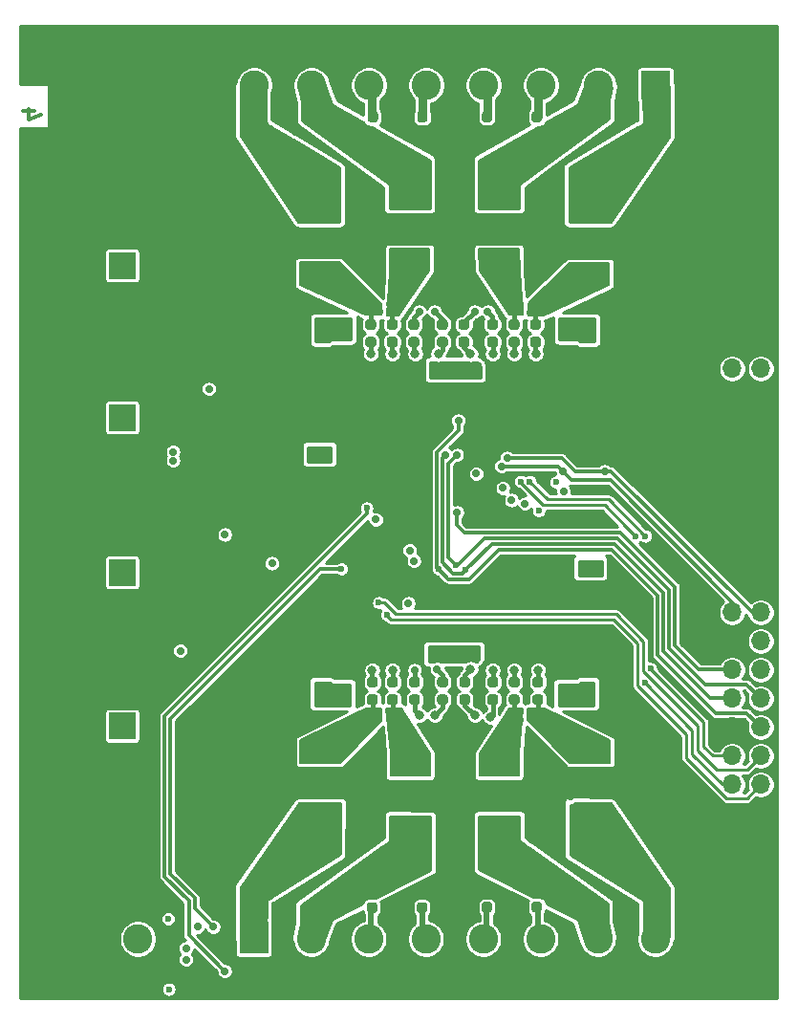
<source format=gbr>
%TF.GenerationSoftware,KiCad,Pcbnew,(5.1.9)-1*%
%TF.CreationDate,2021-06-18T12:17:44+07:00*%
%TF.ProjectId,TAS6424,54415336-3432-4342-9e6b-696361645f70,2*%
%TF.SameCoordinates,Original*%
%TF.FileFunction,Copper,L4,Bot*%
%TF.FilePolarity,Positive*%
%FSLAX46Y46*%
G04 Gerber Fmt 4.6, Leading zero omitted, Abs format (unit mm)*
G04 Created by KiCad (PCBNEW (5.1.9)-1) date 2021-06-18 12:17:44*
%MOMM*%
%LPD*%
G01*
G04 APERTURE LIST*
%TA.AperFunction,NonConductor*%
%ADD10C,0.300000*%
%TD*%
%TA.AperFunction,ComponentPad*%
%ADD11O,1.700000X1.700000*%
%TD*%
%TA.AperFunction,ComponentPad*%
%ADD12R,2.400000X2.400000*%
%TD*%
%TA.AperFunction,ComponentPad*%
%ADD13C,2.400000*%
%TD*%
%TA.AperFunction,ComponentPad*%
%ADD14R,2.600000X2.600000*%
%TD*%
%TA.AperFunction,ComponentPad*%
%ADD15C,2.600000*%
%TD*%
%TA.AperFunction,SMDPad,CuDef*%
%ADD16R,3.400001X1.850000*%
%TD*%
%TA.AperFunction,ComponentPad*%
%ADD17C,3.300000*%
%TD*%
%TA.AperFunction,ConnectorPad*%
%ADD18C,5.400000*%
%TD*%
%TA.AperFunction,ViaPad*%
%ADD19C,0.700000*%
%TD*%
%TA.AperFunction,ViaPad*%
%ADD20C,0.800000*%
%TD*%
%TA.AperFunction,ViaPad*%
%ADD21C,0.600000*%
%TD*%
%TA.AperFunction,Conductor*%
%ADD22C,0.400000*%
%TD*%
%TA.AperFunction,Conductor*%
%ADD23C,0.250000*%
%TD*%
%TA.AperFunction,Conductor*%
%ADD24C,0.800000*%
%TD*%
%TA.AperFunction,Conductor*%
%ADD25C,0.500000*%
%TD*%
%TA.AperFunction,Conductor*%
%ADD26C,0.300000*%
%TD*%
%TA.AperFunction,Conductor*%
%ADD27C,0.200000*%
%TD*%
%TA.AperFunction,Conductor*%
%ADD28C,0.100000*%
%TD*%
%TA.AperFunction,Conductor*%
%ADD29C,0.254000*%
%TD*%
G04 APERTURE END LIST*
D10*
X65043168Y-60991785D02*
X64043168Y-60991785D01*
X65614597Y-61348928D02*
X64543168Y-61706071D01*
X64543168Y-60777500D01*
D11*
%TO.P,D3,1*%
%TO.N,VIN*%
X126873000Y-83794600D03*
%TO.P,D3,2*%
X129413000Y-83794600D03*
%TO.P,D3,3*%
%TO.N,GND*%
X126873000Y-86334600D03*
%TO.P,D3,4*%
X129413000Y-86334600D03*
%TO.P,D3,5*%
%TO.N,SCL*%
X126873000Y-105384600D03*
%TO.P,D3,6*%
%TO.N,SDA*%
X129413000Y-105384600D03*
%TO.P,D3,7*%
%TO.N,GND*%
X126873000Y-107924600D03*
%TO.P,D3,8*%
%TO.N,Net-(D3-Pad8)*%
X129413000Y-107924600D03*
%TO.P,D3,9*%
%TO.N,/CLKOUT*%
X126873000Y-110464600D03*
%TO.P,D3,10*%
%TO.N,Net-(D3-Pad10)*%
X129413000Y-110464600D03*
%TO.P,D3,11*%
%TO.N,/SCLK_1*%
X126873000Y-113004600D03*
%TO.P,D3,12*%
%TO.N,/FSYNC_1*%
X129413000Y-113004600D03*
%TO.P,D3,13*%
%TO.N,GND*%
X126873000Y-115544600D03*
%TO.P,D3,14*%
%TO.N,/SDIN_1*%
X129413000Y-115544600D03*
%TO.P,D3,15*%
%TO.N,/MUTE_1*%
X126873000Y-118084600D03*
%TO.P,D3,16*%
%TO.N,/MUTE_2*%
X129413000Y-118084600D03*
%TO.P,D3,17*%
%TO.N,/STANDBY_1*%
X126873000Y-120624600D03*
%TO.P,D3,18*%
%TO.N,/STANDBY_2*%
X129413000Y-120624600D03*
%TO.P,D3,19*%
%TO.N,GND*%
X126873000Y-123164600D03*
%TO.P,D3,20*%
X129413000Y-123164600D03*
%TD*%
%TO.P,C45,1*%
%TO.N,/OUT1_1P*%
%TA.AperFunction,SMDPad,CuDef*%
G36*
G01*
X105780500Y-65311000D02*
X105780500Y-66261000D01*
G75*
G02*
X105530500Y-66511000I-250000J0D01*
G01*
X105030500Y-66511000D01*
G75*
G02*
X104780500Y-66261000I0J250000D01*
G01*
X104780500Y-65311000D01*
G75*
G02*
X105030500Y-65061000I250000J0D01*
G01*
X105530500Y-65061000D01*
G75*
G02*
X105780500Y-65311000I0J-250000D01*
G01*
G37*
%TD.AperFunction*%
%TO.P,C45,2*%
%TO.N,GND*%
%TA.AperFunction,SMDPad,CuDef*%
G36*
G01*
X103880500Y-65311000D02*
X103880500Y-66261000D01*
G75*
G02*
X103630500Y-66511000I-250000J0D01*
G01*
X103130500Y-66511000D01*
G75*
G02*
X102880500Y-66261000I0J250000D01*
G01*
X102880500Y-65311000D01*
G75*
G02*
X103130500Y-65061000I250000J0D01*
G01*
X103630500Y-65061000D01*
G75*
G02*
X103880500Y-65311000I0J-250000D01*
G01*
G37*
%TD.AperFunction*%
%TD*%
D12*
%TO.P,C1,1*%
%TO.N,PVDD_TAS*%
X72834500Y-115443000D03*
D13*
%TO.P,C1,2*%
%TO.N,GND*%
X67834500Y-115443000D03*
%TD*%
D12*
%TO.P,C2,1*%
%TO.N,PVDD_TAS*%
X72834500Y-101854000D03*
D13*
%TO.P,C2,2*%
%TO.N,GND*%
X67834500Y-101854000D03*
%TD*%
D12*
%TO.P,C3,1*%
%TO.N,PVDD_TAS*%
X72834500Y-88138000D03*
D13*
%TO.P,C3,2*%
%TO.N,GND*%
X67834500Y-88138000D03*
%TD*%
D12*
%TO.P,C4,1*%
%TO.N,PVDD_TAS*%
X72834500Y-74676000D03*
D13*
%TO.P,C4,2*%
%TO.N,GND*%
X67834500Y-74676000D03*
%TD*%
%TO.P,C23,1*%
%TO.N,Net-(C23-Pad1)*%
%TA.AperFunction,SMDPad,CuDef*%
G36*
G01*
X95104700Y-81895400D02*
X94604700Y-81895400D01*
G75*
G02*
X94379700Y-81670400I0J225000D01*
G01*
X94379700Y-81220400D01*
G75*
G02*
X94604700Y-80995400I225000J0D01*
G01*
X95104700Y-80995400D01*
G75*
G02*
X95329700Y-81220400I0J-225000D01*
G01*
X95329700Y-81670400D01*
G75*
G02*
X95104700Y-81895400I-225000J0D01*
G01*
G37*
%TD.AperFunction*%
%TO.P,C23,2*%
%TO.N,Net-(C23-Pad2)*%
%TA.AperFunction,SMDPad,CuDef*%
G36*
G01*
X95104700Y-80345400D02*
X94604700Y-80345400D01*
G75*
G02*
X94379700Y-80120400I0J225000D01*
G01*
X94379700Y-79670400D01*
G75*
G02*
X94604700Y-79445400I225000J0D01*
G01*
X95104700Y-79445400D01*
G75*
G02*
X95329700Y-79670400I0J-225000D01*
G01*
X95329700Y-80120400D01*
G75*
G02*
X95104700Y-80345400I-225000J0D01*
G01*
G37*
%TD.AperFunction*%
%TD*%
%TO.P,C24,1*%
%TO.N,Net-(C24-Pad1)*%
%TA.AperFunction,SMDPad,CuDef*%
G36*
G01*
X96509700Y-79445400D02*
X97009700Y-79445400D01*
G75*
G02*
X97234700Y-79670400I0J-225000D01*
G01*
X97234700Y-80120400D01*
G75*
G02*
X97009700Y-80345400I-225000J0D01*
G01*
X96509700Y-80345400D01*
G75*
G02*
X96284700Y-80120400I0J225000D01*
G01*
X96284700Y-79670400D01*
G75*
G02*
X96509700Y-79445400I225000J0D01*
G01*
G37*
%TD.AperFunction*%
%TO.P,C24,2*%
%TO.N,Net-(C24-Pad2)*%
%TA.AperFunction,SMDPad,CuDef*%
G36*
G01*
X96509700Y-80995400D02*
X97009700Y-80995400D01*
G75*
G02*
X97234700Y-81220400I0J-225000D01*
G01*
X97234700Y-81670400D01*
G75*
G02*
X97009700Y-81895400I-225000J0D01*
G01*
X96509700Y-81895400D01*
G75*
G02*
X96284700Y-81670400I0J225000D01*
G01*
X96284700Y-81220400D01*
G75*
G02*
X96509700Y-80995400I225000J0D01*
G01*
G37*
%TD.AperFunction*%
%TD*%
%TO.P,C25,1*%
%TO.N,Net-(C25-Pad1)*%
%TA.AperFunction,SMDPad,CuDef*%
G36*
G01*
X98914700Y-81895400D02*
X98414700Y-81895400D01*
G75*
G02*
X98189700Y-81670400I0J225000D01*
G01*
X98189700Y-81220400D01*
G75*
G02*
X98414700Y-80995400I225000J0D01*
G01*
X98914700Y-80995400D01*
G75*
G02*
X99139700Y-81220400I0J-225000D01*
G01*
X99139700Y-81670400D01*
G75*
G02*
X98914700Y-81895400I-225000J0D01*
G01*
G37*
%TD.AperFunction*%
%TO.P,C25,2*%
%TO.N,Net-(C25-Pad2)*%
%TA.AperFunction,SMDPad,CuDef*%
G36*
G01*
X98914700Y-80345400D02*
X98414700Y-80345400D01*
G75*
G02*
X98189700Y-80120400I0J225000D01*
G01*
X98189700Y-79670400D01*
G75*
G02*
X98414700Y-79445400I225000J0D01*
G01*
X98914700Y-79445400D01*
G75*
G02*
X99139700Y-79670400I0J-225000D01*
G01*
X99139700Y-80120400D01*
G75*
G02*
X98914700Y-80345400I-225000J0D01*
G01*
G37*
%TD.AperFunction*%
%TD*%
%TO.P,C26,1*%
%TO.N,Net-(C26-Pad1)*%
%TA.AperFunction,SMDPad,CuDef*%
G36*
G01*
X100954700Y-79445400D02*
X101454700Y-79445400D01*
G75*
G02*
X101679700Y-79670400I0J-225000D01*
G01*
X101679700Y-80120400D01*
G75*
G02*
X101454700Y-80345400I-225000J0D01*
G01*
X100954700Y-80345400D01*
G75*
G02*
X100729700Y-80120400I0J225000D01*
G01*
X100729700Y-79670400D01*
G75*
G02*
X100954700Y-79445400I225000J0D01*
G01*
G37*
%TD.AperFunction*%
%TO.P,C26,2*%
%TO.N,Net-(C26-Pad2)*%
%TA.AperFunction,SMDPad,CuDef*%
G36*
G01*
X100954700Y-80995400D02*
X101454700Y-80995400D01*
G75*
G02*
X101679700Y-81220400I0J-225000D01*
G01*
X101679700Y-81670400D01*
G75*
G02*
X101454700Y-81895400I-225000J0D01*
G01*
X100954700Y-81895400D01*
G75*
G02*
X100729700Y-81670400I0J225000D01*
G01*
X100729700Y-81220400D01*
G75*
G02*
X100954700Y-80995400I225000J0D01*
G01*
G37*
%TD.AperFunction*%
%TD*%
%TO.P,C27,1*%
%TO.N,Net-(C27-Pad1)*%
%TA.AperFunction,SMDPad,CuDef*%
G36*
G01*
X103359700Y-81895400D02*
X102859700Y-81895400D01*
G75*
G02*
X102634700Y-81670400I0J225000D01*
G01*
X102634700Y-81220400D01*
G75*
G02*
X102859700Y-80995400I225000J0D01*
G01*
X103359700Y-80995400D01*
G75*
G02*
X103584700Y-81220400I0J-225000D01*
G01*
X103584700Y-81670400D01*
G75*
G02*
X103359700Y-81895400I-225000J0D01*
G01*
G37*
%TD.AperFunction*%
%TO.P,C27,2*%
%TO.N,Net-(C27-Pad2)*%
%TA.AperFunction,SMDPad,CuDef*%
G36*
G01*
X103359700Y-80345400D02*
X102859700Y-80345400D01*
G75*
G02*
X102634700Y-80120400I0J225000D01*
G01*
X102634700Y-79670400D01*
G75*
G02*
X102859700Y-79445400I225000J0D01*
G01*
X103359700Y-79445400D01*
G75*
G02*
X103584700Y-79670400I0J-225000D01*
G01*
X103584700Y-80120400D01*
G75*
G02*
X103359700Y-80345400I-225000J0D01*
G01*
G37*
%TD.AperFunction*%
%TD*%
%TO.P,C28,1*%
%TO.N,Net-(C28-Pad1)*%
%TA.AperFunction,SMDPad,CuDef*%
G36*
G01*
X105399700Y-79445400D02*
X105899700Y-79445400D01*
G75*
G02*
X106124700Y-79670400I0J-225000D01*
G01*
X106124700Y-80120400D01*
G75*
G02*
X105899700Y-80345400I-225000J0D01*
G01*
X105399700Y-80345400D01*
G75*
G02*
X105174700Y-80120400I0J225000D01*
G01*
X105174700Y-79670400D01*
G75*
G02*
X105399700Y-79445400I225000J0D01*
G01*
G37*
%TD.AperFunction*%
%TO.P,C28,2*%
%TO.N,Net-(C28-Pad2)*%
%TA.AperFunction,SMDPad,CuDef*%
G36*
G01*
X105399700Y-80995400D02*
X105899700Y-80995400D01*
G75*
G02*
X106124700Y-81220400I0J-225000D01*
G01*
X106124700Y-81670400D01*
G75*
G02*
X105899700Y-81895400I-225000J0D01*
G01*
X105399700Y-81895400D01*
G75*
G02*
X105174700Y-81670400I0J225000D01*
G01*
X105174700Y-81220400D01*
G75*
G02*
X105399700Y-80995400I225000J0D01*
G01*
G37*
%TD.AperFunction*%
%TD*%
%TO.P,C29,1*%
%TO.N,Net-(C29-Pad1)*%
%TA.AperFunction,SMDPad,CuDef*%
G36*
G01*
X107804700Y-81895400D02*
X107304700Y-81895400D01*
G75*
G02*
X107079700Y-81670400I0J225000D01*
G01*
X107079700Y-81220400D01*
G75*
G02*
X107304700Y-80995400I225000J0D01*
G01*
X107804700Y-80995400D01*
G75*
G02*
X108029700Y-81220400I0J-225000D01*
G01*
X108029700Y-81670400D01*
G75*
G02*
X107804700Y-81895400I-225000J0D01*
G01*
G37*
%TD.AperFunction*%
%TO.P,C29,2*%
%TO.N,Net-(C29-Pad2)*%
%TA.AperFunction,SMDPad,CuDef*%
G36*
G01*
X107804700Y-80345400D02*
X107304700Y-80345400D01*
G75*
G02*
X107079700Y-80120400I0J225000D01*
G01*
X107079700Y-79670400D01*
G75*
G02*
X107304700Y-79445400I225000J0D01*
G01*
X107804700Y-79445400D01*
G75*
G02*
X108029700Y-79670400I0J-225000D01*
G01*
X108029700Y-80120400D01*
G75*
G02*
X107804700Y-80345400I-225000J0D01*
G01*
G37*
%TD.AperFunction*%
%TD*%
%TO.P,C30,1*%
%TO.N,Net-(C30-Pad1)*%
%TA.AperFunction,SMDPad,CuDef*%
G36*
G01*
X109209700Y-79445400D02*
X109709700Y-79445400D01*
G75*
G02*
X109934700Y-79670400I0J-225000D01*
G01*
X109934700Y-80120400D01*
G75*
G02*
X109709700Y-80345400I-225000J0D01*
G01*
X109209700Y-80345400D01*
G75*
G02*
X108984700Y-80120400I0J225000D01*
G01*
X108984700Y-79670400D01*
G75*
G02*
X109209700Y-79445400I225000J0D01*
G01*
G37*
%TD.AperFunction*%
%TO.P,C30,2*%
%TO.N,Net-(C30-Pad2)*%
%TA.AperFunction,SMDPad,CuDef*%
G36*
G01*
X109209700Y-80995400D02*
X109709700Y-80995400D01*
G75*
G02*
X109934700Y-81220400I0J-225000D01*
G01*
X109934700Y-81670400D01*
G75*
G02*
X109709700Y-81895400I-225000J0D01*
G01*
X109209700Y-81895400D01*
G75*
G02*
X108984700Y-81670400I0J225000D01*
G01*
X108984700Y-81220400D01*
G75*
G02*
X109209700Y-80995400I225000J0D01*
G01*
G37*
%TD.AperFunction*%
%TD*%
%TO.P,C33,1*%
%TO.N,PVDD_TAS*%
%TA.AperFunction,SMDPad,CuDef*%
G36*
G01*
X100920000Y-83633500D02*
X100920000Y-84133500D01*
G75*
G02*
X100695000Y-84358500I-225000J0D01*
G01*
X100245000Y-84358500D01*
G75*
G02*
X100020000Y-84133500I0J225000D01*
G01*
X100020000Y-83633500D01*
G75*
G02*
X100245000Y-83408500I225000J0D01*
G01*
X100695000Y-83408500D01*
G75*
G02*
X100920000Y-83633500I0J-225000D01*
G01*
G37*
%TD.AperFunction*%
%TO.P,C33,2*%
%TO.N,GND*%
%TA.AperFunction,SMDPad,CuDef*%
G36*
G01*
X99370000Y-83633500D02*
X99370000Y-84133500D01*
G75*
G02*
X99145000Y-84358500I-225000J0D01*
G01*
X98695000Y-84358500D01*
G75*
G02*
X98470000Y-84133500I0J225000D01*
G01*
X98470000Y-83633500D01*
G75*
G02*
X98695000Y-83408500I225000J0D01*
G01*
X99145000Y-83408500D01*
G75*
G02*
X99370000Y-83633500I0J-225000D01*
G01*
G37*
%TD.AperFunction*%
%TD*%
%TO.P,C36,1*%
%TO.N,PVDD_TAS*%
%TA.AperFunction,SMDPad,CuDef*%
G36*
G01*
X91790500Y-79957000D02*
X92740500Y-79957000D01*
G75*
G02*
X92990500Y-80207000I0J-250000D01*
G01*
X92990500Y-80707000D01*
G75*
G02*
X92740500Y-80957000I-250000J0D01*
G01*
X91790500Y-80957000D01*
G75*
G02*
X91540500Y-80707000I0J250000D01*
G01*
X91540500Y-80207000D01*
G75*
G02*
X91790500Y-79957000I250000J0D01*
G01*
G37*
%TD.AperFunction*%
%TO.P,C36,2*%
%TO.N,GND*%
%TA.AperFunction,SMDPad,CuDef*%
G36*
G01*
X91790500Y-81857000D02*
X92740500Y-81857000D01*
G75*
G02*
X92990500Y-82107000I0J-250000D01*
G01*
X92990500Y-82607000D01*
G75*
G02*
X92740500Y-82857000I-250000J0D01*
G01*
X91790500Y-82857000D01*
G75*
G02*
X91540500Y-82607000I0J250000D01*
G01*
X91540500Y-82107000D01*
G75*
G02*
X91790500Y-81857000I250000J0D01*
G01*
G37*
%TD.AperFunction*%
%TD*%
%TO.P,C37,1*%
%TO.N,PVDD_TAS*%
%TA.AperFunction,SMDPad,CuDef*%
G36*
G01*
X103706000Y-84422000D02*
X103706000Y-83472000D01*
G75*
G02*
X103956000Y-83222000I250000J0D01*
G01*
X104456000Y-83222000D01*
G75*
G02*
X104706000Y-83472000I0J-250000D01*
G01*
X104706000Y-84422000D01*
G75*
G02*
X104456000Y-84672000I-250000J0D01*
G01*
X103956000Y-84672000D01*
G75*
G02*
X103706000Y-84422000I0J250000D01*
G01*
G37*
%TD.AperFunction*%
%TO.P,C37,2*%
%TO.N,GND*%
%TA.AperFunction,SMDPad,CuDef*%
G36*
G01*
X105606000Y-84422000D02*
X105606000Y-83472000D01*
G75*
G02*
X105856000Y-83222000I250000J0D01*
G01*
X106356000Y-83222000D01*
G75*
G02*
X106606000Y-83472000I0J-250000D01*
G01*
X106606000Y-84422000D01*
G75*
G02*
X106356000Y-84672000I-250000J0D01*
G01*
X105856000Y-84672000D01*
G75*
G02*
X105606000Y-84422000I0J250000D01*
G01*
G37*
%TD.AperFunction*%
%TD*%
%TO.P,C38,1*%
%TO.N,PVDD_TAS*%
%TA.AperFunction,SMDPad,CuDef*%
G36*
G01*
X111920000Y-79893500D02*
X112870000Y-79893500D01*
G75*
G02*
X113120000Y-80143500I0J-250000D01*
G01*
X113120000Y-80643500D01*
G75*
G02*
X112870000Y-80893500I-250000J0D01*
G01*
X111920000Y-80893500D01*
G75*
G02*
X111670000Y-80643500I0J250000D01*
G01*
X111670000Y-80143500D01*
G75*
G02*
X111920000Y-79893500I250000J0D01*
G01*
G37*
%TD.AperFunction*%
%TO.P,C38,2*%
%TO.N,GND*%
%TA.AperFunction,SMDPad,CuDef*%
G36*
G01*
X111920000Y-81793500D02*
X112870000Y-81793500D01*
G75*
G02*
X113120000Y-82043500I0J-250000D01*
G01*
X113120000Y-82543500D01*
G75*
G02*
X112870000Y-82793500I-250000J0D01*
G01*
X111920000Y-82793500D01*
G75*
G02*
X111670000Y-82543500I0J250000D01*
G01*
X111670000Y-82043500D01*
G75*
G02*
X111920000Y-81793500I250000J0D01*
G01*
G37*
%TD.AperFunction*%
%TD*%
%TO.P,C39,1*%
%TO.N,/OUT1_4P*%
%TA.AperFunction,SMDPad,CuDef*%
G36*
G01*
X90752000Y-67365900D02*
X90752000Y-66415900D01*
G75*
G02*
X91002000Y-66165900I250000J0D01*
G01*
X91502000Y-66165900D01*
G75*
G02*
X91752000Y-66415900I0J-250000D01*
G01*
X91752000Y-67365900D01*
G75*
G02*
X91502000Y-67615900I-250000J0D01*
G01*
X91002000Y-67615900D01*
G75*
G02*
X90752000Y-67365900I0J250000D01*
G01*
G37*
%TD.AperFunction*%
%TO.P,C39,2*%
%TO.N,GND*%
%TA.AperFunction,SMDPad,CuDef*%
G36*
G01*
X92652000Y-67365900D02*
X92652000Y-66415900D01*
G75*
G02*
X92902000Y-66165900I250000J0D01*
G01*
X93402000Y-66165900D01*
G75*
G02*
X93652000Y-66415900I0J-250000D01*
G01*
X93652000Y-67365900D01*
G75*
G02*
X93402000Y-67615900I-250000J0D01*
G01*
X92902000Y-67615900D01*
G75*
G02*
X92652000Y-67365900I0J250000D01*
G01*
G37*
%TD.AperFunction*%
%TD*%
%TO.P,C40,1*%
%TO.N,GND*%
%TA.AperFunction,SMDPad,CuDef*%
G36*
G01*
X101653000Y-65311000D02*
X101653000Y-66261000D01*
G75*
G02*
X101403000Y-66511000I-250000J0D01*
G01*
X100903000Y-66511000D01*
G75*
G02*
X100653000Y-66261000I0J250000D01*
G01*
X100653000Y-65311000D01*
G75*
G02*
X100903000Y-65061000I250000J0D01*
G01*
X101403000Y-65061000D01*
G75*
G02*
X101653000Y-65311000I0J-250000D01*
G01*
G37*
%TD.AperFunction*%
%TO.P,C40,2*%
%TO.N,/OUT1_4M*%
%TA.AperFunction,SMDPad,CuDef*%
G36*
G01*
X99753000Y-65311000D02*
X99753000Y-66261000D01*
G75*
G02*
X99503000Y-66511000I-250000J0D01*
G01*
X99003000Y-66511000D01*
G75*
G02*
X98753000Y-66261000I0J250000D01*
G01*
X98753000Y-65311000D01*
G75*
G02*
X99003000Y-65061000I250000J0D01*
G01*
X99503000Y-65061000D01*
G75*
G02*
X99753000Y-65311000I0J-250000D01*
G01*
G37*
%TD.AperFunction*%
%TD*%
%TO.P,C46,1*%
%TO.N,GND*%
%TA.AperFunction,SMDPad,CuDef*%
G36*
G01*
X110881500Y-67340500D02*
X110881500Y-66390500D01*
G75*
G02*
X111131500Y-66140500I250000J0D01*
G01*
X111631500Y-66140500D01*
G75*
G02*
X111881500Y-66390500I0J-250000D01*
G01*
X111881500Y-67340500D01*
G75*
G02*
X111631500Y-67590500I-250000J0D01*
G01*
X111131500Y-67590500D01*
G75*
G02*
X110881500Y-67340500I0J250000D01*
G01*
G37*
%TD.AperFunction*%
%TO.P,C46,2*%
%TO.N,/OUT1_1M*%
%TA.AperFunction,SMDPad,CuDef*%
G36*
G01*
X112781500Y-67340500D02*
X112781500Y-66390500D01*
G75*
G02*
X113031500Y-66140500I250000J0D01*
G01*
X113531500Y-66140500D01*
G75*
G02*
X113781500Y-66390500I0J-250000D01*
G01*
X113781500Y-67340500D01*
G75*
G02*
X113531500Y-67590500I-250000J0D01*
G01*
X113031500Y-67590500D01*
G75*
G02*
X112781500Y-67340500I0J250000D01*
G01*
G37*
%TD.AperFunction*%
%TD*%
%TO.P,C47,1*%
%TO.N,/OUT1_4P*%
%TA.AperFunction,SMDPad,CuDef*%
G36*
G01*
X84436500Y-61756100D02*
X84436500Y-61256100D01*
G75*
G02*
X84661500Y-61031100I225000J0D01*
G01*
X85111500Y-61031100D01*
G75*
G02*
X85336500Y-61256100I0J-225000D01*
G01*
X85336500Y-61756100D01*
G75*
G02*
X85111500Y-61981100I-225000J0D01*
G01*
X84661500Y-61981100D01*
G75*
G02*
X84436500Y-61756100I0J225000D01*
G01*
G37*
%TD.AperFunction*%
%TO.P,C47,2*%
%TO.N,GND*%
%TA.AperFunction,SMDPad,CuDef*%
G36*
G01*
X85986500Y-61756100D02*
X85986500Y-61256100D01*
G75*
G02*
X86211500Y-61031100I225000J0D01*
G01*
X86661500Y-61031100D01*
G75*
G02*
X86886500Y-61256100I0J-225000D01*
G01*
X86886500Y-61756100D01*
G75*
G02*
X86661500Y-61981100I-225000J0D01*
G01*
X86211500Y-61981100D01*
G75*
G02*
X85986500Y-61756100I0J225000D01*
G01*
G37*
%TD.AperFunction*%
%TD*%
%TO.P,C48,1*%
%TO.N,GND*%
%TA.AperFunction,SMDPad,CuDef*%
G36*
G01*
X87268600Y-61756100D02*
X87268600Y-61256100D01*
G75*
G02*
X87493600Y-61031100I225000J0D01*
G01*
X87943600Y-61031100D01*
G75*
G02*
X88168600Y-61256100I0J-225000D01*
G01*
X88168600Y-61756100D01*
G75*
G02*
X87943600Y-61981100I-225000J0D01*
G01*
X87493600Y-61981100D01*
G75*
G02*
X87268600Y-61756100I0J225000D01*
G01*
G37*
%TD.AperFunction*%
%TO.P,C48,2*%
%TO.N,/OUT1_4M*%
%TA.AperFunction,SMDPad,CuDef*%
G36*
G01*
X88818600Y-61756100D02*
X88818600Y-61256100D01*
G75*
G02*
X89043600Y-61031100I225000J0D01*
G01*
X89493600Y-61031100D01*
G75*
G02*
X89718600Y-61256100I0J-225000D01*
G01*
X89718600Y-61756100D01*
G75*
G02*
X89493600Y-61981100I-225000J0D01*
G01*
X89043600Y-61981100D01*
G75*
G02*
X88818600Y-61756100I0J225000D01*
G01*
G37*
%TD.AperFunction*%
%TD*%
%TO.P,C49,1*%
%TO.N,/OUT1_3P*%
%TA.AperFunction,SMDPad,CuDef*%
G36*
G01*
X94596500Y-61756100D02*
X94596500Y-61256100D01*
G75*
G02*
X94821500Y-61031100I225000J0D01*
G01*
X95271500Y-61031100D01*
G75*
G02*
X95496500Y-61256100I0J-225000D01*
G01*
X95496500Y-61756100D01*
G75*
G02*
X95271500Y-61981100I-225000J0D01*
G01*
X94821500Y-61981100D01*
G75*
G02*
X94596500Y-61756100I0J225000D01*
G01*
G37*
%TD.AperFunction*%
%TO.P,C49,2*%
%TO.N,GND*%
%TA.AperFunction,SMDPad,CuDef*%
G36*
G01*
X96146500Y-61756100D02*
X96146500Y-61256100D01*
G75*
G02*
X96371500Y-61031100I225000J0D01*
G01*
X96821500Y-61031100D01*
G75*
G02*
X97046500Y-61256100I0J-225000D01*
G01*
X97046500Y-61756100D01*
G75*
G02*
X96821500Y-61981100I-225000J0D01*
G01*
X96371500Y-61981100D01*
G75*
G02*
X96146500Y-61756100I0J225000D01*
G01*
G37*
%TD.AperFunction*%
%TD*%
%TO.P,C50,1*%
%TO.N,GND*%
%TA.AperFunction,SMDPad,CuDef*%
G36*
G01*
X97428600Y-61756100D02*
X97428600Y-61256100D01*
G75*
G02*
X97653600Y-61031100I225000J0D01*
G01*
X98103600Y-61031100D01*
G75*
G02*
X98328600Y-61256100I0J-225000D01*
G01*
X98328600Y-61756100D01*
G75*
G02*
X98103600Y-61981100I-225000J0D01*
G01*
X97653600Y-61981100D01*
G75*
G02*
X97428600Y-61756100I0J225000D01*
G01*
G37*
%TD.AperFunction*%
%TO.P,C50,2*%
%TO.N,/OUT1_3M*%
%TA.AperFunction,SMDPad,CuDef*%
G36*
G01*
X98978600Y-61756100D02*
X98978600Y-61256100D01*
G75*
G02*
X99203600Y-61031100I225000J0D01*
G01*
X99653600Y-61031100D01*
G75*
G02*
X99878600Y-61256100I0J-225000D01*
G01*
X99878600Y-61756100D01*
G75*
G02*
X99653600Y-61981100I-225000J0D01*
G01*
X99203600Y-61981100D01*
G75*
G02*
X98978600Y-61756100I0J225000D01*
G01*
G37*
%TD.AperFunction*%
%TD*%
%TO.P,C51,1*%
%TO.N,/OUT1_2P*%
%TA.AperFunction,SMDPad,CuDef*%
G36*
G01*
X104704100Y-61756100D02*
X104704100Y-61256100D01*
G75*
G02*
X104929100Y-61031100I225000J0D01*
G01*
X105379100Y-61031100D01*
G75*
G02*
X105604100Y-61256100I0J-225000D01*
G01*
X105604100Y-61756100D01*
G75*
G02*
X105379100Y-61981100I-225000J0D01*
G01*
X104929100Y-61981100D01*
G75*
G02*
X104704100Y-61756100I0J225000D01*
G01*
G37*
%TD.AperFunction*%
%TO.P,C51,2*%
%TO.N,GND*%
%TA.AperFunction,SMDPad,CuDef*%
G36*
G01*
X106254100Y-61756100D02*
X106254100Y-61256100D01*
G75*
G02*
X106479100Y-61031100I225000J0D01*
G01*
X106929100Y-61031100D01*
G75*
G02*
X107154100Y-61256100I0J-225000D01*
G01*
X107154100Y-61756100D01*
G75*
G02*
X106929100Y-61981100I-225000J0D01*
G01*
X106479100Y-61981100D01*
G75*
G02*
X106254100Y-61756100I0J225000D01*
G01*
G37*
%TD.AperFunction*%
%TD*%
%TO.P,C52,1*%
%TO.N,GND*%
%TA.AperFunction,SMDPad,CuDef*%
G36*
G01*
X107550500Y-61756100D02*
X107550500Y-61256100D01*
G75*
G02*
X107775500Y-61031100I225000J0D01*
G01*
X108225500Y-61031100D01*
G75*
G02*
X108450500Y-61256100I0J-225000D01*
G01*
X108450500Y-61756100D01*
G75*
G02*
X108225500Y-61981100I-225000J0D01*
G01*
X107775500Y-61981100D01*
G75*
G02*
X107550500Y-61756100I0J225000D01*
G01*
G37*
%TD.AperFunction*%
%TO.P,C52,2*%
%TO.N,/OUT1_2M*%
%TA.AperFunction,SMDPad,CuDef*%
G36*
G01*
X109100500Y-61756100D02*
X109100500Y-61256100D01*
G75*
G02*
X109325500Y-61031100I225000J0D01*
G01*
X109775500Y-61031100D01*
G75*
G02*
X110000500Y-61256100I0J-225000D01*
G01*
X110000500Y-61756100D01*
G75*
G02*
X109775500Y-61981100I-225000J0D01*
G01*
X109325500Y-61981100D01*
G75*
G02*
X109100500Y-61756100I0J225000D01*
G01*
G37*
%TD.AperFunction*%
%TD*%
%TO.P,C53,1*%
%TO.N,/OUT1_1P*%
%TA.AperFunction,SMDPad,CuDef*%
G36*
G01*
X114916500Y-61756100D02*
X114916500Y-61256100D01*
G75*
G02*
X115141500Y-61031100I225000J0D01*
G01*
X115591500Y-61031100D01*
G75*
G02*
X115816500Y-61256100I0J-225000D01*
G01*
X115816500Y-61756100D01*
G75*
G02*
X115591500Y-61981100I-225000J0D01*
G01*
X115141500Y-61981100D01*
G75*
G02*
X114916500Y-61756100I0J225000D01*
G01*
G37*
%TD.AperFunction*%
%TO.P,C53,2*%
%TO.N,GND*%
%TA.AperFunction,SMDPad,CuDef*%
G36*
G01*
X116466500Y-61756100D02*
X116466500Y-61256100D01*
G75*
G02*
X116691500Y-61031100I225000J0D01*
G01*
X117141500Y-61031100D01*
G75*
G02*
X117366500Y-61256100I0J-225000D01*
G01*
X117366500Y-61756100D01*
G75*
G02*
X117141500Y-61981100I-225000J0D01*
G01*
X116691500Y-61981100D01*
G75*
G02*
X116466500Y-61756100I0J225000D01*
G01*
G37*
%TD.AperFunction*%
%TD*%
%TO.P,C54,1*%
%TO.N,GND*%
%TA.AperFunction,SMDPad,CuDef*%
G36*
G01*
X117785100Y-61756100D02*
X117785100Y-61256100D01*
G75*
G02*
X118010100Y-61031100I225000J0D01*
G01*
X118460100Y-61031100D01*
G75*
G02*
X118685100Y-61256100I0J-225000D01*
G01*
X118685100Y-61756100D01*
G75*
G02*
X118460100Y-61981100I-225000J0D01*
G01*
X118010100Y-61981100D01*
G75*
G02*
X117785100Y-61756100I0J225000D01*
G01*
G37*
%TD.AperFunction*%
%TO.P,C54,2*%
%TO.N,/OUT1_1M*%
%TA.AperFunction,SMDPad,CuDef*%
G36*
G01*
X119335100Y-61756100D02*
X119335100Y-61256100D01*
G75*
G02*
X119560100Y-61031100I225000J0D01*
G01*
X120010100Y-61031100D01*
G75*
G02*
X120235100Y-61256100I0J-225000D01*
G01*
X120235100Y-61756100D01*
G75*
G02*
X120010100Y-61981100I-225000J0D01*
G01*
X119560100Y-61981100D01*
G75*
G02*
X119335100Y-61756100I0J225000D01*
G01*
G37*
%TD.AperFunction*%
%TD*%
%TO.P,C65,1*%
%TO.N,Net-(C65-Pad1)*%
%TA.AperFunction,SMDPad,CuDef*%
G36*
G01*
X109412900Y-111106500D02*
X109912900Y-111106500D01*
G75*
G02*
X110137900Y-111331500I0J-225000D01*
G01*
X110137900Y-111781500D01*
G75*
G02*
X109912900Y-112006500I-225000J0D01*
G01*
X109412900Y-112006500D01*
G75*
G02*
X109187900Y-111781500I0J225000D01*
G01*
X109187900Y-111331500D01*
G75*
G02*
X109412900Y-111106500I225000J0D01*
G01*
G37*
%TD.AperFunction*%
%TO.P,C65,2*%
%TO.N,Net-(C65-Pad2)*%
%TA.AperFunction,SMDPad,CuDef*%
G36*
G01*
X109412900Y-112656500D02*
X109912900Y-112656500D01*
G75*
G02*
X110137900Y-112881500I0J-225000D01*
G01*
X110137900Y-113331500D01*
G75*
G02*
X109912900Y-113556500I-225000J0D01*
G01*
X109412900Y-113556500D01*
G75*
G02*
X109187900Y-113331500I0J225000D01*
G01*
X109187900Y-112881500D01*
G75*
G02*
X109412900Y-112656500I225000J0D01*
G01*
G37*
%TD.AperFunction*%
%TD*%
%TO.P,C66,1*%
%TO.N,Net-(C66-Pad1)*%
%TA.AperFunction,SMDPad,CuDef*%
G36*
G01*
X107819000Y-113556500D02*
X107319000Y-113556500D01*
G75*
G02*
X107094000Y-113331500I0J225000D01*
G01*
X107094000Y-112881500D01*
G75*
G02*
X107319000Y-112656500I225000J0D01*
G01*
X107819000Y-112656500D01*
G75*
G02*
X108044000Y-112881500I0J-225000D01*
G01*
X108044000Y-113331500D01*
G75*
G02*
X107819000Y-113556500I-225000J0D01*
G01*
G37*
%TD.AperFunction*%
%TO.P,C66,2*%
%TO.N,Net-(C66-Pad2)*%
%TA.AperFunction,SMDPad,CuDef*%
G36*
G01*
X107819000Y-112006500D02*
X107319000Y-112006500D01*
G75*
G02*
X107094000Y-111781500I0J225000D01*
G01*
X107094000Y-111331500D01*
G75*
G02*
X107319000Y-111106500I225000J0D01*
G01*
X107819000Y-111106500D01*
G75*
G02*
X108044000Y-111331500I0J-225000D01*
G01*
X108044000Y-111781500D01*
G75*
G02*
X107819000Y-112006500I-225000J0D01*
G01*
G37*
%TD.AperFunction*%
%TD*%
%TO.P,C67,1*%
%TO.N,Net-(C67-Pad1)*%
%TA.AperFunction,SMDPad,CuDef*%
G36*
G01*
X105414000Y-111106500D02*
X105914000Y-111106500D01*
G75*
G02*
X106139000Y-111331500I0J-225000D01*
G01*
X106139000Y-111781500D01*
G75*
G02*
X105914000Y-112006500I-225000J0D01*
G01*
X105414000Y-112006500D01*
G75*
G02*
X105189000Y-111781500I0J225000D01*
G01*
X105189000Y-111331500D01*
G75*
G02*
X105414000Y-111106500I225000J0D01*
G01*
G37*
%TD.AperFunction*%
%TO.P,C67,2*%
%TO.N,Net-(C67-Pad2)*%
%TA.AperFunction,SMDPad,CuDef*%
G36*
G01*
X105414000Y-112656500D02*
X105914000Y-112656500D01*
G75*
G02*
X106139000Y-112881500I0J-225000D01*
G01*
X106139000Y-113331500D01*
G75*
G02*
X105914000Y-113556500I-225000J0D01*
G01*
X105414000Y-113556500D01*
G75*
G02*
X105189000Y-113331500I0J225000D01*
G01*
X105189000Y-112881500D01*
G75*
G02*
X105414000Y-112656500I225000J0D01*
G01*
G37*
%TD.AperFunction*%
%TD*%
%TO.P,C68,1*%
%TO.N,Net-(C68-Pad1)*%
%TA.AperFunction,SMDPad,CuDef*%
G36*
G01*
X103437500Y-113556500D02*
X102937500Y-113556500D01*
G75*
G02*
X102712500Y-113331500I0J225000D01*
G01*
X102712500Y-112881500D01*
G75*
G02*
X102937500Y-112656500I225000J0D01*
G01*
X103437500Y-112656500D01*
G75*
G02*
X103662500Y-112881500I0J-225000D01*
G01*
X103662500Y-113331500D01*
G75*
G02*
X103437500Y-113556500I-225000J0D01*
G01*
G37*
%TD.AperFunction*%
%TO.P,C68,2*%
%TO.N,Net-(C68-Pad2)*%
%TA.AperFunction,SMDPad,CuDef*%
G36*
G01*
X103437500Y-112006500D02*
X102937500Y-112006500D01*
G75*
G02*
X102712500Y-111781500I0J225000D01*
G01*
X102712500Y-111331500D01*
G75*
G02*
X102937500Y-111106500I225000J0D01*
G01*
X103437500Y-111106500D01*
G75*
G02*
X103662500Y-111331500I0J-225000D01*
G01*
X103662500Y-111781500D01*
G75*
G02*
X103437500Y-112006500I-225000J0D01*
G01*
G37*
%TD.AperFunction*%
%TD*%
%TO.P,C69,1*%
%TO.N,Net-(C69-Pad1)*%
%TA.AperFunction,SMDPad,CuDef*%
G36*
G01*
X100969000Y-111106500D02*
X101469000Y-111106500D01*
G75*
G02*
X101694000Y-111331500I0J-225000D01*
G01*
X101694000Y-111781500D01*
G75*
G02*
X101469000Y-112006500I-225000J0D01*
G01*
X100969000Y-112006500D01*
G75*
G02*
X100744000Y-111781500I0J225000D01*
G01*
X100744000Y-111331500D01*
G75*
G02*
X100969000Y-111106500I225000J0D01*
G01*
G37*
%TD.AperFunction*%
%TO.P,C69,2*%
%TO.N,Net-(C69-Pad2)*%
%TA.AperFunction,SMDPad,CuDef*%
G36*
G01*
X100969000Y-112656500D02*
X101469000Y-112656500D01*
G75*
G02*
X101694000Y-112881500I0J-225000D01*
G01*
X101694000Y-113331500D01*
G75*
G02*
X101469000Y-113556500I-225000J0D01*
G01*
X100969000Y-113556500D01*
G75*
G02*
X100744000Y-113331500I0J225000D01*
G01*
X100744000Y-112881500D01*
G75*
G02*
X100969000Y-112656500I225000J0D01*
G01*
G37*
%TD.AperFunction*%
%TD*%
%TO.P,C70,1*%
%TO.N,Net-(C70-Pad1)*%
%TA.AperFunction,SMDPad,CuDef*%
G36*
G01*
X98992500Y-113556500D02*
X98492500Y-113556500D01*
G75*
G02*
X98267500Y-113331500I0J225000D01*
G01*
X98267500Y-112881500D01*
G75*
G02*
X98492500Y-112656500I225000J0D01*
G01*
X98992500Y-112656500D01*
G75*
G02*
X99217500Y-112881500I0J-225000D01*
G01*
X99217500Y-113331500D01*
G75*
G02*
X98992500Y-113556500I-225000J0D01*
G01*
G37*
%TD.AperFunction*%
%TO.P,C70,2*%
%TO.N,Net-(C70-Pad2)*%
%TA.AperFunction,SMDPad,CuDef*%
G36*
G01*
X98992500Y-112006500D02*
X98492500Y-112006500D01*
G75*
G02*
X98267500Y-111781500I0J225000D01*
G01*
X98267500Y-111331500D01*
G75*
G02*
X98492500Y-111106500I225000J0D01*
G01*
X98992500Y-111106500D01*
G75*
G02*
X99217500Y-111331500I0J-225000D01*
G01*
X99217500Y-111781500D01*
G75*
G02*
X98992500Y-112006500I-225000J0D01*
G01*
G37*
%TD.AperFunction*%
%TD*%
%TO.P,C71,1*%
%TO.N,Net-(C71-Pad1)*%
%TA.AperFunction,SMDPad,CuDef*%
G36*
G01*
X96524000Y-111106500D02*
X97024000Y-111106500D01*
G75*
G02*
X97249000Y-111331500I0J-225000D01*
G01*
X97249000Y-111781500D01*
G75*
G02*
X97024000Y-112006500I-225000J0D01*
G01*
X96524000Y-112006500D01*
G75*
G02*
X96299000Y-111781500I0J225000D01*
G01*
X96299000Y-111331500D01*
G75*
G02*
X96524000Y-111106500I225000J0D01*
G01*
G37*
%TD.AperFunction*%
%TO.P,C71,2*%
%TO.N,Net-(C71-Pad2)*%
%TA.AperFunction,SMDPad,CuDef*%
G36*
G01*
X96524000Y-112656500D02*
X97024000Y-112656500D01*
G75*
G02*
X97249000Y-112881500I0J-225000D01*
G01*
X97249000Y-113331500D01*
G75*
G02*
X97024000Y-113556500I-225000J0D01*
G01*
X96524000Y-113556500D01*
G75*
G02*
X96299000Y-113331500I0J225000D01*
G01*
X96299000Y-112881500D01*
G75*
G02*
X96524000Y-112656500I225000J0D01*
G01*
G37*
%TD.AperFunction*%
%TD*%
%TO.P,C72,1*%
%TO.N,Net-(C72-Pad1)*%
%TA.AperFunction,SMDPad,CuDef*%
G36*
G01*
X95246000Y-113556500D02*
X94746000Y-113556500D01*
G75*
G02*
X94521000Y-113331500I0J225000D01*
G01*
X94521000Y-112881500D01*
G75*
G02*
X94746000Y-112656500I225000J0D01*
G01*
X95246000Y-112656500D01*
G75*
G02*
X95471000Y-112881500I0J-225000D01*
G01*
X95471000Y-113331500D01*
G75*
G02*
X95246000Y-113556500I-225000J0D01*
G01*
G37*
%TD.AperFunction*%
%TO.P,C72,2*%
%TO.N,Net-(C72-Pad2)*%
%TA.AperFunction,SMDPad,CuDef*%
G36*
G01*
X95246000Y-112006500D02*
X94746000Y-112006500D01*
G75*
G02*
X94521000Y-111781500I0J225000D01*
G01*
X94521000Y-111331500D01*
G75*
G02*
X94746000Y-111106500I225000J0D01*
G01*
X95246000Y-111106500D01*
G75*
G02*
X95471000Y-111331500I0J-225000D01*
G01*
X95471000Y-111781500D01*
G75*
G02*
X95246000Y-112006500I-225000J0D01*
G01*
G37*
%TD.AperFunction*%
%TD*%
%TO.P,C74,1*%
%TO.N,PVDD_TAS*%
%TA.AperFunction,SMDPad,CuDef*%
G36*
G01*
X100983500Y-108779500D02*
X100983500Y-109279500D01*
G75*
G02*
X100758500Y-109504500I-225000J0D01*
G01*
X100308500Y-109504500D01*
G75*
G02*
X100083500Y-109279500I0J225000D01*
G01*
X100083500Y-108779500D01*
G75*
G02*
X100308500Y-108554500I225000J0D01*
G01*
X100758500Y-108554500D01*
G75*
G02*
X100983500Y-108779500I0J-225000D01*
G01*
G37*
%TD.AperFunction*%
%TO.P,C74,2*%
%TO.N,GND*%
%TA.AperFunction,SMDPad,CuDef*%
G36*
G01*
X99433500Y-108779500D02*
X99433500Y-109279500D01*
G75*
G02*
X99208500Y-109504500I-225000J0D01*
G01*
X98758500Y-109504500D01*
G75*
G02*
X98533500Y-109279500I0J225000D01*
G01*
X98533500Y-108779500D01*
G75*
G02*
X98758500Y-108554500I225000J0D01*
G01*
X99208500Y-108554500D01*
G75*
G02*
X99433500Y-108779500I0J-225000D01*
G01*
G37*
%TD.AperFunction*%
%TD*%
%TO.P,C76,1*%
%TO.N,PVDD_TAS*%
%TA.AperFunction,SMDPad,CuDef*%
G36*
G01*
X112679500Y-113083000D02*
X111729500Y-113083000D01*
G75*
G02*
X111479500Y-112833000I0J250000D01*
G01*
X111479500Y-112333000D01*
G75*
G02*
X111729500Y-112083000I250000J0D01*
G01*
X112679500Y-112083000D01*
G75*
G02*
X112929500Y-112333000I0J-250000D01*
G01*
X112929500Y-112833000D01*
G75*
G02*
X112679500Y-113083000I-250000J0D01*
G01*
G37*
%TD.AperFunction*%
%TO.P,C76,2*%
%TO.N,GND*%
%TA.AperFunction,SMDPad,CuDef*%
G36*
G01*
X112679500Y-111183000D02*
X111729500Y-111183000D01*
G75*
G02*
X111479500Y-110933000I0J250000D01*
G01*
X111479500Y-110433000D01*
G75*
G02*
X111729500Y-110183000I250000J0D01*
G01*
X112679500Y-110183000D01*
G75*
G02*
X112929500Y-110433000I0J-250000D01*
G01*
X112929500Y-110933000D01*
G75*
G02*
X112679500Y-111183000I-250000J0D01*
G01*
G37*
%TD.AperFunction*%
%TD*%
%TO.P,C77,1*%
%TO.N,PVDD_TAS*%
%TA.AperFunction,SMDPad,CuDef*%
G36*
G01*
X103579000Y-109504500D02*
X103579000Y-108554500D01*
G75*
G02*
X103829000Y-108304500I250000J0D01*
G01*
X104329000Y-108304500D01*
G75*
G02*
X104579000Y-108554500I0J-250000D01*
G01*
X104579000Y-109504500D01*
G75*
G02*
X104329000Y-109754500I-250000J0D01*
G01*
X103829000Y-109754500D01*
G75*
G02*
X103579000Y-109504500I0J250000D01*
G01*
G37*
%TD.AperFunction*%
%TO.P,C77,2*%
%TO.N,GND*%
%TA.AperFunction,SMDPad,CuDef*%
G36*
G01*
X105479000Y-109504500D02*
X105479000Y-108554500D01*
G75*
G02*
X105729000Y-108304500I250000J0D01*
G01*
X106229000Y-108304500D01*
G75*
G02*
X106479000Y-108554500I0J-250000D01*
G01*
X106479000Y-109504500D01*
G75*
G02*
X106229000Y-109754500I-250000J0D01*
G01*
X105729000Y-109754500D01*
G75*
G02*
X105479000Y-109504500I0J250000D01*
G01*
G37*
%TD.AperFunction*%
%TD*%
%TO.P,C78,1*%
%TO.N,PVDD_TAS*%
%TA.AperFunction,SMDPad,CuDef*%
G36*
G01*
X92804000Y-113083000D02*
X91854000Y-113083000D01*
G75*
G02*
X91604000Y-112833000I0J250000D01*
G01*
X91604000Y-112333000D01*
G75*
G02*
X91854000Y-112083000I250000J0D01*
G01*
X92804000Y-112083000D01*
G75*
G02*
X93054000Y-112333000I0J-250000D01*
G01*
X93054000Y-112833000D01*
G75*
G02*
X92804000Y-113083000I-250000J0D01*
G01*
G37*
%TD.AperFunction*%
%TO.P,C78,2*%
%TO.N,GND*%
%TA.AperFunction,SMDPad,CuDef*%
G36*
G01*
X92804000Y-111183000D02*
X91854000Y-111183000D01*
G75*
G02*
X91604000Y-110933000I0J250000D01*
G01*
X91604000Y-110433000D01*
G75*
G02*
X91854000Y-110183000I250000J0D01*
G01*
X92804000Y-110183000D01*
G75*
G02*
X93054000Y-110433000I0J-250000D01*
G01*
X93054000Y-110933000D01*
G75*
G02*
X92804000Y-111183000I-250000J0D01*
G01*
G37*
%TD.AperFunction*%
%TD*%
%TO.P,C79,1*%
%TO.N,/OUT2_4P*%
%TA.AperFunction,SMDPad,CuDef*%
G36*
G01*
X113845000Y-125572500D02*
X113845000Y-126522500D01*
G75*
G02*
X113595000Y-126772500I-250000J0D01*
G01*
X113095000Y-126772500D01*
G75*
G02*
X112845000Y-126522500I0J250000D01*
G01*
X112845000Y-125572500D01*
G75*
G02*
X113095000Y-125322500I250000J0D01*
G01*
X113595000Y-125322500D01*
G75*
G02*
X113845000Y-125572500I0J-250000D01*
G01*
G37*
%TD.AperFunction*%
%TO.P,C79,2*%
%TO.N,GND*%
%TA.AperFunction,SMDPad,CuDef*%
G36*
G01*
X111945000Y-125572500D02*
X111945000Y-126522500D01*
G75*
G02*
X111695000Y-126772500I-250000J0D01*
G01*
X111195000Y-126772500D01*
G75*
G02*
X110945000Y-126522500I0J250000D01*
G01*
X110945000Y-125572500D01*
G75*
G02*
X111195000Y-125322500I250000J0D01*
G01*
X111695000Y-125322500D01*
G75*
G02*
X111945000Y-125572500I0J-250000D01*
G01*
G37*
%TD.AperFunction*%
%TD*%
%TO.P,C80,1*%
%TO.N,GND*%
%TA.AperFunction,SMDPad,CuDef*%
G36*
G01*
X102880500Y-127792500D02*
X102880500Y-126842500D01*
G75*
G02*
X103130500Y-126592500I250000J0D01*
G01*
X103630500Y-126592500D01*
G75*
G02*
X103880500Y-126842500I0J-250000D01*
G01*
X103880500Y-127792500D01*
G75*
G02*
X103630500Y-128042500I-250000J0D01*
G01*
X103130500Y-128042500D01*
G75*
G02*
X102880500Y-127792500I0J250000D01*
G01*
G37*
%TD.AperFunction*%
%TO.P,C80,2*%
%TO.N,/OUT2_4M*%
%TA.AperFunction,SMDPad,CuDef*%
G36*
G01*
X104780500Y-127792500D02*
X104780500Y-126842500D01*
G75*
G02*
X105030500Y-126592500I250000J0D01*
G01*
X105530500Y-126592500D01*
G75*
G02*
X105780500Y-126842500I0J-250000D01*
G01*
X105780500Y-127792500D01*
G75*
G02*
X105530500Y-128042500I-250000J0D01*
G01*
X105030500Y-128042500D01*
G75*
G02*
X104780500Y-127792500I0J250000D01*
G01*
G37*
%TD.AperFunction*%
%TD*%
%TO.P,C85,1*%
%TO.N,/OUT2_1P*%
%TA.AperFunction,SMDPad,CuDef*%
G36*
G01*
X98816500Y-127792500D02*
X98816500Y-126842500D01*
G75*
G02*
X99066500Y-126592500I250000J0D01*
G01*
X99566500Y-126592500D01*
G75*
G02*
X99816500Y-126842500I0J-250000D01*
G01*
X99816500Y-127792500D01*
G75*
G02*
X99566500Y-128042500I-250000J0D01*
G01*
X99066500Y-128042500D01*
G75*
G02*
X98816500Y-127792500I0J250000D01*
G01*
G37*
%TD.AperFunction*%
%TO.P,C85,2*%
%TO.N,GND*%
%TA.AperFunction,SMDPad,CuDef*%
G36*
G01*
X100716500Y-127792500D02*
X100716500Y-126842500D01*
G75*
G02*
X100966500Y-126592500I250000J0D01*
G01*
X101466500Y-126592500D01*
G75*
G02*
X101716500Y-126842500I0J-250000D01*
G01*
X101716500Y-127792500D01*
G75*
G02*
X101466500Y-128042500I-250000J0D01*
G01*
X100966500Y-128042500D01*
G75*
G02*
X100716500Y-127792500I0J250000D01*
G01*
G37*
%TD.AperFunction*%
%TD*%
%TO.P,C86,1*%
%TO.N,GND*%
%TA.AperFunction,SMDPad,CuDef*%
G36*
G01*
X93715500Y-125572500D02*
X93715500Y-126522500D01*
G75*
G02*
X93465500Y-126772500I-250000J0D01*
G01*
X92965500Y-126772500D01*
G75*
G02*
X92715500Y-126522500I0J250000D01*
G01*
X92715500Y-125572500D01*
G75*
G02*
X92965500Y-125322500I250000J0D01*
G01*
X93465500Y-125322500D01*
G75*
G02*
X93715500Y-125572500I0J-250000D01*
G01*
G37*
%TD.AperFunction*%
%TO.P,C86,2*%
%TO.N,/OUT2_1M*%
%TA.AperFunction,SMDPad,CuDef*%
G36*
G01*
X91815500Y-125572500D02*
X91815500Y-126522500D01*
G75*
G02*
X91565500Y-126772500I-250000J0D01*
G01*
X91065500Y-126772500D01*
G75*
G02*
X90815500Y-126522500I0J250000D01*
G01*
X90815500Y-125572500D01*
G75*
G02*
X91065500Y-125322500I250000J0D01*
G01*
X91565500Y-125322500D01*
G75*
G02*
X91815500Y-125572500I0J-250000D01*
G01*
G37*
%TD.AperFunction*%
%TD*%
%TO.P,C87,1*%
%TO.N,/OUT2_4P*%
%TA.AperFunction,SMDPad,CuDef*%
G36*
G01*
X120097000Y-131220400D02*
X120097000Y-131720400D01*
G75*
G02*
X119872000Y-131945400I-225000J0D01*
G01*
X119422000Y-131945400D01*
G75*
G02*
X119197000Y-131720400I0J225000D01*
G01*
X119197000Y-131220400D01*
G75*
G02*
X119422000Y-130995400I225000J0D01*
G01*
X119872000Y-130995400D01*
G75*
G02*
X120097000Y-131220400I0J-225000D01*
G01*
G37*
%TD.AperFunction*%
%TO.P,C87,2*%
%TO.N,GND*%
%TA.AperFunction,SMDPad,CuDef*%
G36*
G01*
X118547000Y-131220400D02*
X118547000Y-131720400D01*
G75*
G02*
X118322000Y-131945400I-225000J0D01*
G01*
X117872000Y-131945400D01*
G75*
G02*
X117647000Y-131720400I0J225000D01*
G01*
X117647000Y-131220400D01*
G75*
G02*
X117872000Y-130995400I225000J0D01*
G01*
X118322000Y-130995400D01*
G75*
G02*
X118547000Y-131220400I0J-225000D01*
G01*
G37*
%TD.AperFunction*%
%TD*%
%TO.P,C88,1*%
%TO.N,GND*%
%TA.AperFunction,SMDPad,CuDef*%
G36*
G01*
X117225200Y-131220400D02*
X117225200Y-131720400D01*
G75*
G02*
X117000200Y-131945400I-225000J0D01*
G01*
X116550200Y-131945400D01*
G75*
G02*
X116325200Y-131720400I0J225000D01*
G01*
X116325200Y-131220400D01*
G75*
G02*
X116550200Y-130995400I225000J0D01*
G01*
X117000200Y-130995400D01*
G75*
G02*
X117225200Y-131220400I0J-225000D01*
G01*
G37*
%TD.AperFunction*%
%TO.P,C88,2*%
%TO.N,/OUT2_4M*%
%TA.AperFunction,SMDPad,CuDef*%
G36*
G01*
X115675200Y-131220400D02*
X115675200Y-131720400D01*
G75*
G02*
X115450200Y-131945400I-225000J0D01*
G01*
X115000200Y-131945400D01*
G75*
G02*
X114775200Y-131720400I0J225000D01*
G01*
X114775200Y-131220400D01*
G75*
G02*
X115000200Y-130995400I225000J0D01*
G01*
X115450200Y-130995400D01*
G75*
G02*
X115675200Y-131220400I0J-225000D01*
G01*
G37*
%TD.AperFunction*%
%TD*%
%TO.P,C89,1*%
%TO.N,/OUT2_3P*%
%TA.AperFunction,SMDPad,CuDef*%
G36*
G01*
X110000500Y-131233100D02*
X110000500Y-131733100D01*
G75*
G02*
X109775500Y-131958100I-225000J0D01*
G01*
X109325500Y-131958100D01*
G75*
G02*
X109100500Y-131733100I0J225000D01*
G01*
X109100500Y-131233100D01*
G75*
G02*
X109325500Y-131008100I225000J0D01*
G01*
X109775500Y-131008100D01*
G75*
G02*
X110000500Y-131233100I0J-225000D01*
G01*
G37*
%TD.AperFunction*%
%TO.P,C89,2*%
%TO.N,GND*%
%TA.AperFunction,SMDPad,CuDef*%
G36*
G01*
X108450500Y-131233100D02*
X108450500Y-131733100D01*
G75*
G02*
X108225500Y-131958100I-225000J0D01*
G01*
X107775500Y-131958100D01*
G75*
G02*
X107550500Y-131733100I0J225000D01*
G01*
X107550500Y-131233100D01*
G75*
G02*
X107775500Y-131008100I225000J0D01*
G01*
X108225500Y-131008100D01*
G75*
G02*
X108450500Y-131233100I0J-225000D01*
G01*
G37*
%TD.AperFunction*%
%TD*%
%TO.P,C90,1*%
%TO.N,GND*%
%TA.AperFunction,SMDPad,CuDef*%
G36*
G01*
X107143000Y-131233100D02*
X107143000Y-131733100D01*
G75*
G02*
X106918000Y-131958100I-225000J0D01*
G01*
X106468000Y-131958100D01*
G75*
G02*
X106243000Y-131733100I0J225000D01*
G01*
X106243000Y-131233100D01*
G75*
G02*
X106468000Y-131008100I225000J0D01*
G01*
X106918000Y-131008100D01*
G75*
G02*
X107143000Y-131233100I0J-225000D01*
G01*
G37*
%TD.AperFunction*%
%TO.P,C90,2*%
%TO.N,/OUT2_3M*%
%TA.AperFunction,SMDPad,CuDef*%
G36*
G01*
X105593000Y-131233100D02*
X105593000Y-131733100D01*
G75*
G02*
X105368000Y-131958100I-225000J0D01*
G01*
X104918000Y-131958100D01*
G75*
G02*
X104693000Y-131733100I0J225000D01*
G01*
X104693000Y-131233100D01*
G75*
G02*
X104918000Y-131008100I225000J0D01*
G01*
X105368000Y-131008100D01*
G75*
G02*
X105593000Y-131233100I0J-225000D01*
G01*
G37*
%TD.AperFunction*%
%TD*%
%TO.P,C91,1*%
%TO.N,/OUT2_2P*%
%TA.AperFunction,SMDPad,CuDef*%
G36*
G01*
X99853200Y-131271200D02*
X99853200Y-131771200D01*
G75*
G02*
X99628200Y-131996200I-225000J0D01*
G01*
X99178200Y-131996200D01*
G75*
G02*
X98953200Y-131771200I0J225000D01*
G01*
X98953200Y-131271200D01*
G75*
G02*
X99178200Y-131046200I225000J0D01*
G01*
X99628200Y-131046200D01*
G75*
G02*
X99853200Y-131271200I0J-225000D01*
G01*
G37*
%TD.AperFunction*%
%TO.P,C91,2*%
%TO.N,GND*%
%TA.AperFunction,SMDPad,CuDef*%
G36*
G01*
X98303200Y-131271200D02*
X98303200Y-131771200D01*
G75*
G02*
X98078200Y-131996200I-225000J0D01*
G01*
X97628200Y-131996200D01*
G75*
G02*
X97403200Y-131771200I0J225000D01*
G01*
X97403200Y-131271200D01*
G75*
G02*
X97628200Y-131046200I225000J0D01*
G01*
X98078200Y-131046200D01*
G75*
G02*
X98303200Y-131271200I0J-225000D01*
G01*
G37*
%TD.AperFunction*%
%TD*%
%TO.P,C92,1*%
%TO.N,GND*%
%TA.AperFunction,SMDPad,CuDef*%
G36*
G01*
X96983000Y-131271200D02*
X96983000Y-131771200D01*
G75*
G02*
X96758000Y-131996200I-225000J0D01*
G01*
X96308000Y-131996200D01*
G75*
G02*
X96083000Y-131771200I0J225000D01*
G01*
X96083000Y-131271200D01*
G75*
G02*
X96308000Y-131046200I225000J0D01*
G01*
X96758000Y-131046200D01*
G75*
G02*
X96983000Y-131271200I0J-225000D01*
G01*
G37*
%TD.AperFunction*%
%TO.P,C92,2*%
%TO.N,/OUT2_2M*%
%TA.AperFunction,SMDPad,CuDef*%
G36*
G01*
X95433000Y-131271200D02*
X95433000Y-131771200D01*
G75*
G02*
X95208000Y-131996200I-225000J0D01*
G01*
X94758000Y-131996200D01*
G75*
G02*
X94533000Y-131771200I0J225000D01*
G01*
X94533000Y-131271200D01*
G75*
G02*
X94758000Y-131046200I225000J0D01*
G01*
X95208000Y-131046200D01*
G75*
G02*
X95433000Y-131271200I0J-225000D01*
G01*
G37*
%TD.AperFunction*%
%TD*%
%TO.P,C93,1*%
%TO.N,/OUT2_1P*%
%TA.AperFunction,SMDPad,CuDef*%
G36*
G01*
X89793200Y-131220400D02*
X89793200Y-131720400D01*
G75*
G02*
X89568200Y-131945400I-225000J0D01*
G01*
X89118200Y-131945400D01*
G75*
G02*
X88893200Y-131720400I0J225000D01*
G01*
X88893200Y-131220400D01*
G75*
G02*
X89118200Y-130995400I225000J0D01*
G01*
X89568200Y-130995400D01*
G75*
G02*
X89793200Y-131220400I0J-225000D01*
G01*
G37*
%TD.AperFunction*%
%TO.P,C93,2*%
%TO.N,GND*%
%TA.AperFunction,SMDPad,CuDef*%
G36*
G01*
X88243200Y-131220400D02*
X88243200Y-131720400D01*
G75*
G02*
X88018200Y-131945400I-225000J0D01*
G01*
X87568200Y-131945400D01*
G75*
G02*
X87343200Y-131720400I0J225000D01*
G01*
X87343200Y-131220400D01*
G75*
G02*
X87568200Y-130995400I225000J0D01*
G01*
X88018200Y-130995400D01*
G75*
G02*
X88243200Y-131220400I0J-225000D01*
G01*
G37*
%TD.AperFunction*%
%TD*%
%TO.P,C94,1*%
%TO.N,GND*%
%TA.AperFunction,SMDPad,CuDef*%
G36*
G01*
X86950000Y-131220400D02*
X86950000Y-131720400D01*
G75*
G02*
X86725000Y-131945400I-225000J0D01*
G01*
X86275000Y-131945400D01*
G75*
G02*
X86050000Y-131720400I0J225000D01*
G01*
X86050000Y-131220400D01*
G75*
G02*
X86275000Y-130995400I225000J0D01*
G01*
X86725000Y-130995400D01*
G75*
G02*
X86950000Y-131220400I0J-225000D01*
G01*
G37*
%TD.AperFunction*%
%TO.P,C94,2*%
%TO.N,/OUT2_1M*%
%TA.AperFunction,SMDPad,CuDef*%
G36*
G01*
X85400000Y-131220400D02*
X85400000Y-131720400D01*
G75*
G02*
X85175000Y-131945400I-225000J0D01*
G01*
X84725000Y-131945400D01*
G75*
G02*
X84500000Y-131720400I0J225000D01*
G01*
X84500000Y-131220400D01*
G75*
G02*
X84725000Y-130995400I225000J0D01*
G01*
X85175000Y-130995400D01*
G75*
G02*
X85400000Y-131220400I0J-225000D01*
G01*
G37*
%TD.AperFunction*%
%TD*%
D14*
%TO.P,J3,1*%
%TO.N,/OUT1_1M*%
X120100000Y-58700000D03*
D15*
%TO.P,J3,2*%
%TO.N,/OUT1_1P*%
X115020000Y-58700000D03*
%TO.P,J3,3*%
%TO.N,/OUT1_2M*%
X109940000Y-58700000D03*
%TO.P,J3,4*%
%TO.N,/OUT1_2P*%
X104860000Y-58700000D03*
%TO.P,J3,5*%
%TO.N,/OUT1_3M*%
X99780000Y-58700000D03*
%TO.P,J3,6*%
%TO.N,/OUT1_3P*%
X94700000Y-58700000D03*
%TO.P,J3,7*%
%TO.N,/OUT1_4M*%
X89620000Y-58700000D03*
%TO.P,J3,8*%
%TO.N,/OUT1_4P*%
X84540000Y-58700000D03*
%TD*%
D14*
%TO.P,J4,1*%
%TO.N,/OUT2_1M*%
X84500000Y-134300000D03*
D15*
%TO.P,J4,2*%
%TO.N,/OUT2_1P*%
X89580000Y-134300000D03*
%TO.P,J4,3*%
%TO.N,/OUT2_2M*%
X94660000Y-134300000D03*
%TO.P,J4,4*%
%TO.N,/OUT2_2P*%
X99740000Y-134300000D03*
%TO.P,J4,5*%
%TO.N,/OUT2_3M*%
X104820000Y-134300000D03*
%TO.P,J4,6*%
%TO.N,/OUT2_3P*%
X109900000Y-134300000D03*
%TO.P,J4,7*%
%TO.N,/OUT2_4M*%
X114980000Y-134300000D03*
%TO.P,J4,8*%
%TO.N,/OUT2_4P*%
X120060000Y-134300000D03*
%TD*%
%TO.P,J1,2*%
%TO.N,PVDD_TAS*%
X74231500Y-134300000D03*
D14*
%TO.P,J1,1*%
%TO.N,GND*%
X69151500Y-134300000D03*
%TD*%
D16*
%TO.P,L1,2*%
%TO.N,/OUT1_4P*%
X90297000Y-69805500D03*
%TO.P,L1,1*%
%TO.N,Net-(C23-Pad2)*%
X90297000Y-75355500D03*
%TD*%
%TO.P,L2,2*%
%TO.N,/OUT1_4M*%
X98298000Y-68577400D03*
%TO.P,L2,1*%
%TO.N,Net-(C24-Pad1)*%
X98298000Y-74127400D03*
%TD*%
%TO.P,L7,2*%
%TO.N,/OUT1_1P*%
X106235500Y-68577400D03*
%TO.P,L7,1*%
%TO.N,Net-(C29-Pad2)*%
X106235500Y-74127400D03*
%TD*%
%TO.P,L8,2*%
%TO.N,/OUT1_1M*%
X114236500Y-69805500D03*
%TO.P,L8,1*%
%TO.N,Net-(C30-Pad1)*%
X114236500Y-75355500D03*
%TD*%
%TO.P,L9,2*%
%TO.N,/OUT2_4P*%
X114300000Y-123272600D03*
%TO.P,L9,1*%
%TO.N,Net-(C65-Pad2)*%
X114300000Y-117722600D03*
%TD*%
%TO.P,L10,2*%
%TO.N,/OUT2_4M*%
X106235500Y-124441000D03*
%TO.P,L10,1*%
%TO.N,Net-(C66-Pad1)*%
X106235500Y-118891000D03*
%TD*%
%TO.P,L15,2*%
%TO.N,/OUT2_1P*%
X98361500Y-124441000D03*
%TO.P,L15,1*%
%TO.N,Net-(C71-Pad2)*%
X98361500Y-118891000D03*
%TD*%
%TO.P,L16,2*%
%TO.N,/OUT2_1M*%
X90360500Y-123272600D03*
%TO.P,L16,1*%
%TO.N,Net-(C72-Pad1)*%
X90360500Y-117722600D03*
%TD*%
D17*
%TO.P,H1,1*%
%TO.N,GND*%
X80454500Y-117221000D03*
D18*
X80454500Y-117221000D03*
%TD*%
D17*
%TO.P,H2,1*%
%TO.N,GND*%
X122174000Y-75501500D03*
D18*
X122174000Y-75501500D03*
%TD*%
D19*
%TO.N,PVDD_TAS*%
X77343000Y-91173300D03*
X77343000Y-91935300D03*
X90297000Y-91757500D03*
X90297000Y-90995500D03*
X89535000Y-90995500D03*
X91059000Y-91757500D03*
X89535000Y-91757500D03*
X91059000Y-90995500D03*
X114300000Y-101854000D03*
X114300000Y-101092000D03*
X113538000Y-101092000D03*
X115062000Y-101854000D03*
X113538000Y-101854000D03*
X115062000Y-101092000D03*
X103085300Y-109475600D03*
X102323300Y-109475600D03*
X103085300Y-108713600D03*
X102323300Y-108713600D03*
X101561300Y-109475600D03*
X101561300Y-108713600D03*
X90170000Y-111823500D03*
X90932000Y-113347500D03*
X90932000Y-111823500D03*
X90170000Y-113347500D03*
X90170000Y-112585500D03*
X114363500Y-112585500D03*
X90932000Y-112585500D03*
X113601500Y-112585500D03*
X113601500Y-113347500D03*
X114363500Y-111823500D03*
X114363500Y-113347500D03*
X113601500Y-111823500D03*
X113665000Y-80391000D03*
X114427000Y-80391000D03*
X114427000Y-79629000D03*
X113665000Y-81153000D03*
X113665000Y-79629000D03*
X114427000Y-81153000D03*
X90995500Y-81153000D03*
X90233500Y-81153000D03*
X101511700Y-83500900D03*
X102273700Y-83500900D03*
X101511700Y-84262900D03*
X102273700Y-84262900D03*
X103035700Y-83500900D03*
X103035700Y-84262900D03*
X90995500Y-79629000D03*
X90233500Y-79629000D03*
X90233500Y-80391000D03*
X90995500Y-80391000D03*
%TO.N,GND*%
X105791000Y-95694500D03*
X93726000Y-86360000D03*
X94996000Y-86360000D03*
X96266000Y-86360000D03*
X97536000Y-86360000D03*
X98806000Y-86360000D03*
X100076000Y-86360000D03*
X101346000Y-86360000D03*
X102616000Y-86360000D03*
X103886000Y-86360000D03*
X105156000Y-86360000D03*
X106426000Y-86360000D03*
X107696000Y-86360000D03*
X108966000Y-86360000D03*
X110236000Y-86360000D03*
X111506000Y-86360000D03*
X104521000Y-104775000D03*
X100076000Y-104775000D03*
X93726000Y-104775000D03*
X110871000Y-104775000D03*
X94996000Y-106807000D03*
X96266000Y-106807000D03*
X97536000Y-106807000D03*
X98806000Y-106807000D03*
X100076000Y-106807000D03*
X101473000Y-106807000D03*
X102616000Y-106807000D03*
X103886000Y-106807000D03*
X105156000Y-106807000D03*
X106426000Y-106807000D03*
X107696000Y-106807000D03*
X108966000Y-106807000D03*
X110236000Y-106807000D03*
X102235000Y-137160000D03*
X102235000Y-135255000D03*
X102235000Y-133350000D03*
X102298500Y-125095000D03*
X102298500Y-123190000D03*
X102298500Y-121285000D03*
X102298500Y-119380000D03*
X102298500Y-117475000D03*
X102298500Y-115570000D03*
X102235000Y-114300000D03*
X102298500Y-73025000D03*
X102298500Y-71120000D03*
X102298500Y-69215000D03*
X102298500Y-65405000D03*
X102298500Y-63500000D03*
X102298500Y-59690000D03*
X102298500Y-57785000D03*
X102298500Y-55880000D03*
X91440000Y-78486000D03*
X90170000Y-78486000D03*
X77470000Y-87884000D03*
X92456000Y-89662000D03*
X92456000Y-91186000D03*
X113284000Y-78486000D03*
X114554000Y-78486000D03*
X115824000Y-81280000D03*
X115824000Y-86360000D03*
X112776000Y-86360000D03*
X113792000Y-85598000D03*
X114554000Y-84582000D03*
X115316000Y-83566000D03*
X115824000Y-80010000D03*
X115824000Y-82550000D03*
X115824000Y-78486000D03*
X116332000Y-101092000D03*
X116332000Y-102362000D03*
X116332000Y-103632000D03*
X116332000Y-108204000D03*
X116332000Y-109474000D03*
X116332000Y-110744000D03*
X116332000Y-112014000D03*
X116332000Y-113538000D03*
X116332000Y-114554000D03*
X115062000Y-114554000D03*
X113792000Y-114554000D03*
X112268000Y-101854000D03*
X112268000Y-103124000D03*
X112268000Y-104394000D03*
X103759000Y-88392000D03*
X104775000Y-88392000D03*
X110871000Y-88392000D03*
X100076000Y-88392000D03*
X93726000Y-88392000D03*
X100838000Y-71374000D03*
X99060000Y-71374000D03*
X97282000Y-71374000D03*
X95250000Y-71374000D03*
X93218000Y-71374000D03*
X86614000Y-72644000D03*
X88392000Y-72644000D03*
X90170000Y-72644000D03*
X91948000Y-72644000D03*
X93726000Y-72644000D03*
X95504000Y-72644000D03*
X100838000Y-72644000D03*
X103632000Y-72644000D03*
X108966000Y-72644000D03*
X110744000Y-72644000D03*
X112522000Y-72644000D03*
X114300000Y-72644000D03*
X116078000Y-72644000D03*
X117856000Y-72644000D03*
X119888000Y-72644000D03*
X103632000Y-71374000D03*
X105410000Y-71374000D03*
X107188000Y-71374000D03*
X109220000Y-71374000D03*
X111252000Y-71374000D03*
X102298500Y-66294000D03*
X82042000Y-55118000D03*
X82042000Y-56642000D03*
X82042000Y-58166000D03*
X82042000Y-59944000D03*
X82042000Y-61722000D03*
X82042000Y-63500000D03*
X83058000Y-65278000D03*
X84328000Y-67056000D03*
X85598000Y-68834000D03*
X86614000Y-70612000D03*
X122682000Y-55118000D03*
X122682000Y-56642000D03*
X122682000Y-58166000D03*
X122682000Y-59944000D03*
X122682000Y-61722000D03*
X122682000Y-63500000D03*
X121666000Y-65278000D03*
X120396000Y-67056000D03*
X118872000Y-68834000D03*
X118364000Y-70612000D03*
X122682000Y-137668000D03*
X122682000Y-135890000D03*
X122682000Y-134112000D03*
X122682000Y-132334000D03*
X122682000Y-130302000D03*
X121920000Y-128270000D03*
X120650000Y-126492000D03*
X119380000Y-124968000D03*
X117856000Y-122682000D03*
X82042000Y-132334000D03*
X82042000Y-130048000D03*
X83058000Y-128270000D03*
X84582000Y-126492000D03*
X85598000Y-124968000D03*
X86614000Y-123444000D03*
X86614000Y-121920000D03*
X99060000Y-121666000D03*
X97282000Y-121666000D03*
X95250000Y-121666000D03*
X93218000Y-121666000D03*
X90170000Y-120396000D03*
X91948000Y-120396000D03*
X88392000Y-120396000D03*
X86614000Y-120396000D03*
X87376000Y-118618000D03*
X87376000Y-116840000D03*
X93726000Y-120396000D03*
X95758000Y-120396000D03*
X100838000Y-121666000D03*
X103632000Y-121666000D03*
X105410000Y-121666000D03*
X107188000Y-121666000D03*
X108966000Y-121666000D03*
X110744000Y-121666000D03*
X112522000Y-121666000D03*
X116078000Y-120396000D03*
X114300000Y-120396000D03*
X112268000Y-120396000D03*
X110490000Y-120396000D03*
X108712000Y-120396000D03*
X117856000Y-120650000D03*
X115570000Y-115570000D03*
X117094000Y-116586000D03*
X117094000Y-118110000D03*
X117094000Y-119634000D03*
X88900000Y-77470000D03*
X122428000Y-124627381D03*
X124968000Y-128227381D03*
X102235000Y-131826000D03*
X93726000Y-106807000D03*
X116205000Y-106934000D03*
X82042000Y-133858000D03*
X117602000Y-133604000D03*
X117602000Y-135001000D03*
X107569000Y-135128000D03*
X97028000Y-135128000D03*
X86360000Y-132588000D03*
X87757000Y-132588000D03*
X86995000Y-133604000D03*
X86995000Y-135128000D03*
X118237000Y-60452000D03*
X116840000Y-60452000D03*
X117602000Y-59436000D03*
X117602000Y-57912000D03*
X97155000Y-57912000D03*
X86360000Y-60452000D03*
X87757000Y-60452000D03*
X86995000Y-59436000D03*
X86995000Y-57912000D03*
X86995000Y-56388000D03*
X86995000Y-54737000D03*
X97155000Y-56388000D03*
X97155000Y-54737000D03*
X117602000Y-56388000D03*
X117602000Y-54737000D03*
X86995000Y-136652000D03*
X86995000Y-138176000D03*
X97028000Y-136652000D03*
X97028000Y-138176000D03*
X107569000Y-136652000D03*
X107569000Y-138176000D03*
X117602000Y-136652000D03*
X117602000Y-138176000D03*
X91440000Y-105029000D03*
X89408000Y-103632000D03*
X90424000Y-104267000D03*
X87503000Y-87757000D03*
X81788000Y-97155000D03*
X87249000Y-98933000D03*
X87249000Y-99949000D03*
X86233000Y-99441000D03*
X84963000Y-99441000D03*
X83566000Y-99441000D03*
X78486000Y-86995000D03*
X79502000Y-86233000D03*
X81407000Y-84709000D03*
X82423000Y-83947000D03*
X85979000Y-81280000D03*
X86995000Y-80518000D03*
X88011000Y-79629000D03*
X88900000Y-78867000D03*
X79121000Y-108966000D03*
X80264000Y-109728000D03*
X82296000Y-111125000D03*
X83439000Y-111887000D03*
X84582000Y-112649000D03*
X85725000Y-113411000D03*
X86868000Y-114300000D03*
X88392000Y-114554000D03*
X89789000Y-114554000D03*
X91313000Y-114554000D03*
X89154000Y-115570000D03*
X92583000Y-105918000D03*
X92837000Y-87249000D03*
X91948000Y-88011000D03*
X91059000Y-88900000D03*
X91440000Y-89916000D03*
X79756000Y-84709000D03*
X80137000Y-113538000D03*
X88836500Y-94742000D03*
X91948000Y-95631000D03*
X93408500Y-95631000D03*
X99441000Y-97218500D03*
X102743000Y-95631000D03*
X99758500Y-95631000D03*
X98361500Y-95631000D03*
X95504000Y-95631000D03*
X97599500Y-96520000D03*
X98298000Y-97663000D03*
X104711500Y-95694500D03*
X104330500Y-94615000D03*
X103251000Y-97282000D03*
X104711500Y-97282000D03*
X111125000Y-97282000D03*
X112522000Y-97282000D03*
X114300000Y-97028000D03*
X109410500Y-97282000D03*
X108140500Y-97282000D03*
X91122500Y-96520000D03*
X104330500Y-91440000D03*
X103441500Y-91440000D03*
X100965000Y-104775000D03*
X93218000Y-68199000D03*
X94361000Y-68199000D03*
X93789500Y-69596000D03*
X111379000Y-68262500D03*
X110236000Y-68262500D03*
X110744000Y-69659500D03*
X87376000Y-75438000D03*
X87376000Y-73914000D03*
X87312500Y-76898500D03*
X117157500Y-75628500D03*
X117157500Y-74168000D03*
X117157500Y-77152500D03*
X93218000Y-124650500D03*
X94361000Y-126047500D03*
X111442500Y-124650500D03*
X110363000Y-124650500D03*
X107442000Y-57912000D03*
X107442000Y-56388000D03*
X107442000Y-54673500D03*
X92456000Y-96520000D03*
X88201500Y-62801500D03*
X116332000Y-104775000D03*
X102298500Y-74930000D03*
X102298500Y-78740000D03*
X102298500Y-76835000D03*
X102298500Y-61595000D03*
X116268500Y-62801500D03*
X102298500Y-127000000D03*
X102298500Y-128016000D03*
X101282500Y-128587500D03*
X103378000Y-128587500D03*
X102298500Y-129286000D03*
X94424500Y-124650500D03*
X110363000Y-125984000D03*
X109093000Y-125476000D03*
X95440500Y-125476000D03*
X95440500Y-67627500D03*
X109156500Y-67627500D03*
X110236000Y-66929000D03*
X94361000Y-66929000D03*
X101155500Y-64452500D03*
X103378000Y-64452500D03*
X101155500Y-67119500D03*
X103378000Y-67119500D03*
X101282500Y-125920500D03*
X103378000Y-125920500D03*
X83566000Y-137668000D03*
X82042000Y-135128000D03*
X85026500Y-82042000D03*
X84201000Y-82677000D03*
X83312000Y-83312000D03*
X116776500Y-130429000D03*
X116776500Y-132524500D03*
X118237000Y-132524500D03*
X88582500Y-130175000D03*
X111379000Y-106807000D03*
X64490999Y-64263881D03*
X64490999Y-70563881D03*
X64490999Y-76863881D03*
X64490999Y-83163881D03*
X64490999Y-89463881D03*
X64490999Y-95763881D03*
X64490999Y-102063881D03*
X64490999Y-108363881D03*
X64490999Y-114663881D03*
X64490999Y-120963881D03*
X64490999Y-127263881D03*
X64490999Y-133563881D03*
X66290999Y-138063881D03*
X68090999Y-59763881D03*
X68090999Y-66963881D03*
X68090999Y-79563881D03*
X68090999Y-85863881D03*
X68090999Y-92163881D03*
X68090999Y-98463881D03*
X68090999Y-104763881D03*
X68090999Y-111063881D03*
X68090999Y-117363881D03*
X68090999Y-123663881D03*
X68090999Y-129963881D03*
X68990999Y-72363881D03*
X70790999Y-63363881D03*
X70790999Y-136263881D03*
X72590999Y-68763881D03*
X74390999Y-59763881D03*
X75290999Y-65163881D03*
X75290999Y-138063881D03*
X76190999Y-71463881D03*
X77990999Y-75963881D03*
X77990999Y-82263881D03*
X78890999Y-61563881D03*
X78890999Y-67863881D03*
X78890999Y-120963881D03*
X78890999Y-127263881D03*
X80690999Y-54363881D03*
X81590999Y-72363881D03*
X81590999Y-78663881D03*
X81590999Y-112863881D03*
X83390999Y-122763881D03*
X84290999Y-116463881D03*
X85190999Y-56163881D03*
X85190999Y-75063881D03*
X85190999Y-137163881D03*
X88790999Y-96663881D03*
X89690999Y-54363881D03*
X90590999Y-138063881D03*
X92390999Y-102963881D03*
X94190999Y-56163881D03*
X95090999Y-74163881D03*
X98690999Y-54363881D03*
X98690999Y-137163881D03*
X104090999Y-55263881D03*
X104090999Y-138063881D03*
X109490999Y-54363881D03*
X109490999Y-74163881D03*
X109490999Y-137163881D03*
X112190999Y-90363881D03*
X113090999Y-57063881D03*
X114890999Y-138063881D03*
X116690999Y-84063881D03*
X117590999Y-78663881D03*
X117590999Y-89463881D03*
X118490999Y-113763881D03*
X119390999Y-54363881D03*
X119390999Y-93963881D03*
X119390999Y-119163881D03*
X120290999Y-68763881D03*
X120290999Y-137163881D03*
X121190999Y-81363881D03*
X122090999Y-86763881D03*
X122090999Y-122763881D03*
X122990999Y-96663881D03*
X122990999Y-102963881D03*
X123890999Y-65163881D03*
X123890999Y-71463881D03*
X123890999Y-91263881D03*
X123890999Y-108363881D03*
X124790999Y-55263881D03*
X124790999Y-78663881D03*
X124790999Y-126363881D03*
X124790999Y-132663881D03*
X125690999Y-60663881D03*
X125690999Y-138063881D03*
X126590999Y-99363881D03*
X127490999Y-67863881D03*
X127490999Y-74163881D03*
X127490999Y-88563881D03*
X128390999Y-81363881D03*
X128390999Y-93963881D03*
X128390999Y-129063881D03*
X129290999Y-57063881D03*
X129290999Y-63363881D03*
X129290999Y-102963881D03*
X129290999Y-134463881D03*
%TO.N,+3V3_TAS*%
X80518000Y-85598000D03*
X86106000Y-101028500D03*
X98298000Y-99885500D03*
X104203500Y-93091000D03*
X81915000Y-98488500D03*
X77978000Y-108775500D03*
X95313500Y-97155000D03*
X111950500Y-94678500D03*
X108521500Y-95758000D03*
X78486000Y-135128000D03*
%TO.N,Net-(C23-Pad2)*%
X95606200Y-78738400D03*
X94717200Y-78611400D03*
X95225200Y-77912900D03*
D20*
%TO.N,Net-(C23-Pad1)*%
X94869000Y-82486500D03*
D19*
%TO.N,Net-(C24-Pad1)*%
X97511200Y-78293900D03*
X96558700Y-78039900D03*
X96876200Y-78801900D03*
D20*
%TO.N,Net-(C24-Pad2)*%
X96774000Y-82486500D03*
D19*
%TO.N,Net-(C25-Pad2)*%
X99162200Y-78738400D03*
D20*
%TO.N,Net-(C25-Pad1)*%
X98793300Y-82486500D03*
D19*
%TO.N,Net-(C26-Pad1)*%
X100520500Y-78740000D03*
D20*
%TO.N,Net-(C26-Pad2)*%
X100838000Y-82486500D03*
D19*
%TO.N,Net-(C27-Pad2)*%
X104076500Y-78740000D03*
D20*
%TO.N,Net-(C27-Pad1)*%
X103695500Y-82486500D03*
D19*
%TO.N,Net-(C28-Pad1)*%
X105219500Y-78740000D03*
D20*
%TO.N,Net-(C28-Pad2)*%
X105664000Y-82486500D03*
%TO.N,Net-(C29-Pad1)*%
X107569000Y-82486500D03*
D19*
%TO.N,Net-(C29-Pad2)*%
X106972700Y-78293900D03*
X108052200Y-78039900D03*
X107671200Y-78801900D03*
D20*
%TO.N,Net-(C30-Pad2)*%
X109474000Y-82486500D03*
D19*
%TO.N,Net-(C30-Pad1)*%
X109029500Y-78803500D03*
X109855000Y-78676500D03*
X109347000Y-77978000D03*
%TO.N,Net-(C65-Pad2)*%
X108990800Y-114238100D03*
X109879800Y-114365100D03*
X109371800Y-115063600D03*
D20*
%TO.N,Net-(C65-Pad1)*%
X109664500Y-110490000D03*
%TO.N,Net-(C66-Pad2)*%
X107569000Y-110490000D03*
D19*
%TO.N,Net-(C66-Pad1)*%
X107085800Y-114682600D03*
X107720800Y-114174600D03*
X108038300Y-114936600D03*
D20*
%TO.N,Net-(C67-Pad1)*%
X105664000Y-110490000D03*
%TO.N,Net-(C67-Pad2)*%
X105473500Y-114681000D03*
%TO.N,Net-(C68-Pad2)*%
X103695500Y-110426500D03*
%TO.N,Net-(C68-Pad1)*%
X104076500Y-114490500D03*
D19*
%TO.N,Net-(C69-Pad1)*%
X100736400Y-110426500D03*
D20*
%TO.N,Net-(C69-Pad2)*%
X100520500Y-114490500D03*
D19*
%TO.N,Net-(C70-Pad2)*%
X98742500Y-110490000D03*
D20*
%TO.N,Net-(C70-Pad1)*%
X99187000Y-114490500D03*
%TO.N,Net-(C71-Pad1)*%
X96774000Y-110490000D03*
D19*
%TO.N,Net-(C71-Pad2)*%
X97624300Y-114682600D03*
X96544800Y-114936600D03*
X96925800Y-114174600D03*
D20*
%TO.N,Net-(C72-Pad2)*%
X94983900Y-110490000D03*
D19*
%TO.N,Net-(C72-Pad1)*%
X94742000Y-114300000D03*
X95250000Y-114998500D03*
X95567500Y-114173000D03*
D21*
%TO.N,/FAULT1*%
X109728000Y-96393000D03*
D19*
X78486000Y-136144000D03*
D21*
%TO.N,/WARN1*%
X111252000Y-93853000D03*
D19*
X79502000Y-133223000D03*
D21*
%TO.N,/FAULT2*%
X94488000Y-96139000D03*
D19*
X81915000Y-137160000D03*
D21*
%TO.N,/WARN2*%
X92265500Y-101536500D03*
D19*
X80899000Y-133223000D03*
%TO.N,/CLKOUT*%
X102489000Y-96520000D03*
%TO.N,/SCLK_1*%
X101473000Y-91440000D03*
D21*
X103240500Y-101653000D03*
D19*
%TO.N,/FSYNC_1*%
X102489000Y-91440000D03*
D21*
X102425500Y-101219000D03*
D19*
%TO.N,/SDIN_1*%
X102616000Y-88392000D03*
D21*
X100838000Y-101536500D03*
D19*
%TO.N,SCL*%
X111887000Y-92900500D03*
X98679000Y-100838000D03*
X106553000Y-94361000D03*
X106426000Y-92456000D03*
%TO.N,SDA*%
X115570000Y-92900500D03*
X98171000Y-104584500D03*
X107315000Y-95440500D03*
X106934000Y-91694000D03*
D21*
%TO.N,/STANDBY_1*%
X118300500Y-98615500D03*
X108140500Y-93789500D03*
X119126000Y-111633000D03*
%TO.N,/MUTE_1*%
X119189500Y-98615500D03*
X108940600Y-93789500D03*
X119634000Y-110363000D03*
%TO.N,/MUTE_2*%
X95567500Y-104521000D03*
%TO.N,/STANDBY_2*%
X96266000Y-105600500D03*
%TO.N,Net-(D8-Pad2)*%
X76898500Y-132524500D03*
X76962000Y-138747500D03*
%TD*%
D22*
%TO.N,Net-(C23-Pad2)*%
X94854700Y-78955900D02*
X94600700Y-78701900D01*
X94854700Y-79844900D02*
X94854700Y-78955900D01*
%TO.N,Net-(C23-Pad1)*%
X94854700Y-81622900D02*
X94854700Y-82384900D01*
X94918200Y-81559400D02*
X94854700Y-81622900D01*
D23*
%TO.N,Net-(C24-Pad1)*%
X96759700Y-79336900D02*
X96759700Y-78828900D01*
D22*
X96759700Y-78828900D02*
X96759700Y-79908400D01*
X96759700Y-78918400D02*
X96876200Y-78801900D01*
X96759700Y-79895400D02*
X96759700Y-78918400D01*
%TO.N,Net-(C24-Pad2)*%
X96759700Y-81495900D02*
X96759700Y-82384900D01*
%TO.N,Net-(C25-Pad2)*%
X98664700Y-79235900D02*
X99162200Y-78738400D01*
X98664700Y-79895400D02*
X98664700Y-79235900D01*
%TO.N,Net-(C25-Pad1)*%
X98664700Y-82357900D02*
X98664700Y-81445400D01*
X98793300Y-82486500D02*
X98664700Y-82357900D01*
%TO.N,Net-(C26-Pad1)*%
X101204700Y-79590900D02*
X101204700Y-79908400D01*
X101204700Y-79424200D02*
X100520500Y-78740000D01*
X101204700Y-79895400D02*
X101204700Y-79424200D01*
%TO.N,Net-(C26-Pad2)*%
X101204700Y-82119800D02*
X101204700Y-81495900D01*
X100838000Y-82486500D02*
X101204700Y-82119800D01*
%TO.N,Net-(C27-Pad2)*%
X103109700Y-79590900D02*
X103109700Y-79844900D01*
X103109700Y-79706800D02*
X103109700Y-79895400D01*
X104076500Y-78740000D02*
X103109700Y-79706800D01*
%TO.N,Net-(C27-Pad1)*%
X103109700Y-81900700D02*
X103109700Y-81559400D01*
X103695500Y-82486500D02*
X103109700Y-81900700D01*
X103592300Y-82486500D02*
X103490700Y-82384900D01*
X103695500Y-82486500D02*
X103592300Y-82486500D01*
%TO.N,Net-(C28-Pad1)*%
X105649700Y-79908400D02*
X105649700Y-79387400D01*
X105649700Y-79209900D02*
X105649700Y-79908400D01*
X105205200Y-78765400D02*
X105649700Y-79209900D01*
%TO.N,Net-(C28-Pad2)*%
X105664000Y-81545100D02*
X105713200Y-81495900D01*
X105664000Y-82486500D02*
X105664000Y-81545100D01*
%TO.N,Net-(C29-Pad1)*%
X107554700Y-81622900D02*
X107554700Y-82384900D01*
X107491200Y-81559400D02*
X107554700Y-81622900D01*
D23*
X107554700Y-82384900D02*
X107554700Y-81495900D01*
D22*
%TO.N,Net-(C29-Pad2)*%
X107554700Y-79387400D02*
X107554700Y-78828900D01*
D23*
X107554700Y-79908400D02*
X107554700Y-79387400D01*
D22*
%TO.N,Net-(C30-Pad2)*%
X109459700Y-81559400D02*
X109459700Y-82384900D01*
X109396200Y-81495900D02*
X109459700Y-81559400D01*
%TO.N,Net-(C30-Pad1)*%
X109459700Y-78828900D02*
X109459700Y-79908400D01*
%TO.N,/OUT1_4P*%
X84770600Y-58930600D02*
X84540000Y-58700000D01*
X84770600Y-61506100D02*
X84770600Y-58930600D01*
D24*
%TO.N,/OUT1_3P*%
X94930600Y-58930600D02*
X94700000Y-58700000D01*
X94930600Y-61506100D02*
X94930600Y-58930600D01*
%TO.N,/OUT1_3M*%
X99428600Y-59051400D02*
X99780000Y-58700000D01*
X99428600Y-61506100D02*
X99428600Y-59051400D01*
%TO.N,/OUT1_2P*%
X105154100Y-58994100D02*
X104860000Y-58700000D01*
X105154100Y-61506100D02*
X105154100Y-58994100D01*
%TO.N,/OUT1_2M*%
X109688600Y-58951400D02*
X109940000Y-58700000D01*
X109688600Y-61506100D02*
X109688600Y-58951400D01*
D22*
%TO.N,/OUT1_1M*%
X119785100Y-59014900D02*
X120100000Y-58700000D01*
X119785100Y-61506100D02*
X119785100Y-59014900D01*
%TO.N,Net-(C65-Pad2)*%
X109662900Y-114148200D02*
X109879800Y-114365100D01*
X109662900Y-113106500D02*
X109662900Y-114148200D01*
%TO.N,Net-(C65-Pad1)*%
X109662900Y-110491600D02*
X109664500Y-110490000D01*
X109662900Y-111556500D02*
X109662900Y-110491600D01*
%TO.N,Net-(C66-Pad2)*%
X107569000Y-111556500D02*
X107569000Y-110490000D01*
%TO.N,Net-(C66-Pad1)*%
X107569000Y-114022800D02*
X107720800Y-114174600D01*
X107569000Y-113106500D02*
X107569000Y-114022800D01*
%TO.N,Net-(C67-Pad1)*%
X105664000Y-111556500D02*
X105664000Y-110490000D01*
%TO.N,Net-(C67-Pad2)*%
X105664000Y-114490500D02*
X105473500Y-114681000D01*
X105664000Y-113106500D02*
X105664000Y-114490500D01*
%TO.N,Net-(C68-Pad2)*%
X103187500Y-110934500D02*
X103695500Y-110426500D01*
X103187500Y-111556500D02*
X103187500Y-110934500D01*
%TO.N,Net-(C68-Pad1)*%
X103187500Y-113601500D02*
X104076500Y-114490500D01*
X103187500Y-113106500D02*
X103187500Y-113601500D01*
%TO.N,Net-(C69-Pad1)*%
X101219000Y-110909100D02*
X100736400Y-110426500D01*
X101219000Y-111556500D02*
X101219000Y-110909100D01*
%TO.N,Net-(C69-Pad2)*%
X101219000Y-113792000D02*
X100520500Y-114490500D01*
X101219000Y-113106500D02*
X101219000Y-113792000D01*
%TO.N,Net-(C70-Pad2)*%
X98742500Y-111556500D02*
X98742500Y-110490000D01*
%TO.N,Net-(C70-Pad1)*%
X98742500Y-114046000D02*
X99187000Y-114490500D01*
X98742500Y-113106500D02*
X98742500Y-114046000D01*
%TO.N,Net-(C71-Pad1)*%
X96774000Y-110490000D02*
X96774000Y-111556500D01*
%TO.N,Net-(C71-Pad2)*%
X96774000Y-114022800D02*
X96925800Y-114174600D01*
X96774000Y-113106500D02*
X96774000Y-114022800D01*
%TO.N,Net-(C72-Pad2)*%
X94983900Y-111544400D02*
X94996000Y-111556500D01*
X94983900Y-110490000D02*
X94983900Y-111544400D01*
%TO.N,Net-(C72-Pad1)*%
X94996000Y-114046000D02*
X94742000Y-114300000D01*
X94996000Y-113106500D02*
X94996000Y-114046000D01*
%TO.N,/OUT2_4P*%
X119748600Y-133988600D02*
X120060000Y-134300000D01*
X119748600Y-131470400D02*
X119748600Y-133988600D01*
D25*
%TO.N,/OUT2_3P*%
X109639400Y-134039400D02*
X109900000Y-134300000D01*
X109639400Y-131483100D02*
X109639400Y-134039400D01*
%TO.N,/OUT2_3M*%
X105143000Y-133977000D02*
X104820000Y-134300000D01*
X105143000Y-131483100D02*
X105143000Y-133977000D01*
%TO.N,/OUT2_2P*%
X99403200Y-133963200D02*
X99740000Y-134300000D01*
X99403200Y-131521200D02*
X99403200Y-133963200D01*
%TO.N,/OUT2_2M*%
X94868700Y-134091300D02*
X94660000Y-134300000D01*
X94868700Y-131521200D02*
X94868700Y-134091300D01*
D22*
%TO.N,/OUT2_1M*%
X84823000Y-133977000D02*
X84500000Y-134300000D01*
X84823000Y-131470400D02*
X84823000Y-133977000D01*
D26*
%TO.N,/FAULT2*%
X94488000Y-96647000D02*
X94488000Y-96139000D01*
X76581000Y-114554000D02*
X94488000Y-96647000D01*
X76581000Y-128778000D02*
X76581000Y-114554000D01*
X78740000Y-130937000D02*
X76581000Y-128778000D01*
X78740000Y-133985000D02*
X78740000Y-130937000D01*
X81915000Y-137160000D02*
X78740000Y-133985000D01*
%TO.N,/WARN2*%
X90360500Y-101536500D02*
X92265500Y-101536500D01*
X77089000Y-114808000D02*
X90360500Y-101536500D01*
X79248000Y-130683000D02*
X77089000Y-128524000D01*
X77089000Y-128524000D02*
X77089000Y-114808000D01*
X79248000Y-131572000D02*
X79248000Y-130683000D01*
X80899000Y-133223000D02*
X79248000Y-131572000D01*
%TO.N,/CLKOUT*%
X123926600Y-110464600D02*
X126873000Y-110464600D01*
X121793000Y-103124000D02*
X121793000Y-108331000D01*
X116967000Y-98298000D02*
X121793000Y-103124000D01*
X103124000Y-98298000D02*
X116967000Y-98298000D01*
X102489000Y-97663000D02*
X103124000Y-98298000D01*
X121793000Y-108331000D02*
X123926600Y-110464600D01*
X102489000Y-96520000D02*
X102489000Y-97663000D01*
%TO.N,/SCLK_1*%
X101219000Y-100965000D02*
X101219000Y-91694000D01*
X102171500Y-101917500D02*
X101219000Y-100965000D01*
X102976000Y-101917500D02*
X102171500Y-101917500D01*
X101219000Y-91694000D02*
X101473000Y-91440000D01*
X103240500Y-101653000D02*
X102976000Y-101917500D01*
X124942600Y-113004600D02*
X126873000Y-113004600D01*
X120777000Y-103632000D02*
X120777000Y-108839000D01*
X116459000Y-99314000D02*
X120777000Y-103632000D01*
X105600500Y-99314000D02*
X116459000Y-99314000D01*
X103261500Y-101653000D02*
X105600500Y-99314000D01*
X120777000Y-108839000D02*
X124942600Y-113004600D01*
X103240500Y-101653000D02*
X103261500Y-101653000D01*
%TO.N,/FSYNC_1*%
X128168400Y-111760000D02*
X129413000Y-113004600D01*
X121285000Y-103378000D02*
X121285000Y-108585000D01*
X102425500Y-101219000D02*
X101727000Y-100520500D01*
X121285000Y-108585000D02*
X124460000Y-111760000D01*
X101727000Y-100520500D02*
X101727000Y-92202000D01*
X101727000Y-92202000D02*
X102489000Y-91440000D01*
X102425500Y-101219000D02*
X102552500Y-101219000D01*
X102552500Y-101219000D02*
X104965500Y-98806000D01*
X104965500Y-98806000D02*
X116713000Y-98806000D01*
X116713000Y-98806000D02*
X121285000Y-103378000D01*
X124460000Y-111760000D02*
X128168400Y-111760000D01*
%TO.N,/SDIN_1*%
X100838000Y-101536500D02*
X100711000Y-101409500D01*
X100711000Y-91186000D02*
X102616000Y-89281000D01*
X102616000Y-89281000D02*
X102616000Y-88392000D01*
X100711000Y-101409500D02*
X100711000Y-91186000D01*
X128168400Y-114300000D02*
X129413000Y-115544600D01*
X125412500Y-114300000D02*
X128168400Y-114300000D01*
X120269000Y-109156500D02*
X125412500Y-114300000D01*
X120269000Y-103886000D02*
X120269000Y-109156500D01*
X116205000Y-99822000D02*
X120269000Y-103886000D01*
X106172000Y-99822000D02*
X116205000Y-99822000D01*
X103568500Y-102425500D02*
X106172000Y-99822000D01*
X101727000Y-102425500D02*
X103568500Y-102425500D01*
X100838000Y-101536500D02*
X101727000Y-102425500D01*
%TO.N,SCL*%
X112649000Y-93662500D02*
X111887000Y-92900500D01*
X116078000Y-93662500D02*
X112649000Y-93662500D01*
X126873000Y-104457500D02*
X116078000Y-93662500D01*
X126873000Y-105384600D02*
X126873000Y-104457500D01*
X111442500Y-92456000D02*
X106426000Y-92456000D01*
X111887000Y-92900500D02*
X111442500Y-92456000D01*
%TO.N,SDA*%
X128625600Y-105384600D02*
X129413000Y-105384600D01*
X116141500Y-92900500D02*
X128625600Y-105384600D01*
X115570000Y-92900500D02*
X116141500Y-92900500D01*
X112966500Y-92900500D02*
X115570000Y-92900500D01*
X111760000Y-91694000D02*
X112966500Y-92900500D01*
X106934000Y-91694000D02*
X111760000Y-91694000D01*
D23*
%TO.N,/STANDBY_1*%
X117475000Y-97790000D02*
X118300500Y-98615500D01*
X115570000Y-95885000D02*
X117475000Y-97790000D01*
X110109000Y-95885000D02*
X115570000Y-95885000D01*
X108140500Y-93916500D02*
X110109000Y-95885000D01*
X108140500Y-93789500D02*
X108140500Y-93916500D01*
X126022100Y-120624600D02*
X126873000Y-120624600D01*
X123317000Y-117919500D02*
X126022100Y-120624600D01*
X123317000Y-115824000D02*
X123317000Y-117919500D01*
X119126000Y-111633000D02*
X123317000Y-115824000D01*
%TO.N,/MUTE_1*%
X110528100Y-95377000D02*
X108940600Y-93789500D01*
X115951000Y-95377000D02*
X110528100Y-95377000D01*
X119189500Y-98615500D02*
X115951000Y-95377000D01*
X125133100Y-118084600D02*
X126873000Y-118084600D01*
X124333000Y-117284500D02*
X125133100Y-118084600D01*
X124333000Y-115119150D02*
X124333000Y-117284500D01*
X119634000Y-110420150D02*
X124333000Y-115119150D01*
X119634000Y-110363000D02*
X119634000Y-110420150D01*
%TO.N,/MUTE_2*%
X129413000Y-118110000D02*
X129413000Y-118084600D01*
X128206500Y-119316500D02*
X129413000Y-118110000D01*
X123825000Y-117602000D02*
X125539500Y-119316500D01*
X123825000Y-115443000D02*
X123825000Y-117602000D01*
X118999000Y-110617000D02*
X123825000Y-115443000D01*
X118999000Y-107950000D02*
X118999000Y-110617000D01*
X116586000Y-105537000D02*
X118999000Y-107950000D01*
X125539500Y-119316500D02*
X128206500Y-119316500D01*
X97091500Y-105537000D02*
X116586000Y-105537000D01*
X96075500Y-104521000D02*
X97091500Y-105537000D01*
X95567500Y-104521000D02*
X96075500Y-104521000D01*
%TO.N,/STANDBY_2*%
X128181100Y-121856500D02*
X129413000Y-120624600D01*
X126365000Y-121856500D02*
X128181100Y-121856500D01*
X122809000Y-118300500D02*
X126365000Y-121856500D01*
X122809000Y-116205000D02*
X122809000Y-118300500D01*
X118491000Y-111887000D02*
X122809000Y-116205000D01*
X118491000Y-108140500D02*
X118491000Y-111887000D01*
X116395500Y-106045000D02*
X118491000Y-108140500D01*
X96647000Y-106045000D02*
X116395500Y-106045000D01*
X96266000Y-105664000D02*
X96647000Y-106045000D01*
X96266000Y-105600500D02*
X96266000Y-105664000D01*
%TD*%
D27*
%TO.N,Net-(C24-Pad1)*%
X100039500Y-75152927D02*
X97340297Y-79076913D01*
X96309096Y-79083787D01*
X96556299Y-75190336D01*
X96556500Y-75184000D01*
X96556500Y-73188500D01*
X100039500Y-73188500D01*
X100039500Y-75152927D01*
%TA.AperFunction,Conductor*%
D28*
G36*
X100039500Y-75152927D02*
G01*
X97340297Y-79076913D01*
X96309096Y-79083787D01*
X96556299Y-75190336D01*
X96556500Y-75184000D01*
X96556500Y-73188500D01*
X100039500Y-73188500D01*
X100039500Y-75152927D01*
G37*
%TD.AperFunction*%
%TD*%
D27*
%TO.N,Net-(C29-Pad2)*%
X108040546Y-75187029D02*
X108040824Y-75192038D01*
X108329500Y-78771623D01*
X108329500Y-78872444D01*
X108343175Y-78941190D01*
X108349611Y-79021000D01*
X107114043Y-79021000D01*
X104493075Y-75151951D01*
X104433576Y-73188500D01*
X107979985Y-73188500D01*
X108040546Y-75187029D01*
%TA.AperFunction,Conductor*%
D28*
G36*
X108040546Y-75187029D02*
G01*
X108040824Y-75192038D01*
X108329500Y-78771623D01*
X108329500Y-78872444D01*
X108343175Y-78941190D01*
X108349611Y-79021000D01*
X107114043Y-79021000D01*
X104493075Y-75151951D01*
X104433576Y-73188500D01*
X107979985Y-73188500D01*
X108040546Y-75187029D01*
G37*
%TD.AperFunction*%
%TD*%
D27*
%TO.N,Net-(C30-Pad1)*%
X115978000Y-76390241D02*
X110189078Y-79084500D01*
X108812000Y-79084500D01*
X108812000Y-78004186D01*
X112435785Y-74458500D01*
X115978000Y-74458500D01*
X115978000Y-76390241D01*
%TA.AperFunction,Conductor*%
D28*
G36*
X115978000Y-76390241D02*
G01*
X110189078Y-79084500D01*
X108812000Y-79084500D01*
X108812000Y-78004186D01*
X112435785Y-74458500D01*
X115978000Y-74458500D01*
X115978000Y-76390241D01*
G37*
%TD.AperFunction*%
%TD*%
D27*
%TO.N,Net-(C23-Pad2)*%
X95785000Y-78082922D02*
X95785000Y-79021000D01*
X94353875Y-79021000D01*
X88555500Y-76389567D01*
X88555500Y-74395000D01*
X92097078Y-74395000D01*
X95785000Y-78082922D01*
%TA.AperFunction,Conductor*%
D28*
G36*
X95785000Y-78082922D02*
G01*
X95785000Y-79021000D01*
X94353875Y-79021000D01*
X88555500Y-76389567D01*
X88555500Y-74395000D01*
X92097078Y-74395000D01*
X95785000Y-78082922D01*
G37*
%TD.AperFunction*%
%TD*%
D29*
%TO.N,/OUT1_4P*%
X85534500Y-59015370D02*
X85534500Y-62007750D01*
X85536940Y-62032526D01*
X85544167Y-62056351D01*
X85555903Y-62078307D01*
X85571697Y-62097553D01*
X85596393Y-62116791D01*
X85731817Y-62197651D01*
X85749005Y-62218595D01*
X85848120Y-62299936D01*
X85961200Y-62360378D01*
X86048915Y-62386986D01*
X87635428Y-63334273D01*
X87706191Y-63405036D01*
X87833452Y-63490069D01*
X87974857Y-63548641D01*
X88004239Y-63554485D01*
X92075000Y-65985085D01*
X92075000Y-70802500D01*
X88459660Y-70802500D01*
X83312000Y-63143786D01*
X83312000Y-58872902D01*
X85534500Y-59015370D01*
%TA.AperFunction,Conductor*%
D28*
G36*
X85534500Y-59015370D02*
G01*
X85534500Y-62007750D01*
X85536940Y-62032526D01*
X85544167Y-62056351D01*
X85555903Y-62078307D01*
X85571697Y-62097553D01*
X85596393Y-62116791D01*
X85731817Y-62197651D01*
X85749005Y-62218595D01*
X85848120Y-62299936D01*
X85961200Y-62360378D01*
X86048915Y-62386986D01*
X87635428Y-63334273D01*
X87706191Y-63405036D01*
X87833452Y-63490069D01*
X87974857Y-63548641D01*
X88004239Y-63554485D01*
X92075000Y-65985085D01*
X92075000Y-70802500D01*
X88459660Y-70802500D01*
X83312000Y-63143786D01*
X83312000Y-58872902D01*
X85534500Y-59015370D01*
G37*
%TD.AperFunction*%
%TD*%
D29*
%TO.N,/OUT1_1M*%
X121285000Y-63269858D02*
X116074923Y-70802500D01*
X112458500Y-70802500D01*
X112458500Y-65985086D01*
X118445764Y-62410166D01*
X118460100Y-62410166D01*
X118587702Y-62397598D01*
X118710400Y-62360378D01*
X118823480Y-62299936D01*
X118922595Y-62218595D01*
X119003936Y-62119480D01*
X119064378Y-62006400D01*
X119101598Y-61883702D01*
X119114166Y-61756100D01*
X119114166Y-61256100D01*
X119101598Y-61128498D01*
X119064378Y-61005800D01*
X119003936Y-60892720D01*
X118999000Y-60886705D01*
X118999000Y-60603940D01*
X119014000Y-60528528D01*
X119014000Y-60375472D01*
X118999000Y-60300060D01*
X118999000Y-58891577D01*
X121285000Y-58805852D01*
X121285000Y-63269858D01*
%TA.AperFunction,Conductor*%
D28*
G36*
X121285000Y-63269858D02*
G01*
X116074923Y-70802500D01*
X112458500Y-70802500D01*
X112458500Y-65985086D01*
X118445764Y-62410166D01*
X118460100Y-62410166D01*
X118587702Y-62397598D01*
X118710400Y-62360378D01*
X118823480Y-62299936D01*
X118922595Y-62218595D01*
X119003936Y-62119480D01*
X119064378Y-62006400D01*
X119101598Y-61883702D01*
X119114166Y-61756100D01*
X119114166Y-61256100D01*
X119101598Y-61128498D01*
X119064378Y-61005800D01*
X119003936Y-60892720D01*
X118999000Y-60886705D01*
X118999000Y-60603940D01*
X119014000Y-60528528D01*
X119014000Y-60375472D01*
X118999000Y-60300060D01*
X118999000Y-58891577D01*
X121285000Y-58805852D01*
X121285000Y-63269858D01*
G37*
%TD.AperFunction*%
%TD*%
D29*
%TO.N,/OUT1_4M*%
X91383365Y-60366189D02*
X91393709Y-60388835D01*
X91408272Y-60409028D01*
X91426495Y-60425991D01*
X91440664Y-60435366D01*
X94224736Y-62020458D01*
X94277664Y-62119480D01*
X94359005Y-62218595D01*
X94458120Y-62299936D01*
X94571200Y-62360378D01*
X94693898Y-62397598D01*
X94821500Y-62410166D01*
X94909223Y-62410166D01*
X100076000Y-65351835D01*
X100076000Y-69596000D01*
X96520000Y-69596000D01*
X96520000Y-67500500D01*
X96517560Y-67475724D01*
X96510333Y-67451899D01*
X96498597Y-67429943D01*
X96482803Y-67410697D01*
X96467296Y-67397499D01*
X88773000Y-61847515D01*
X88773000Y-60261500D01*
X88770101Y-60234521D01*
X88477812Y-58889992D01*
X90660603Y-58258132D01*
X91383365Y-60366189D01*
%TA.AperFunction,Conductor*%
D28*
G36*
X91383365Y-60366189D02*
G01*
X91393709Y-60388835D01*
X91408272Y-60409028D01*
X91426495Y-60425991D01*
X91440664Y-60435366D01*
X94224736Y-62020458D01*
X94277664Y-62119480D01*
X94359005Y-62218595D01*
X94458120Y-62299936D01*
X94571200Y-62360378D01*
X94693898Y-62397598D01*
X94821500Y-62410166D01*
X94909223Y-62410166D01*
X100076000Y-65351835D01*
X100076000Y-69596000D01*
X96520000Y-69596000D01*
X96520000Y-67500500D01*
X96517560Y-67475724D01*
X96510333Y-67451899D01*
X96498597Y-67429943D01*
X96482803Y-67410697D01*
X96467296Y-67397499D01*
X88773000Y-61847515D01*
X88773000Y-60261500D01*
X88770101Y-60234521D01*
X88477812Y-58889992D01*
X90660603Y-58258132D01*
X91383365Y-60366189D01*
G37*
%TD.AperFunction*%
%TD*%
D29*
%TO.N,/OUT1_1P*%
X116186287Y-58823754D02*
X115953243Y-60047237D01*
X115951000Y-60071000D01*
X115951000Y-61657366D01*
X108065753Y-67397826D01*
X108047159Y-67414381D01*
X108032151Y-67434246D01*
X108021308Y-67456657D01*
X108015045Y-67480752D01*
X108013500Y-67500500D01*
X108013500Y-69596000D01*
X104457500Y-69596000D01*
X104457500Y-65352099D01*
X109662459Y-62410166D01*
X109775500Y-62410166D01*
X109903102Y-62397598D01*
X110025800Y-62360378D01*
X110138880Y-62299936D01*
X110237995Y-62218595D01*
X110319336Y-62119480D01*
X110379778Y-62006400D01*
X110380391Y-62004378D01*
X113155991Y-60435561D01*
X113176360Y-60421246D01*
X113193544Y-60403231D01*
X113206884Y-60382210D01*
X113212281Y-60369944D01*
X114058449Y-58133644D01*
X116186287Y-58823754D01*
%TA.AperFunction,Conductor*%
D28*
G36*
X116186287Y-58823754D02*
G01*
X115953243Y-60047237D01*
X115951000Y-60071000D01*
X115951000Y-61657366D01*
X108065753Y-67397826D01*
X108047159Y-67414381D01*
X108032151Y-67434246D01*
X108021308Y-67456657D01*
X108015045Y-67480752D01*
X108013500Y-67500500D01*
X108013500Y-69596000D01*
X104457500Y-69596000D01*
X104457500Y-65352099D01*
X109662459Y-62410166D01*
X109775500Y-62410166D01*
X109903102Y-62397598D01*
X110025800Y-62360378D01*
X110138880Y-62299936D01*
X110237995Y-62218595D01*
X110319336Y-62119480D01*
X110379778Y-62006400D01*
X110380391Y-62004378D01*
X113155991Y-60435561D01*
X113176360Y-60421246D01*
X113193544Y-60403231D01*
X113206884Y-60382210D01*
X113212281Y-60369944D01*
X114058449Y-58133644D01*
X116186287Y-58823754D01*
G37*
%TD.AperFunction*%
%TD*%
D29*
%TO.N,PVDD_TAS*%
X100596773Y-83281718D02*
X100756548Y-83313500D01*
X100919452Y-83313500D01*
X101079227Y-83281718D01*
X101159422Y-83248500D01*
X103374078Y-83248500D01*
X103454273Y-83281718D01*
X103614048Y-83313500D01*
X103776952Y-83313500D01*
X103936727Y-83281718D01*
X104016922Y-83248500D01*
X104295966Y-83248500D01*
X104584500Y-83598863D01*
X104584500Y-84582000D01*
X100139500Y-84582000D01*
X100139500Y-83248500D01*
X100516578Y-83248500D01*
X100596773Y-83281718D01*
%TA.AperFunction,Conductor*%
D28*
G36*
X100596773Y-83281718D02*
G01*
X100756548Y-83313500D01*
X100919452Y-83313500D01*
X101079227Y-83281718D01*
X101159422Y-83248500D01*
X103374078Y-83248500D01*
X103454273Y-83281718D01*
X103614048Y-83313500D01*
X103776952Y-83313500D01*
X103936727Y-83281718D01*
X104016922Y-83248500D01*
X104295966Y-83248500D01*
X104584500Y-83598863D01*
X104584500Y-84582000D01*
X100139500Y-84582000D01*
X100139500Y-83248500D01*
X100516578Y-83248500D01*
X100596773Y-83281718D01*
G37*
%TD.AperFunction*%
%TD*%
D29*
%TO.N,PVDD_TAS*%
X114681000Y-81407000D02*
X113400106Y-81407000D01*
X113246803Y-81253697D01*
X113227557Y-81237903D01*
X113205601Y-81226167D01*
X113181776Y-81218940D01*
X113157000Y-81216500D01*
X111569500Y-81216500D01*
X111569500Y-79375000D01*
X114681000Y-79375000D01*
X114681000Y-81407000D01*
%TA.AperFunction,Conductor*%
D28*
G36*
X114681000Y-81407000D02*
G01*
X113400106Y-81407000D01*
X113246803Y-81253697D01*
X113227557Y-81237903D01*
X113205601Y-81226167D01*
X113181776Y-81218940D01*
X113157000Y-81216500D01*
X111569500Y-81216500D01*
X111569500Y-79375000D01*
X114681000Y-79375000D01*
X114681000Y-81407000D01*
G37*
%TD.AperFunction*%
%TD*%
D29*
%TO.N,PVDD_TAS*%
X93091000Y-81216500D02*
X91376500Y-81216500D01*
X91351724Y-81218940D01*
X91327899Y-81226167D01*
X91305943Y-81237903D01*
X91286697Y-81253697D01*
X91133394Y-81407000D01*
X89979500Y-81407000D01*
X89979500Y-79375000D01*
X93091000Y-79375000D01*
X93091000Y-81216500D01*
%TA.AperFunction,Conductor*%
D28*
G36*
X93091000Y-81216500D02*
G01*
X91376500Y-81216500D01*
X91351724Y-81218940D01*
X91327899Y-81226167D01*
X91305943Y-81237903D01*
X91286697Y-81253697D01*
X91133394Y-81407000D01*
X89979500Y-81407000D01*
X89979500Y-79375000D01*
X93091000Y-79375000D01*
X93091000Y-81216500D01*
G37*
%TD.AperFunction*%
%TD*%
D29*
%TO.N,PVDD_TAS*%
X91350197Y-111722803D02*
X91369443Y-111738597D01*
X91391399Y-111750333D01*
X91415224Y-111757560D01*
X91440000Y-111760000D01*
X93027500Y-111760000D01*
X93027500Y-113601500D01*
X89916000Y-113601500D01*
X89916000Y-111569500D01*
X91196894Y-111569500D01*
X91350197Y-111722803D01*
%TA.AperFunction,Conductor*%
D28*
G36*
X91350197Y-111722803D02*
G01*
X91369443Y-111738597D01*
X91391399Y-111750333D01*
X91415224Y-111757560D01*
X91440000Y-111760000D01*
X93027500Y-111760000D01*
X93027500Y-113601500D01*
X89916000Y-113601500D01*
X89916000Y-111569500D01*
X91196894Y-111569500D01*
X91350197Y-111722803D01*
G37*
%TD.AperFunction*%
%TD*%
D29*
%TO.N,PVDD_TAS*%
X114617500Y-113601500D02*
X111506000Y-113601500D01*
X111506000Y-111760000D01*
X113220500Y-111760000D01*
X113245276Y-111757560D01*
X113269101Y-111750333D01*
X113291057Y-111738597D01*
X113310303Y-111722803D01*
X113463606Y-111569500D01*
X114617500Y-111569500D01*
X114617500Y-113601500D01*
%TA.AperFunction,Conductor*%
D28*
G36*
X114617500Y-113601500D02*
G01*
X111506000Y-113601500D01*
X111506000Y-111760000D01*
X113220500Y-111760000D01*
X113245276Y-111757560D01*
X113269101Y-111750333D01*
X113291057Y-111738597D01*
X113310303Y-111722803D01*
X113463606Y-111569500D01*
X114617500Y-111569500D01*
X114617500Y-113601500D01*
G37*
%TD.AperFunction*%
%TD*%
D29*
%TO.N,/OUT2_4M*%
X108013500Y-125539500D02*
X108015940Y-125564276D01*
X108023167Y-125588101D01*
X108034903Y-125610057D01*
X108050697Y-125629303D01*
X108067162Y-125643185D01*
X108452187Y-125915520D01*
X108489464Y-125971309D01*
X108597691Y-126079536D01*
X108724952Y-126164569D01*
X108866357Y-126223141D01*
X108895215Y-126228881D01*
X115824000Y-131129729D01*
X115824000Y-132715000D01*
X115826899Y-132741979D01*
X116119188Y-134086508D01*
X113936397Y-134718368D01*
X113213635Y-132610311D01*
X113203291Y-132587665D01*
X113188728Y-132567472D01*
X113170505Y-132550509D01*
X113150952Y-132538238D01*
X110421762Y-131153866D01*
X110416998Y-131105498D01*
X110379778Y-130982800D01*
X110319336Y-130869720D01*
X110237995Y-130770605D01*
X110138880Y-130689264D01*
X110025800Y-130628822D01*
X109903102Y-130591602D01*
X109775500Y-130579034D01*
X109325500Y-130579034D01*
X109294534Y-130582084D01*
X104457500Y-128128516D01*
X104457500Y-123444000D01*
X108013500Y-123444000D01*
X108013500Y-125539500D01*
%TA.AperFunction,Conductor*%
D28*
G36*
X108013500Y-125539500D02*
G01*
X108015940Y-125564276D01*
X108023167Y-125588101D01*
X108034903Y-125610057D01*
X108050697Y-125629303D01*
X108067162Y-125643185D01*
X108452187Y-125915520D01*
X108489464Y-125971309D01*
X108597691Y-126079536D01*
X108724952Y-126164569D01*
X108866357Y-126223141D01*
X108895215Y-126228881D01*
X115824000Y-131129729D01*
X115824000Y-132715000D01*
X115826899Y-132741979D01*
X116119188Y-134086508D01*
X113936397Y-134718368D01*
X113213635Y-132610311D01*
X113203291Y-132587665D01*
X113188728Y-132567472D01*
X113170505Y-132550509D01*
X113150952Y-132538238D01*
X110421762Y-131153866D01*
X110416998Y-131105498D01*
X110379778Y-130982800D01*
X110319336Y-130869720D01*
X110237995Y-130770605D01*
X110138880Y-130689264D01*
X110025800Y-130628822D01*
X109903102Y-130591602D01*
X109775500Y-130579034D01*
X109325500Y-130579034D01*
X109294534Y-130582084D01*
X104457500Y-128128516D01*
X104457500Y-123444000D01*
X108013500Y-123444000D01*
X108013500Y-125539500D01*
G37*
%TD.AperFunction*%
%TD*%
D29*
%TO.N,/OUT2_4P*%
X116074533Y-122300437D02*
X121285000Y-129833642D01*
X121285000Y-134103598D01*
X119062500Y-133961130D01*
X119062500Y-130968750D01*
X119060060Y-130943974D01*
X119052833Y-130920149D01*
X119041097Y-130898193D01*
X119025303Y-130878947D01*
X119002527Y-130860878D01*
X112522000Y-126834143D01*
X112522000Y-122443000D01*
X112598528Y-122443000D01*
X112748643Y-122413141D01*
X112890048Y-122354569D01*
X113009932Y-122274465D01*
X116074533Y-122300437D01*
%TA.AperFunction,Conductor*%
D28*
G36*
X116074533Y-122300437D02*
G01*
X121285000Y-129833642D01*
X121285000Y-134103598D01*
X119062500Y-133961130D01*
X119062500Y-130968750D01*
X119060060Y-130943974D01*
X119052833Y-130920149D01*
X119041097Y-130898193D01*
X119025303Y-130878947D01*
X119002527Y-130860878D01*
X112522000Y-126834143D01*
X112522000Y-122443000D01*
X112598528Y-122443000D01*
X112748643Y-122413141D01*
X112890048Y-122354569D01*
X113009932Y-122274465D01*
X116074533Y-122300437D01*
G37*
%TD.AperFunction*%
%TD*%
D29*
%TO.N,/OUT2_1M*%
X92138974Y-126802386D02*
X86071485Y-130601930D01*
X86024700Y-130616122D01*
X85911620Y-130676564D01*
X85812505Y-130757905D01*
X85802034Y-130770664D01*
X85657596Y-130861113D01*
X85637892Y-130876331D01*
X85621536Y-130895101D01*
X85609156Y-130916701D01*
X85601227Y-130940301D01*
X85598000Y-130968750D01*
X85598000Y-132436060D01*
X85583000Y-132511472D01*
X85583000Y-132664528D01*
X85598000Y-132739940D01*
X85598000Y-134084923D01*
X83312000Y-134170648D01*
X83312000Y-129707192D01*
X88521440Y-122301000D01*
X92169389Y-122301000D01*
X92138974Y-126802386D01*
%TA.AperFunction,Conductor*%
D28*
G36*
X92138974Y-126802386D02*
G01*
X86071485Y-130601930D01*
X86024700Y-130616122D01*
X85911620Y-130676564D01*
X85812505Y-130757905D01*
X85802034Y-130770664D01*
X85657596Y-130861113D01*
X85637892Y-130876331D01*
X85621536Y-130895101D01*
X85609156Y-130916701D01*
X85601227Y-130940301D01*
X85598000Y-130968750D01*
X85598000Y-132436060D01*
X85583000Y-132511472D01*
X85583000Y-132664528D01*
X85598000Y-132739940D01*
X85598000Y-134084923D01*
X83312000Y-134170648D01*
X83312000Y-129707192D01*
X88521440Y-122301000D01*
X92169389Y-122301000D01*
X92138974Y-126802386D01*
G37*
%TD.AperFunction*%
%TD*%
D29*
%TO.N,/OUT2_1P*%
X100139500Y-123490047D02*
X100139500Y-128191510D01*
X95275045Y-130623738D01*
X95208000Y-130617134D01*
X94758000Y-130617134D01*
X94630398Y-130629702D01*
X94507700Y-130666922D01*
X94394620Y-130727364D01*
X94295505Y-130808705D01*
X94214164Y-130907820D01*
X94153722Y-131020900D01*
X94116502Y-131143598D01*
X94110347Y-131206086D01*
X91446704Y-132537908D01*
X91425634Y-132551171D01*
X91407557Y-132568289D01*
X91393167Y-132588606D01*
X91384719Y-132606556D01*
X90538551Y-134842856D01*
X88410713Y-134152746D01*
X88643757Y-132929263D01*
X88646000Y-132905500D01*
X88646000Y-131893158D01*
X88659698Y-131848002D01*
X88672266Y-131720400D01*
X88672266Y-131300642D01*
X95801846Y-126167345D01*
X95808548Y-126164569D01*
X95935809Y-126079536D01*
X95966682Y-126048663D01*
X96530707Y-125642565D01*
X96549388Y-125626107D01*
X96564499Y-125606322D01*
X96575460Y-125583968D01*
X96581850Y-125559906D01*
X96583500Y-125539500D01*
X96583500Y-123445597D01*
X100139500Y-123490047D01*
%TA.AperFunction,Conductor*%
D28*
G36*
X100139500Y-123490047D02*
G01*
X100139500Y-128191510D01*
X95275045Y-130623738D01*
X95208000Y-130617134D01*
X94758000Y-130617134D01*
X94630398Y-130629702D01*
X94507700Y-130666922D01*
X94394620Y-130727364D01*
X94295505Y-130808705D01*
X94214164Y-130907820D01*
X94153722Y-131020900D01*
X94116502Y-131143598D01*
X94110347Y-131206086D01*
X91446704Y-132537908D01*
X91425634Y-132551171D01*
X91407557Y-132568289D01*
X91393167Y-132588606D01*
X91384719Y-132606556D01*
X90538551Y-134842856D01*
X88410713Y-134152746D01*
X88643757Y-132929263D01*
X88646000Y-132905500D01*
X88646000Y-131893158D01*
X88659698Y-131848002D01*
X88672266Y-131720400D01*
X88672266Y-131300642D01*
X95801846Y-126167345D01*
X95808548Y-126164569D01*
X95935809Y-126079536D01*
X95966682Y-126048663D01*
X96530707Y-125642565D01*
X96549388Y-125626107D01*
X96564499Y-125606322D01*
X96575460Y-125583968D01*
X96581850Y-125559906D01*
X96583500Y-125539500D01*
X96583500Y-123445597D01*
X100139500Y-123490047D01*
G37*
%TD.AperFunction*%
%TD*%
D29*
%TO.N,PVDD_TAS*%
X104457500Y-108428911D02*
X104457500Y-109486406D01*
X104225833Y-109727726D01*
X104137602Y-109727280D01*
X104087231Y-109693623D01*
X103936727Y-109631282D01*
X103776952Y-109599500D01*
X103614048Y-109599500D01*
X103454273Y-109631282D01*
X103303769Y-109693623D01*
X103260041Y-109722841D01*
X101040922Y-109711618D01*
X100963043Y-109679359D01*
X100812928Y-109649500D01*
X100659872Y-109649500D01*
X100509757Y-109679359D01*
X100439225Y-109708574D01*
X100012500Y-109706416D01*
X100012500Y-108410891D01*
X104457500Y-108428911D01*
%TA.AperFunction,Conductor*%
D28*
G36*
X104457500Y-108428911D02*
G01*
X104457500Y-109486406D01*
X104225833Y-109727726D01*
X104137602Y-109727280D01*
X104087231Y-109693623D01*
X103936727Y-109631282D01*
X103776952Y-109599500D01*
X103614048Y-109599500D01*
X103454273Y-109631282D01*
X103303769Y-109693623D01*
X103260041Y-109722841D01*
X101040922Y-109711618D01*
X100963043Y-109679359D01*
X100812928Y-109649500D01*
X100659872Y-109649500D01*
X100509757Y-109679359D01*
X100439225Y-109708574D01*
X100012500Y-109706416D01*
X100012500Y-108410891D01*
X104457500Y-108428911D01*
G37*
%TD.AperFunction*%
%TD*%
D27*
%TO.N,Net-(C65-Pad2)*%
X116041500Y-116712071D02*
X116041500Y-118708500D01*
X112500407Y-118708500D01*
X108748500Y-114894061D01*
X108748500Y-113892000D01*
X110241731Y-113892000D01*
X116041500Y-116712071D01*
%TA.AperFunction,Conductor*%
D28*
G36*
X116041500Y-116712071D02*
G01*
X116041500Y-118708500D01*
X112500407Y-118708500D01*
X108748500Y-114894061D01*
X108748500Y-113892000D01*
X110241731Y-113892000D01*
X116041500Y-116712071D01*
G37*
%TD.AperFunction*%
%TD*%
D27*
%TO.N,Net-(C72-Pad1)*%
X95785000Y-114973821D02*
X92159705Y-118708500D01*
X88619000Y-118708500D01*
X88619000Y-116712025D01*
X94408850Y-113892000D01*
X95785000Y-113892000D01*
X95785000Y-114973821D01*
%TA.AperFunction,Conductor*%
D28*
G36*
X95785000Y-114973821D02*
G01*
X92159705Y-118708500D01*
X88619000Y-118708500D01*
X88619000Y-116712025D01*
X94408850Y-113892000D01*
X95785000Y-113892000D01*
X95785000Y-114973821D01*
G37*
%TD.AperFunction*%
%TD*%
D27*
%TO.N,Net-(C71-Pad2)*%
X100103000Y-117884680D02*
X100103000Y-119851500D01*
X96620000Y-119851500D01*
X96620000Y-117856000D01*
X96619563Y-117846666D01*
X96248813Y-113892000D01*
X97607575Y-113892000D01*
X100103000Y-117884680D01*
%TA.AperFunction,Conductor*%
D28*
G36*
X100103000Y-117884680D02*
G01*
X100103000Y-119851500D01*
X96620000Y-119851500D01*
X96620000Y-117856000D01*
X96619563Y-117846666D01*
X96248813Y-113892000D01*
X97607575Y-113892000D01*
X100103000Y-117884680D01*
G37*
%TD.AperFunction*%
%TD*%
D27*
%TO.N,Net-(C66-Pad1)*%
X107977304Y-117848211D02*
X107977000Y-117856000D01*
X107977000Y-119851500D01*
X104494000Y-119851500D01*
X104494000Y-117885932D01*
X107115139Y-113899616D01*
X108286333Y-113892645D01*
X107977304Y-117848211D01*
%TA.AperFunction,Conductor*%
D28*
G36*
X107977304Y-117848211D02*
G01*
X107977000Y-117856000D01*
X107977000Y-119851500D01*
X104494000Y-119851500D01*
X104494000Y-117885932D01*
X107115139Y-113899616D01*
X108286333Y-113892645D01*
X107977304Y-117848211D01*
G37*
%TD.AperFunction*%
%TD*%
D29*
%TO.N,PVDD_TAS*%
X91313000Y-92011500D02*
X89281000Y-92011500D01*
X89281000Y-90741500D01*
X91313000Y-90741500D01*
X91313000Y-92011500D01*
%TA.AperFunction,Conductor*%
D28*
G36*
X91313000Y-92011500D02*
G01*
X89281000Y-92011500D01*
X89281000Y-90741500D01*
X91313000Y-90741500D01*
X91313000Y-92011500D01*
G37*
%TD.AperFunction*%
%TD*%
D29*
%TO.N,PVDD_TAS*%
X115316000Y-102108000D02*
X113284000Y-102108000D01*
X113284000Y-100838000D01*
X115316000Y-100838000D01*
X115316000Y-102108000D01*
%TA.AperFunction,Conductor*%
D28*
G36*
X115316000Y-102108000D02*
G01*
X113284000Y-102108000D01*
X113284000Y-100838000D01*
X115316000Y-100838000D01*
X115316000Y-102108000D01*
G37*
%TD.AperFunction*%
%TD*%
D29*
%TO.N,GND*%
X130814000Y-139548000D02*
X63818000Y-139548000D01*
X63818000Y-138680821D01*
X76285000Y-138680821D01*
X76285000Y-138814179D01*
X76311016Y-138944974D01*
X76362050Y-139068180D01*
X76436140Y-139179063D01*
X76530437Y-139273360D01*
X76641320Y-139347450D01*
X76764526Y-139398484D01*
X76895321Y-139424500D01*
X77028679Y-139424500D01*
X77159474Y-139398484D01*
X77282680Y-139347450D01*
X77393563Y-139273360D01*
X77487860Y-139179063D01*
X77561950Y-139068180D01*
X77612984Y-138944974D01*
X77639000Y-138814179D01*
X77639000Y-138680821D01*
X77612984Y-138550026D01*
X77561950Y-138426820D01*
X77487860Y-138315937D01*
X77393563Y-138221640D01*
X77282680Y-138147550D01*
X77159474Y-138096516D01*
X77028679Y-138070500D01*
X76895321Y-138070500D01*
X76764526Y-138096516D01*
X76641320Y-138147550D01*
X76530437Y-138221640D01*
X76436140Y-138315937D01*
X76362050Y-138426820D01*
X76311016Y-138550026D01*
X76285000Y-138680821D01*
X63818000Y-138680821D01*
X63818000Y-134134830D01*
X72554500Y-134134830D01*
X72554500Y-134465170D01*
X72618946Y-134789163D01*
X72745362Y-135094357D01*
X72928889Y-135369025D01*
X73162475Y-135602611D01*
X73437143Y-135786138D01*
X73742337Y-135912554D01*
X74066330Y-135977000D01*
X74396670Y-135977000D01*
X74720663Y-135912554D01*
X75025857Y-135786138D01*
X75300525Y-135602611D01*
X75534111Y-135369025D01*
X75717638Y-135094357D01*
X75844054Y-134789163D01*
X75908500Y-134465170D01*
X75908500Y-134134830D01*
X75844054Y-133810837D01*
X75717638Y-133505643D01*
X75534111Y-133230975D01*
X75300525Y-132997389D01*
X75025857Y-132813862D01*
X74720663Y-132687446D01*
X74396670Y-132623000D01*
X74066330Y-132623000D01*
X73742337Y-132687446D01*
X73437143Y-132813862D01*
X73162475Y-132997389D01*
X72928889Y-133230975D01*
X72745362Y-133505643D01*
X72618946Y-133810837D01*
X72554500Y-134134830D01*
X63818000Y-134134830D01*
X63818000Y-132457821D01*
X76221500Y-132457821D01*
X76221500Y-132591179D01*
X76247516Y-132721974D01*
X76298550Y-132845180D01*
X76372640Y-132956063D01*
X76466937Y-133050360D01*
X76577820Y-133124450D01*
X76701026Y-133175484D01*
X76831821Y-133201500D01*
X76965179Y-133201500D01*
X77095974Y-133175484D01*
X77219180Y-133124450D01*
X77330063Y-133050360D01*
X77424360Y-132956063D01*
X77498450Y-132845180D01*
X77549484Y-132721974D01*
X77575500Y-132591179D01*
X77575500Y-132457821D01*
X77549484Y-132327026D01*
X77498450Y-132203820D01*
X77424360Y-132092937D01*
X77330063Y-131998640D01*
X77219180Y-131924550D01*
X77095974Y-131873516D01*
X76965179Y-131847500D01*
X76831821Y-131847500D01*
X76701026Y-131873516D01*
X76577820Y-131924550D01*
X76466937Y-131998640D01*
X76372640Y-132092937D01*
X76298550Y-132203820D01*
X76247516Y-132327026D01*
X76221500Y-132457821D01*
X63818000Y-132457821D01*
X63818000Y-114243000D01*
X71255676Y-114243000D01*
X71255676Y-116643000D01*
X71262955Y-116716905D01*
X71284512Y-116787970D01*
X71319519Y-116853463D01*
X71366631Y-116910869D01*
X71424037Y-116957981D01*
X71489530Y-116992988D01*
X71560595Y-117014545D01*
X71634500Y-117021824D01*
X74034500Y-117021824D01*
X74108405Y-117014545D01*
X74179470Y-116992988D01*
X74244963Y-116957981D01*
X74302369Y-116910869D01*
X74349481Y-116853463D01*
X74384488Y-116787970D01*
X74406045Y-116716905D01*
X74413324Y-116643000D01*
X74413324Y-114554000D01*
X76051451Y-114554000D01*
X76054001Y-114579891D01*
X76054000Y-128752119D01*
X76051451Y-128778000D01*
X76054000Y-128803880D01*
X76061626Y-128881309D01*
X76091761Y-128980649D01*
X76140696Y-129072202D01*
X76206552Y-129152448D01*
X76226666Y-129168955D01*
X78213001Y-131155291D01*
X78213000Y-133959119D01*
X78210451Y-133985000D01*
X78213000Y-134010880D01*
X78220626Y-134088309D01*
X78250761Y-134187649D01*
X78299696Y-134279202D01*
X78365552Y-134359448D01*
X78385666Y-134375955D01*
X78411323Y-134401612D01*
X78273942Y-134428938D01*
X78141636Y-134483741D01*
X78022564Y-134563302D01*
X77921302Y-134664564D01*
X77841741Y-134783636D01*
X77786938Y-134915942D01*
X77759000Y-135056397D01*
X77759000Y-135199603D01*
X77786938Y-135340058D01*
X77841741Y-135472364D01*
X77921302Y-135591436D01*
X77965866Y-135636000D01*
X77921302Y-135680564D01*
X77841741Y-135799636D01*
X77786938Y-135931942D01*
X77759000Y-136072397D01*
X77759000Y-136215603D01*
X77786938Y-136356058D01*
X77841741Y-136488364D01*
X77921302Y-136607436D01*
X78022564Y-136708698D01*
X78141636Y-136788259D01*
X78273942Y-136843062D01*
X78414397Y-136871000D01*
X78557603Y-136871000D01*
X78698058Y-136843062D01*
X78830364Y-136788259D01*
X78949436Y-136708698D01*
X79050698Y-136607436D01*
X79130259Y-136488364D01*
X79185062Y-136356058D01*
X79213000Y-136215603D01*
X79213000Y-136072397D01*
X79185062Y-135931942D01*
X79130259Y-135799636D01*
X79050698Y-135680564D01*
X79006134Y-135636000D01*
X79050698Y-135591436D01*
X79130259Y-135472364D01*
X79185062Y-135340058D01*
X79212388Y-135202678D01*
X81188000Y-137178290D01*
X81188000Y-137231603D01*
X81215938Y-137372058D01*
X81270741Y-137504364D01*
X81350302Y-137623436D01*
X81451564Y-137724698D01*
X81570636Y-137804259D01*
X81702942Y-137859062D01*
X81843397Y-137887000D01*
X81986603Y-137887000D01*
X82127058Y-137859062D01*
X82259364Y-137804259D01*
X82378436Y-137724698D01*
X82479698Y-137623436D01*
X82559259Y-137504364D01*
X82614062Y-137372058D01*
X82642000Y-137231603D01*
X82642000Y-137088397D01*
X82614062Y-136947942D01*
X82559259Y-136815636D01*
X82479698Y-136696564D01*
X82378436Y-136595302D01*
X82259364Y-136515741D01*
X82127058Y-136460938D01*
X81986603Y-136433000D01*
X81933290Y-136433000D01*
X79450289Y-133950000D01*
X79573603Y-133950000D01*
X79714058Y-133922062D01*
X79846364Y-133867259D01*
X79965436Y-133787698D01*
X80066698Y-133686436D01*
X80146259Y-133567364D01*
X80200500Y-133436415D01*
X80254741Y-133567364D01*
X80334302Y-133686436D01*
X80435564Y-133787698D01*
X80554636Y-133867259D01*
X80686942Y-133922062D01*
X80827397Y-133950000D01*
X80970603Y-133950000D01*
X81111058Y-133922062D01*
X81243364Y-133867259D01*
X81362436Y-133787698D01*
X81463698Y-133686436D01*
X81543259Y-133567364D01*
X81598062Y-133435058D01*
X81626000Y-133294603D01*
X81626000Y-133151397D01*
X81598062Y-133010942D01*
X81543259Y-132878636D01*
X81463698Y-132759564D01*
X81362436Y-132658302D01*
X81243364Y-132578741D01*
X81111058Y-132523938D01*
X80970603Y-132496000D01*
X80917291Y-132496000D01*
X79775000Y-131353711D01*
X79775000Y-130708880D01*
X79777549Y-130682999D01*
X79767374Y-130579690D01*
X79737239Y-130480350D01*
X79688304Y-130388798D01*
X79622448Y-130308552D01*
X79602339Y-130292049D01*
X78977290Y-129667000D01*
X82758000Y-129667000D01*
X82758000Y-134302500D01*
X82769621Y-134401439D01*
X82796904Y-134480574D01*
X82821176Y-134522156D01*
X82821176Y-135600000D01*
X82828455Y-135673905D01*
X82850012Y-135744970D01*
X82885019Y-135810463D01*
X82932131Y-135867869D01*
X82989537Y-135914981D01*
X83055030Y-135949988D01*
X83126095Y-135971545D01*
X83200000Y-135978824D01*
X85800000Y-135978824D01*
X85873905Y-135971545D01*
X85944970Y-135949988D01*
X86010463Y-135914981D01*
X86067869Y-135867869D01*
X86114981Y-135810463D01*
X86149988Y-135744970D01*
X86171545Y-135673905D01*
X86178824Y-135600000D01*
X86178824Y-134272731D01*
X87839334Y-134272731D01*
X87854094Y-134355126D01*
X87884645Y-134433059D01*
X87903000Y-134461699D01*
X87903000Y-134465170D01*
X87967446Y-134789163D01*
X88093862Y-135094357D01*
X88277389Y-135369025D01*
X88510975Y-135602611D01*
X88785643Y-135786138D01*
X89090837Y-135912554D01*
X89414830Y-135977000D01*
X89745170Y-135977000D01*
X90069163Y-135912554D01*
X90374357Y-135786138D01*
X90649025Y-135602611D01*
X90882611Y-135369025D01*
X91066138Y-135094357D01*
X91192554Y-134789163D01*
X91238390Y-134558731D01*
X91843785Y-132958758D01*
X94157214Y-131802043D01*
X94165778Y-131889000D01*
X94200139Y-132002273D01*
X94241700Y-132080028D01*
X94241700Y-132673350D01*
X94170837Y-132687446D01*
X93865643Y-132813862D01*
X93590975Y-132997389D01*
X93357389Y-133230975D01*
X93173862Y-133505643D01*
X93047446Y-133810837D01*
X92983000Y-134134830D01*
X92983000Y-134465170D01*
X93047446Y-134789163D01*
X93173862Y-135094357D01*
X93357389Y-135369025D01*
X93590975Y-135602611D01*
X93865643Y-135786138D01*
X94170837Y-135912554D01*
X94494830Y-135977000D01*
X94825170Y-135977000D01*
X95149163Y-135912554D01*
X95454357Y-135786138D01*
X95729025Y-135602611D01*
X95962611Y-135369025D01*
X96146138Y-135094357D01*
X96272554Y-134789163D01*
X96337000Y-134465170D01*
X96337000Y-134134830D01*
X98063000Y-134134830D01*
X98063000Y-134465170D01*
X98127446Y-134789163D01*
X98253862Y-135094357D01*
X98437389Y-135369025D01*
X98670975Y-135602611D01*
X98945643Y-135786138D01*
X99250837Y-135912554D01*
X99574830Y-135977000D01*
X99905170Y-135977000D01*
X100229163Y-135912554D01*
X100534357Y-135786138D01*
X100809025Y-135602611D01*
X101042611Y-135369025D01*
X101226138Y-135094357D01*
X101352554Y-134789163D01*
X101417000Y-134465170D01*
X101417000Y-134134830D01*
X103143000Y-134134830D01*
X103143000Y-134465170D01*
X103207446Y-134789163D01*
X103333862Y-135094357D01*
X103517389Y-135369025D01*
X103750975Y-135602611D01*
X104025643Y-135786138D01*
X104330837Y-135912554D01*
X104654830Y-135977000D01*
X104985170Y-135977000D01*
X105309163Y-135912554D01*
X105614357Y-135786138D01*
X105889025Y-135602611D01*
X106122611Y-135369025D01*
X106306138Y-135094357D01*
X106432554Y-134789163D01*
X106497000Y-134465170D01*
X106497000Y-134134830D01*
X106432554Y-133810837D01*
X106306138Y-133505643D01*
X106122611Y-133230975D01*
X105889025Y-132997389D01*
X105770000Y-132917859D01*
X105770000Y-132180559D01*
X105794968Y-132160068D01*
X105870061Y-132068567D01*
X105925861Y-131964173D01*
X105960222Y-131850900D01*
X105971824Y-131733100D01*
X105971824Y-131233100D01*
X105960222Y-131115300D01*
X105925861Y-131002027D01*
X105870061Y-130897633D01*
X105794968Y-130806132D01*
X105703467Y-130731039D01*
X105599073Y-130675239D01*
X105485800Y-130640878D01*
X105368000Y-130629276D01*
X104918000Y-130629276D01*
X104800200Y-130640878D01*
X104686927Y-130675239D01*
X104582533Y-130731039D01*
X104491032Y-130806132D01*
X104415939Y-130897633D01*
X104360139Y-131002027D01*
X104325778Y-131115300D01*
X104314176Y-131233100D01*
X104314176Y-131733100D01*
X104325778Y-131850900D01*
X104360139Y-131964173D01*
X104415939Y-132068567D01*
X104491032Y-132160068D01*
X104516000Y-132180559D01*
X104516000Y-132650615D01*
X104330837Y-132687446D01*
X104025643Y-132813862D01*
X103750975Y-132997389D01*
X103517389Y-133230975D01*
X103333862Y-133505643D01*
X103207446Y-133810837D01*
X103143000Y-134134830D01*
X101417000Y-134134830D01*
X101352554Y-133810837D01*
X101226138Y-133505643D01*
X101042611Y-133230975D01*
X100809025Y-132997389D01*
X100534357Y-132813862D01*
X100229163Y-132687446D01*
X100030200Y-132647870D01*
X100030200Y-132218659D01*
X100055168Y-132198168D01*
X100130261Y-132106667D01*
X100186061Y-132002273D01*
X100220422Y-131889000D01*
X100232024Y-131771200D01*
X100232024Y-131271200D01*
X100220422Y-131153400D01*
X100186061Y-131040127D01*
X100130261Y-130935733D01*
X100055168Y-130844232D01*
X99963667Y-130769139D01*
X99859273Y-130713339D01*
X99746000Y-130678978D01*
X99628200Y-130667376D01*
X99178200Y-130667376D01*
X99060400Y-130678978D01*
X98947127Y-130713339D01*
X98842733Y-130769139D01*
X98751232Y-130844232D01*
X98676139Y-130935733D01*
X98620339Y-131040127D01*
X98585978Y-131153400D01*
X98574376Y-131271200D01*
X98574376Y-131771200D01*
X98585978Y-131889000D01*
X98620339Y-132002273D01*
X98676139Y-132106667D01*
X98751232Y-132198168D01*
X98776200Y-132218659D01*
X98776201Y-132927080D01*
X98670975Y-132997389D01*
X98437389Y-133230975D01*
X98253862Y-133505643D01*
X98127446Y-133810837D01*
X98063000Y-134134830D01*
X96337000Y-134134830D01*
X96272554Y-133810837D01*
X96146138Y-133505643D01*
X95962611Y-133230975D01*
X95729025Y-132997389D01*
X95495700Y-132841486D01*
X95495700Y-132298793D01*
X95543467Y-132273261D01*
X95634968Y-132198168D01*
X95710061Y-132106667D01*
X95765861Y-132002273D01*
X95800222Y-131889000D01*
X95811824Y-131771200D01*
X95811824Y-131271200D01*
X95800222Y-131153400D01*
X95765861Y-131040127D01*
X95747974Y-131006663D01*
X100457460Y-128651920D01*
X100503728Y-128625038D01*
X100568435Y-128571935D01*
X100621538Y-128507228D01*
X100660997Y-128433406D01*
X100685295Y-128353304D01*
X100693500Y-128270000D01*
X100693500Y-123364625D01*
X100689110Y-123317000D01*
X103903500Y-123317000D01*
X103903500Y-128206500D01*
X103906551Y-128257456D01*
X103924638Y-128339185D01*
X103958323Y-128415816D01*
X104006309Y-128484402D01*
X104066755Y-128542309D01*
X104137335Y-128587310D01*
X108795397Y-130950095D01*
X108767639Y-131002027D01*
X108733278Y-131115300D01*
X108721676Y-131233100D01*
X108721676Y-131733100D01*
X108733278Y-131850900D01*
X108767639Y-131964173D01*
X108823439Y-132068567D01*
X108898532Y-132160068D01*
X108990033Y-132235161D01*
X109012400Y-132247117D01*
X109012401Y-132876165D01*
X108830975Y-132997389D01*
X108597389Y-133230975D01*
X108413862Y-133505643D01*
X108287446Y-133810837D01*
X108223000Y-134134830D01*
X108223000Y-134465170D01*
X108287446Y-134789163D01*
X108413862Y-135094357D01*
X108597389Y-135369025D01*
X108830975Y-135602611D01*
X109105643Y-135786138D01*
X109410837Y-135912554D01*
X109734830Y-135977000D01*
X110065170Y-135977000D01*
X110389163Y-135912554D01*
X110694357Y-135786138D01*
X110969025Y-135602611D01*
X111202611Y-135369025D01*
X111386138Y-135094357D01*
X111512554Y-134789163D01*
X111577000Y-134465170D01*
X111577000Y-134134830D01*
X111512554Y-133810837D01*
X111386138Y-133505643D01*
X111202611Y-133230975D01*
X110969025Y-132997389D01*
X110694357Y-132813862D01*
X110389163Y-132687446D01*
X110266400Y-132663027D01*
X110266400Y-132082167D01*
X110277561Y-132068567D01*
X110333361Y-131964173D01*
X110367722Y-131850900D01*
X110377407Y-131752564D01*
X112745785Y-132953915D01*
X113356989Y-134736594D01*
X113367446Y-134789163D01*
X113411371Y-134895207D01*
X113451581Y-135012486D01*
X113476383Y-135070468D01*
X113521997Y-135140655D01*
X113530899Y-135149787D01*
X113677389Y-135369025D01*
X113910975Y-135602611D01*
X114185643Y-135786138D01*
X114490837Y-135912554D01*
X114814830Y-135977000D01*
X115145170Y-135977000D01*
X115469163Y-135912554D01*
X115774357Y-135786138D01*
X116049025Y-135602611D01*
X116282611Y-135369025D01*
X116466138Y-135094357D01*
X116592554Y-134789163D01*
X116657000Y-134465170D01*
X116657000Y-134349139D01*
X116665829Y-134331894D01*
X116688705Y-134251374D01*
X116695433Y-134167938D01*
X116685754Y-134084793D01*
X116378000Y-132669125D01*
X116378000Y-131064000D01*
X116371861Y-130991852D01*
X116349699Y-130911133D01*
X116312215Y-130836288D01*
X116260850Y-130770194D01*
X116197577Y-130715391D01*
X108567500Y-125318507D01*
X108567500Y-123317000D01*
X108559295Y-123233696D01*
X108534997Y-123153594D01*
X108495538Y-123079772D01*
X108442435Y-123015065D01*
X108377728Y-122961962D01*
X108303906Y-122922503D01*
X108223804Y-122898205D01*
X108140500Y-122890000D01*
X104330500Y-122890000D01*
X104247196Y-122898205D01*
X104167094Y-122922503D01*
X104093272Y-122961962D01*
X104028565Y-123015065D01*
X103975462Y-123079772D01*
X103936003Y-123153594D01*
X103911705Y-123233696D01*
X103903500Y-123317000D01*
X100689110Y-123317000D01*
X100686304Y-123286562D01*
X100663008Y-123206163D01*
X100624475Y-123131853D01*
X100572185Y-123066488D01*
X100508148Y-123012580D01*
X100434824Y-122972202D01*
X100355032Y-122946904D01*
X100271837Y-122937658D01*
X96461837Y-122890033D01*
X96373196Y-122898205D01*
X96293094Y-122922503D01*
X96219272Y-122961962D01*
X96154565Y-123015065D01*
X96101462Y-123079772D01*
X96062003Y-123153594D01*
X96037705Y-123233696D01*
X96029500Y-123317000D01*
X96029500Y-125320776D01*
X88269502Y-130907975D01*
X88217065Y-130952565D01*
X88163962Y-131017272D01*
X88124503Y-131091094D01*
X88100205Y-131171196D01*
X88092000Y-131254500D01*
X88092000Y-132865193D01*
X87845541Y-134159103D01*
X87839334Y-134272731D01*
X86178824Y-134272731D01*
X86178824Y-133000000D01*
X86171545Y-132926095D01*
X86152000Y-132861663D01*
X86152000Y-131205170D01*
X92492125Y-127234898D01*
X92565388Y-127176968D01*
X92618927Y-127112622D01*
X92658883Y-127039068D01*
X92683723Y-126959131D01*
X92692490Y-126875885D01*
X92724240Y-122176885D01*
X92720947Y-122142250D01*
X111968000Y-122142250D01*
X111968000Y-126904750D01*
X111979188Y-127001856D01*
X112006122Y-127081111D01*
X112048001Y-127153588D01*
X112103214Y-127216503D01*
X112169641Y-127267437D01*
X118508500Y-131206146D01*
X118508500Y-133663440D01*
X118447446Y-133810837D01*
X118383000Y-134134830D01*
X118383000Y-134465170D01*
X118447446Y-134789163D01*
X118573862Y-135094357D01*
X118757389Y-135369025D01*
X118990975Y-135602611D01*
X119265643Y-135786138D01*
X119570837Y-135912554D01*
X119894830Y-135977000D01*
X120225170Y-135977000D01*
X120549163Y-135912554D01*
X120854357Y-135786138D01*
X121129025Y-135602611D01*
X121362611Y-135369025D01*
X121546138Y-135094357D01*
X121672554Y-134789163D01*
X121724487Y-134528077D01*
X121767038Y-134476228D01*
X121806497Y-134402406D01*
X121830795Y-134322304D01*
X121839000Y-134239000D01*
X121839000Y-129794000D01*
X121829403Y-129703981D01*
X121803821Y-129624279D01*
X121763181Y-129551100D01*
X116492681Y-121931100D01*
X116445982Y-121874635D01*
X116381729Y-121820986D01*
X116308243Y-121780902D01*
X116228350Y-121755926D01*
X116145119Y-121747015D01*
X112398619Y-121715265D01*
X112311696Y-121723455D01*
X112231594Y-121747753D01*
X112157772Y-121787212D01*
X112093065Y-121840315D01*
X112039962Y-121905022D01*
X112000503Y-121978844D01*
X111976205Y-122058946D01*
X111968000Y-122142250D01*
X92720947Y-122142250D01*
X92716045Y-122090696D01*
X92691747Y-122010594D01*
X92652288Y-121936772D01*
X92599185Y-121872065D01*
X92534478Y-121818962D01*
X92460656Y-121779503D01*
X92380554Y-121755205D01*
X92297250Y-121747000D01*
X88455500Y-121747000D01*
X88382249Y-121753330D01*
X88301588Y-121775704D01*
X88226841Y-121813383D01*
X88160882Y-121864922D01*
X88106245Y-121928338D01*
X82835745Y-129421338D01*
X82790503Y-129503594D01*
X82766205Y-129583696D01*
X82758000Y-129667000D01*
X78977290Y-129667000D01*
X77616000Y-128305711D01*
X77616000Y-116649500D01*
X88142000Y-116649500D01*
X88142000Y-118808500D01*
X88149244Y-118882049D01*
X88170697Y-118952772D01*
X88205536Y-119017950D01*
X88252421Y-119075079D01*
X88309550Y-119121964D01*
X88374728Y-119156803D01*
X88445451Y-119178256D01*
X88519000Y-119185500D01*
X92202000Y-119185500D01*
X92281036Y-119177122D01*
X92351432Y-119154620D01*
X92416085Y-119118817D01*
X92472511Y-119071088D01*
X95922104Y-115517412D01*
X96143000Y-117873632D01*
X96143000Y-119951500D01*
X96150244Y-120025049D01*
X96171697Y-120095772D01*
X96206536Y-120160950D01*
X96253421Y-120218079D01*
X96310550Y-120264964D01*
X96375728Y-120299803D01*
X96446451Y-120321256D01*
X96520000Y-120328500D01*
X100203000Y-120328500D01*
X100276549Y-120321256D01*
X100347272Y-120299803D01*
X100412450Y-120264964D01*
X100469579Y-120218079D01*
X100516464Y-120160950D01*
X100551303Y-120095772D01*
X100572756Y-120025049D01*
X100580000Y-119951500D01*
X100580000Y-117856000D01*
X100574824Y-117793742D01*
X100555533Y-117722399D01*
X100522695Y-117656190D01*
X99018306Y-115249167D01*
X99110472Y-115267500D01*
X99263528Y-115267500D01*
X99413643Y-115237641D01*
X99555048Y-115179069D01*
X99682309Y-115094036D01*
X99790536Y-114985809D01*
X99853750Y-114891202D01*
X99916964Y-114985809D01*
X100025191Y-115094036D01*
X100152452Y-115179069D01*
X100293857Y-115237641D01*
X100443972Y-115267500D01*
X100597028Y-115267500D01*
X100747143Y-115237641D01*
X100888548Y-115179069D01*
X101015809Y-115094036D01*
X101124036Y-114985809D01*
X101209069Y-114858548D01*
X101267641Y-114717143D01*
X101297500Y-114567028D01*
X101297500Y-114529502D01*
X101606967Y-114220035D01*
X101628974Y-114201974D01*
X101655958Y-114169095D01*
X101673106Y-114148200D01*
X101701079Y-114114115D01*
X101754657Y-114013876D01*
X101787650Y-113905112D01*
X101794154Y-113839073D01*
X101804467Y-113833561D01*
X101895968Y-113758468D01*
X101971061Y-113666967D01*
X102026861Y-113562573D01*
X102061222Y-113449300D01*
X102072824Y-113331500D01*
X102072824Y-112881500D01*
X102061222Y-112763700D01*
X102026861Y-112650427D01*
X101971061Y-112546033D01*
X101895968Y-112454532D01*
X101804467Y-112379439D01*
X101714780Y-112331500D01*
X101804467Y-112283561D01*
X101895968Y-112208468D01*
X101971061Y-112116967D01*
X102026861Y-112012573D01*
X102061222Y-111899300D01*
X102072824Y-111781500D01*
X102072824Y-111331500D01*
X102061222Y-111213700D01*
X102026861Y-111100427D01*
X101971061Y-110996033D01*
X101895968Y-110904532D01*
X101804467Y-110829439D01*
X101790193Y-110821810D01*
X101787650Y-110795988D01*
X101754657Y-110687224D01*
X101701079Y-110586985D01*
X101628974Y-110499126D01*
X101606962Y-110481061D01*
X101459080Y-110333179D01*
X101446050Y-110267674D01*
X102933373Y-110275196D01*
X102918500Y-110349972D01*
X102918500Y-110387499D01*
X102799534Y-110506465D01*
X102777527Y-110524526D01*
X102759466Y-110546533D01*
X102759463Y-110546536D01*
X102748025Y-110560474D01*
X102705422Y-110612385D01*
X102651843Y-110712624D01*
X102637835Y-110758802D01*
X102619189Y-110820269D01*
X102602033Y-110829439D01*
X102510532Y-110904532D01*
X102435439Y-110996033D01*
X102379639Y-111100427D01*
X102345278Y-111213700D01*
X102333676Y-111331500D01*
X102333676Y-111781500D01*
X102345278Y-111899300D01*
X102379639Y-112012573D01*
X102435439Y-112116967D01*
X102510532Y-112208468D01*
X102602033Y-112283561D01*
X102691720Y-112331500D01*
X102602033Y-112379439D01*
X102510532Y-112454532D01*
X102435439Y-112546033D01*
X102379639Y-112650427D01*
X102345278Y-112763700D01*
X102333676Y-112881500D01*
X102333676Y-113331500D01*
X102345278Y-113449300D01*
X102379639Y-113562573D01*
X102435439Y-113666967D01*
X102510532Y-113758468D01*
X102602033Y-113833561D01*
X102679388Y-113874908D01*
X102705422Y-113923615D01*
X102731051Y-113954844D01*
X102759463Y-113989464D01*
X102759466Y-113989467D01*
X102777527Y-114011474D01*
X102799534Y-114029535D01*
X103299500Y-114529501D01*
X103299500Y-114567028D01*
X103329359Y-114717143D01*
X103387931Y-114858548D01*
X103472964Y-114985809D01*
X103581191Y-115094036D01*
X103708452Y-115179069D01*
X103849857Y-115237641D01*
X103999972Y-115267500D01*
X104153028Y-115267500D01*
X104303143Y-115237641D01*
X104444548Y-115179069D01*
X104571809Y-115094036D01*
X104680036Y-114985809D01*
X104728619Y-114913099D01*
X104784931Y-115049048D01*
X104869964Y-115176309D01*
X104978191Y-115284536D01*
X105105452Y-115369569D01*
X105246857Y-115428141D01*
X105396972Y-115458000D01*
X105519571Y-115458000D01*
X104078996Y-117648874D01*
X104045697Y-117711728D01*
X104024244Y-117782451D01*
X104017000Y-117856000D01*
X104017000Y-119951500D01*
X104024244Y-120025049D01*
X104045697Y-120095772D01*
X104080536Y-120160950D01*
X104127421Y-120218079D01*
X104184550Y-120264964D01*
X104249728Y-120299803D01*
X104320451Y-120321256D01*
X104394000Y-120328500D01*
X108077000Y-120328500D01*
X108150549Y-120321256D01*
X108221272Y-120299803D01*
X108286450Y-120264964D01*
X108343579Y-120218079D01*
X108390464Y-120160950D01*
X108425303Y-120095772D01*
X108446756Y-120025049D01*
X108454000Y-119951500D01*
X108454000Y-117870708D01*
X108641877Y-115465886D01*
X112189727Y-119072867D01*
X112249050Y-119121964D01*
X112314228Y-119156803D01*
X112384951Y-119178256D01*
X112458500Y-119185500D01*
X116141500Y-119185500D01*
X116215049Y-119178256D01*
X116285772Y-119156803D01*
X116350950Y-119121964D01*
X116408079Y-119075079D01*
X116454964Y-119017950D01*
X116489803Y-118952772D01*
X116511256Y-118882049D01*
X116518500Y-118808500D01*
X116518500Y-116649500D01*
X116514995Y-116598210D01*
X116497812Y-116526330D01*
X116466936Y-116459184D01*
X116423554Y-116399351D01*
X116369333Y-116349132D01*
X116306357Y-116310455D01*
X111874468Y-114155500D01*
X114744500Y-114155500D01*
X114827804Y-114147295D01*
X114907906Y-114122997D01*
X114981728Y-114083538D01*
X115046435Y-114030435D01*
X115099538Y-113965728D01*
X115138997Y-113891906D01*
X115163295Y-113811804D01*
X115171500Y-113728500D01*
X115171500Y-111442500D01*
X115163295Y-111359196D01*
X115138997Y-111279094D01*
X115099538Y-111205272D01*
X115046435Y-111140565D01*
X114981728Y-111087462D01*
X114907906Y-111048003D01*
X114827804Y-111023705D01*
X114744500Y-111015500D01*
X113411000Y-111015500D01*
X113327696Y-111023705D01*
X113247594Y-111048003D01*
X113173772Y-111087462D01*
X113109065Y-111140565D01*
X113043630Y-111206000D01*
X111379000Y-111206000D01*
X111295696Y-111214205D01*
X111215594Y-111238503D01*
X111141772Y-111277962D01*
X111077065Y-111331065D01*
X111023962Y-111395772D01*
X110984503Y-111469594D01*
X110960205Y-111549696D01*
X110952000Y-111633000D01*
X110952000Y-113706961D01*
X110494450Y-113484482D01*
X110505122Y-113449300D01*
X110516724Y-113331500D01*
X110516724Y-112881500D01*
X110505122Y-112763700D01*
X110470761Y-112650427D01*
X110414961Y-112546033D01*
X110339868Y-112454532D01*
X110248367Y-112379439D01*
X110158680Y-112331500D01*
X110248367Y-112283561D01*
X110339868Y-112208468D01*
X110414961Y-112116967D01*
X110470761Y-112012573D01*
X110505122Y-111899300D01*
X110516724Y-111781500D01*
X110516724Y-111331500D01*
X110505122Y-111213700D01*
X110470761Y-111100427D01*
X110414961Y-110996033D01*
X110339868Y-110904532D01*
X110328334Y-110895066D01*
X110353069Y-110858048D01*
X110411641Y-110716643D01*
X110441500Y-110566528D01*
X110441500Y-110413472D01*
X110411641Y-110263357D01*
X110353069Y-110121952D01*
X110268036Y-109994691D01*
X110159809Y-109886464D01*
X110032548Y-109801431D01*
X109891143Y-109742859D01*
X109741028Y-109713000D01*
X109587972Y-109713000D01*
X109437857Y-109742859D01*
X109296452Y-109801431D01*
X109169191Y-109886464D01*
X109060964Y-109994691D01*
X108975931Y-110121952D01*
X108917359Y-110263357D01*
X108887500Y-110413472D01*
X108887500Y-110566528D01*
X108917359Y-110716643D01*
X108975931Y-110858048D01*
X108999533Y-110893370D01*
X108985932Y-110904532D01*
X108910839Y-110996033D01*
X108855039Y-111100427D01*
X108820678Y-111213700D01*
X108809076Y-111331500D01*
X108809076Y-111781500D01*
X108820678Y-111899300D01*
X108855039Y-112012573D01*
X108910839Y-112116967D01*
X108985932Y-112208468D01*
X109077433Y-112283561D01*
X109167120Y-112331500D01*
X109077433Y-112379439D01*
X108985932Y-112454532D01*
X108910839Y-112546033D01*
X108855039Y-112650427D01*
X108820678Y-112763700D01*
X108809076Y-112881500D01*
X108809076Y-113331500D01*
X108817300Y-113415000D01*
X108648500Y-113415000D01*
X108574951Y-113422244D01*
X108521706Y-113438395D01*
X108465847Y-113421813D01*
X108414398Y-113417055D01*
X108422824Y-113331500D01*
X108422824Y-112881500D01*
X108411222Y-112763700D01*
X108376861Y-112650427D01*
X108321061Y-112546033D01*
X108245968Y-112454532D01*
X108154467Y-112379439D01*
X108064780Y-112331500D01*
X108154467Y-112283561D01*
X108245968Y-112208468D01*
X108321061Y-112116967D01*
X108376861Y-112012573D01*
X108411222Y-111899300D01*
X108422824Y-111781500D01*
X108422824Y-111331500D01*
X108411222Y-111213700D01*
X108376861Y-111100427D01*
X108321061Y-110996033D01*
X108245968Y-110904532D01*
X108233401Y-110894218D01*
X108257569Y-110858048D01*
X108316141Y-110716643D01*
X108346000Y-110566528D01*
X108346000Y-110413472D01*
X108316141Y-110263357D01*
X108257569Y-110121952D01*
X108172536Y-109994691D01*
X108064309Y-109886464D01*
X107937048Y-109801431D01*
X107795643Y-109742859D01*
X107645528Y-109713000D01*
X107492472Y-109713000D01*
X107342357Y-109742859D01*
X107200952Y-109801431D01*
X107073691Y-109886464D01*
X106965464Y-109994691D01*
X106880431Y-110121952D01*
X106821859Y-110263357D01*
X106792000Y-110413472D01*
X106792000Y-110566528D01*
X106821859Y-110716643D01*
X106880431Y-110858048D01*
X106904599Y-110894218D01*
X106892032Y-110904532D01*
X106816939Y-110996033D01*
X106761139Y-111100427D01*
X106726778Y-111213700D01*
X106715176Y-111331500D01*
X106715176Y-111781500D01*
X106726778Y-111899300D01*
X106761139Y-112012573D01*
X106816939Y-112116967D01*
X106892032Y-112208468D01*
X106983533Y-112283561D01*
X107073220Y-112331500D01*
X106983533Y-112379439D01*
X106892032Y-112454532D01*
X106816939Y-112546033D01*
X106761139Y-112650427D01*
X106726778Y-112763700D01*
X106715176Y-112881500D01*
X106715176Y-113331500D01*
X106726778Y-113449300D01*
X106761139Y-113562573D01*
X106764841Y-113569499D01*
X106745996Y-113592811D01*
X106241000Y-114360826D01*
X106241000Y-113838087D01*
X106249467Y-113833561D01*
X106340968Y-113758468D01*
X106416061Y-113666967D01*
X106471861Y-113562573D01*
X106506222Y-113449300D01*
X106517824Y-113331500D01*
X106517824Y-112881500D01*
X106506222Y-112763700D01*
X106471861Y-112650427D01*
X106416061Y-112546033D01*
X106340968Y-112454532D01*
X106249467Y-112379439D01*
X106159780Y-112331500D01*
X106249467Y-112283561D01*
X106340968Y-112208468D01*
X106416061Y-112116967D01*
X106471861Y-112012573D01*
X106506222Y-111899300D01*
X106517824Y-111781500D01*
X106517824Y-111331500D01*
X106506222Y-111213700D01*
X106471861Y-111100427D01*
X106416061Y-110996033D01*
X106340968Y-110904532D01*
X106328401Y-110894218D01*
X106352569Y-110858048D01*
X106411141Y-110716643D01*
X106441000Y-110566528D01*
X106441000Y-110413472D01*
X106411141Y-110263357D01*
X106352569Y-110121952D01*
X106267536Y-109994691D01*
X106159309Y-109886464D01*
X106032048Y-109801431D01*
X105890643Y-109742859D01*
X105740528Y-109713000D01*
X105587472Y-109713000D01*
X105437357Y-109742859D01*
X105295952Y-109801431D01*
X105168691Y-109886464D01*
X105060464Y-109994691D01*
X104975431Y-110121952D01*
X104916859Y-110263357D01*
X104887000Y-110413472D01*
X104887000Y-110566528D01*
X104916859Y-110716643D01*
X104975431Y-110858048D01*
X104999599Y-110894218D01*
X104987032Y-110904532D01*
X104911939Y-110996033D01*
X104856139Y-111100427D01*
X104821778Y-111213700D01*
X104810176Y-111331500D01*
X104810176Y-111781500D01*
X104821778Y-111899300D01*
X104856139Y-112012573D01*
X104911939Y-112116967D01*
X104987032Y-112208468D01*
X105078533Y-112283561D01*
X105168220Y-112331500D01*
X105078533Y-112379439D01*
X104987032Y-112454532D01*
X104911939Y-112546033D01*
X104856139Y-112650427D01*
X104821778Y-112763700D01*
X104810176Y-112881500D01*
X104810176Y-113331500D01*
X104821778Y-113449300D01*
X104856139Y-113562573D01*
X104911939Y-113666967D01*
X104987032Y-113758468D01*
X105078533Y-113833561D01*
X105087001Y-113838087D01*
X105087001Y-114004760D01*
X104978191Y-114077464D01*
X104869964Y-114185691D01*
X104821381Y-114258401D01*
X104765069Y-114122452D01*
X104680036Y-113995191D01*
X104571809Y-113886964D01*
X104444548Y-113801931D01*
X104303143Y-113743359D01*
X104153028Y-113713500D01*
X104115501Y-113713500D01*
X103984637Y-113582636D01*
X103995361Y-113562573D01*
X104029722Y-113449300D01*
X104041324Y-113331500D01*
X104041324Y-112881500D01*
X104029722Y-112763700D01*
X103995361Y-112650427D01*
X103939561Y-112546033D01*
X103864468Y-112454532D01*
X103772967Y-112379439D01*
X103683280Y-112331500D01*
X103772967Y-112283561D01*
X103864468Y-112208468D01*
X103939561Y-112116967D01*
X103995361Y-112012573D01*
X104029722Y-111899300D01*
X104041324Y-111781500D01*
X104041324Y-111331500D01*
X104029722Y-111213700D01*
X104006918Y-111138526D01*
X104063548Y-111115069D01*
X104190809Y-111030036D01*
X104299036Y-110921809D01*
X104384069Y-110794548D01*
X104442641Y-110653143D01*
X104472500Y-110503028D01*
X104472500Y-110349972D01*
X104451763Y-110245720D01*
X104524123Y-110205123D01*
X104587732Y-110150711D01*
X104892532Y-109833211D01*
X104939538Y-109774728D01*
X104978997Y-109700906D01*
X105003295Y-109620804D01*
X105011500Y-109537500D01*
X105011500Y-108302425D01*
X105003630Y-108220820D01*
X104979656Y-108140620D01*
X104940496Y-108066638D01*
X104887656Y-108001717D01*
X104823166Y-107948352D01*
X104749504Y-107908594D01*
X104669501Y-107883971D01*
X104586231Y-107875429D01*
X99887231Y-107856379D01*
X99802196Y-107864580D01*
X99722094Y-107888878D01*
X99648272Y-107928337D01*
X99583565Y-107981440D01*
X99530462Y-108046147D01*
X99491003Y-108119969D01*
X99466705Y-108200071D01*
X99458500Y-108283375D01*
X99458500Y-109832775D01*
X99466289Y-109913959D01*
X99490182Y-109994183D01*
X99529267Y-110068205D01*
X99582042Y-110133179D01*
X99646479Y-110186608D01*
X99720101Y-110226440D01*
X99800079Y-110251144D01*
X99883340Y-110259770D01*
X100028176Y-110260503D01*
X100009400Y-110354897D01*
X100009400Y-110498103D01*
X100037338Y-110638558D01*
X100092141Y-110770864D01*
X100171702Y-110889936D01*
X100272964Y-110991198D01*
X100392036Y-111070759D01*
X100420660Y-111082615D01*
X100411139Y-111100427D01*
X100376778Y-111213700D01*
X100365176Y-111331500D01*
X100365176Y-111781500D01*
X100376778Y-111899300D01*
X100411139Y-112012573D01*
X100466939Y-112116967D01*
X100542032Y-112208468D01*
X100633533Y-112283561D01*
X100723220Y-112331500D01*
X100633533Y-112379439D01*
X100542032Y-112454532D01*
X100466939Y-112546033D01*
X100411139Y-112650427D01*
X100376778Y-112763700D01*
X100365176Y-112881500D01*
X100365176Y-113331500D01*
X100376778Y-113449300D01*
X100411139Y-113562573D01*
X100466939Y-113666967D01*
X100494477Y-113700522D01*
X100481498Y-113713500D01*
X100443972Y-113713500D01*
X100293857Y-113743359D01*
X100152452Y-113801931D01*
X100025191Y-113886964D01*
X99916964Y-113995191D01*
X99853750Y-114089798D01*
X99790536Y-113995191D01*
X99682309Y-113886964D01*
X99555048Y-113801931D01*
X99427244Y-113748993D01*
X99494561Y-113666967D01*
X99550361Y-113562573D01*
X99584722Y-113449300D01*
X99596324Y-113331500D01*
X99596324Y-112881500D01*
X99584722Y-112763700D01*
X99550361Y-112650427D01*
X99494561Y-112546033D01*
X99419468Y-112454532D01*
X99327967Y-112379439D01*
X99238280Y-112331500D01*
X99327967Y-112283561D01*
X99419468Y-112208468D01*
X99494561Y-112116967D01*
X99550361Y-112012573D01*
X99584722Y-111899300D01*
X99596324Y-111781500D01*
X99596324Y-111331500D01*
X99584722Y-111213700D01*
X99550361Y-111100427D01*
X99494561Y-110996033D01*
X99419468Y-110904532D01*
X99368063Y-110862345D01*
X99386759Y-110834364D01*
X99441562Y-110702058D01*
X99469500Y-110561603D01*
X99469500Y-110418397D01*
X99441562Y-110277942D01*
X99386759Y-110145636D01*
X99307198Y-110026564D01*
X99205936Y-109925302D01*
X99086864Y-109845741D01*
X98954558Y-109790938D01*
X98814103Y-109763000D01*
X98670897Y-109763000D01*
X98530442Y-109790938D01*
X98398136Y-109845741D01*
X98279064Y-109925302D01*
X98177802Y-110026564D01*
X98098241Y-110145636D01*
X98043438Y-110277942D01*
X98015500Y-110418397D01*
X98015500Y-110561603D01*
X98043438Y-110702058D01*
X98098241Y-110834364D01*
X98116937Y-110862345D01*
X98065532Y-110904532D01*
X97990439Y-110996033D01*
X97934639Y-111100427D01*
X97900278Y-111213700D01*
X97888676Y-111331500D01*
X97888676Y-111781500D01*
X97900278Y-111899300D01*
X97934639Y-112012573D01*
X97990439Y-112116967D01*
X98065532Y-112208468D01*
X98157033Y-112283561D01*
X98246720Y-112331500D01*
X98157033Y-112379439D01*
X98065532Y-112454532D01*
X97990439Y-112546033D01*
X97934639Y-112650427D01*
X97900278Y-112763700D01*
X97888676Y-112881500D01*
X97888676Y-113331500D01*
X97900278Y-113449300D01*
X97921311Y-113518635D01*
X97872450Y-113478536D01*
X97807272Y-113443697D01*
X97736549Y-113422244D01*
X97663000Y-113415000D01*
X97619600Y-113415000D01*
X97627824Y-113331500D01*
X97627824Y-112881500D01*
X97616222Y-112763700D01*
X97581861Y-112650427D01*
X97526061Y-112546033D01*
X97450968Y-112454532D01*
X97359467Y-112379439D01*
X97269780Y-112331500D01*
X97359467Y-112283561D01*
X97450968Y-112208468D01*
X97526061Y-112116967D01*
X97581861Y-112012573D01*
X97616222Y-111899300D01*
X97627824Y-111781500D01*
X97627824Y-111331500D01*
X97616222Y-111213700D01*
X97581861Y-111100427D01*
X97526061Y-110996033D01*
X97450968Y-110904532D01*
X97438401Y-110894218D01*
X97462569Y-110858048D01*
X97521141Y-110716643D01*
X97551000Y-110566528D01*
X97551000Y-110413472D01*
X97521141Y-110263357D01*
X97462569Y-110121952D01*
X97377536Y-109994691D01*
X97269309Y-109886464D01*
X97142048Y-109801431D01*
X97000643Y-109742859D01*
X96850528Y-109713000D01*
X96697472Y-109713000D01*
X96547357Y-109742859D01*
X96405952Y-109801431D01*
X96278691Y-109886464D01*
X96170464Y-109994691D01*
X96085431Y-110121952D01*
X96026859Y-110263357D01*
X95997000Y-110413472D01*
X95997000Y-110566528D01*
X96026859Y-110716643D01*
X96085431Y-110858048D01*
X96109599Y-110894218D01*
X96097032Y-110904532D01*
X96021939Y-110996033D01*
X95966139Y-111100427D01*
X95931778Y-111213700D01*
X95920176Y-111331500D01*
X95920176Y-111781500D01*
X95931778Y-111899300D01*
X95966139Y-112012573D01*
X96021939Y-112116967D01*
X96097032Y-112208468D01*
X96188533Y-112283561D01*
X96278220Y-112331500D01*
X96188533Y-112379439D01*
X96097032Y-112454532D01*
X96021939Y-112546033D01*
X95966139Y-112650427D01*
X95931778Y-112763700D01*
X95920176Y-112881500D01*
X95920176Y-113331500D01*
X95928825Y-113419316D01*
X95885000Y-113415000D01*
X95841600Y-113415000D01*
X95849824Y-113331500D01*
X95849824Y-112881500D01*
X95838222Y-112763700D01*
X95803861Y-112650427D01*
X95748061Y-112546033D01*
X95672968Y-112454532D01*
X95581467Y-112379439D01*
X95491780Y-112331500D01*
X95581467Y-112283561D01*
X95672968Y-112208468D01*
X95748061Y-112116967D01*
X95803861Y-112012573D01*
X95838222Y-111899300D01*
X95849824Y-111781500D01*
X95849824Y-111331500D01*
X95838222Y-111213700D01*
X95803861Y-111100427D01*
X95748061Y-110996033D01*
X95672968Y-110904532D01*
X95652586Y-110887805D01*
X95672469Y-110858048D01*
X95731041Y-110716643D01*
X95760900Y-110566528D01*
X95760900Y-110413472D01*
X95731041Y-110263357D01*
X95672469Y-110121952D01*
X95587436Y-109994691D01*
X95479209Y-109886464D01*
X95351948Y-109801431D01*
X95210543Y-109742859D01*
X95060428Y-109713000D01*
X94907372Y-109713000D01*
X94757257Y-109742859D01*
X94615852Y-109801431D01*
X94488591Y-109886464D01*
X94380364Y-109994691D01*
X94295331Y-110121952D01*
X94236759Y-110263357D01*
X94206900Y-110413472D01*
X94206900Y-110566528D01*
X94236759Y-110716643D01*
X94295331Y-110858048D01*
X94323785Y-110900632D01*
X94319032Y-110904532D01*
X94243939Y-110996033D01*
X94188139Y-111100427D01*
X94153778Y-111213700D01*
X94142176Y-111331500D01*
X94142176Y-111781500D01*
X94153778Y-111899300D01*
X94188139Y-112012573D01*
X94243939Y-112116967D01*
X94319032Y-112208468D01*
X94410533Y-112283561D01*
X94500220Y-112331500D01*
X94410533Y-112379439D01*
X94319032Y-112454532D01*
X94243939Y-112546033D01*
X94188139Y-112650427D01*
X94153778Y-112763700D01*
X94142176Y-112881500D01*
X94142176Y-113331500D01*
X94153778Y-113449300D01*
X94163389Y-113480983D01*
X93577786Y-113766209D01*
X93581500Y-113728500D01*
X93581500Y-111633000D01*
X93573295Y-111549696D01*
X93548997Y-111469594D01*
X93509538Y-111395772D01*
X93456435Y-111331065D01*
X93391728Y-111277962D01*
X93317906Y-111238503D01*
X93237804Y-111214205D01*
X93154500Y-111206000D01*
X91616870Y-111206000D01*
X91551435Y-111140565D01*
X91486728Y-111087462D01*
X91412906Y-111048003D01*
X91332804Y-111023705D01*
X91249500Y-111015500D01*
X89789000Y-111015500D01*
X89705696Y-111023705D01*
X89625594Y-111048003D01*
X89551772Y-111087462D01*
X89487065Y-111140565D01*
X89433962Y-111205272D01*
X89394503Y-111279094D01*
X89370205Y-111359196D01*
X89362000Y-111442500D01*
X89362000Y-113728500D01*
X89370205Y-113811804D01*
X89394503Y-113891906D01*
X89433962Y-113965728D01*
X89487065Y-114030435D01*
X89551772Y-114083538D01*
X89625594Y-114122997D01*
X89705696Y-114147295D01*
X89789000Y-114155500D01*
X92778525Y-114155500D01*
X88353917Y-116310565D01*
X88309550Y-116336036D01*
X88252421Y-116382921D01*
X88205536Y-116440050D01*
X88170697Y-116505228D01*
X88149244Y-116575951D01*
X88142000Y-116649500D01*
X77616000Y-116649500D01*
X77616000Y-115026289D01*
X88187968Y-104454321D01*
X94890500Y-104454321D01*
X94890500Y-104587679D01*
X94916516Y-104718474D01*
X94967550Y-104841680D01*
X95041640Y-104952563D01*
X95135937Y-105046860D01*
X95246820Y-105120950D01*
X95370026Y-105171984D01*
X95500821Y-105198000D01*
X95634179Y-105198000D01*
X95733985Y-105178148D01*
X95666050Y-105279820D01*
X95615016Y-105403026D01*
X95589000Y-105533821D01*
X95589000Y-105667179D01*
X95615016Y-105797974D01*
X95666050Y-105921180D01*
X95740140Y-106032063D01*
X95834437Y-106126360D01*
X95945320Y-106200450D01*
X96068526Y-106251484D01*
X96162177Y-106270112D01*
X96274603Y-106382538D01*
X96290316Y-106401684D01*
X96366755Y-106464417D01*
X96453964Y-106511031D01*
X96548591Y-106539736D01*
X96622347Y-106547000D01*
X96622356Y-106547000D01*
X96646999Y-106549427D01*
X96671642Y-106547000D01*
X116187566Y-106547000D01*
X117989000Y-108348435D01*
X117989001Y-111862347D01*
X117986573Y-111887000D01*
X117996265Y-111985409D01*
X118024970Y-112080036D01*
X118071584Y-112167245D01*
X118118601Y-112224535D01*
X118118604Y-112224538D01*
X118134317Y-112243684D01*
X118153463Y-112259397D01*
X122307000Y-116412935D01*
X122307001Y-118275847D01*
X122304573Y-118300500D01*
X122314265Y-118398909D01*
X122342970Y-118493536D01*
X122389584Y-118580745D01*
X122436601Y-118638035D01*
X122436604Y-118638038D01*
X122452317Y-118657184D01*
X122471463Y-118672897D01*
X125992603Y-122194038D01*
X126008316Y-122213184D01*
X126084755Y-122275917D01*
X126171964Y-122322531D01*
X126266591Y-122351236D01*
X126340347Y-122358500D01*
X126340356Y-122358500D01*
X126364999Y-122360927D01*
X126389642Y-122358500D01*
X128156457Y-122358500D01*
X128181100Y-122360927D01*
X128205743Y-122358500D01*
X128205753Y-122358500D01*
X128279509Y-122351236D01*
X128374136Y-122322531D01*
X128461345Y-122275917D01*
X128537784Y-122213184D01*
X128553501Y-122194033D01*
X128975895Y-121771640D01*
X129055097Y-121804447D01*
X129292151Y-121851600D01*
X129533849Y-121851600D01*
X129770903Y-121804447D01*
X129994202Y-121711953D01*
X130195167Y-121577673D01*
X130366073Y-121406767D01*
X130500353Y-121205802D01*
X130592847Y-120982503D01*
X130640000Y-120745449D01*
X130640000Y-120503751D01*
X130592847Y-120266697D01*
X130500353Y-120043398D01*
X130366073Y-119842433D01*
X130195167Y-119671527D01*
X129994202Y-119537247D01*
X129770903Y-119444753D01*
X129533849Y-119397600D01*
X129292151Y-119397600D01*
X129055097Y-119444753D01*
X128831798Y-119537247D01*
X128630833Y-119671527D01*
X128459927Y-119842433D01*
X128325647Y-120043398D01*
X128233153Y-120266697D01*
X128186000Y-120503751D01*
X128186000Y-120745449D01*
X128233153Y-120982503D01*
X128265960Y-121061705D01*
X127973166Y-121354500D01*
X127860997Y-121354500D01*
X127960353Y-121205802D01*
X128052847Y-120982503D01*
X128100000Y-120745449D01*
X128100000Y-120503751D01*
X128052847Y-120266697D01*
X127960353Y-120043398D01*
X127826073Y-119842433D01*
X127802140Y-119818500D01*
X128181857Y-119818500D01*
X128206500Y-119820927D01*
X128231143Y-119818500D01*
X128231153Y-119818500D01*
X128304909Y-119811236D01*
X128399536Y-119782531D01*
X128486745Y-119735917D01*
X128563184Y-119673184D01*
X128578901Y-119654033D01*
X128993855Y-119239080D01*
X129055097Y-119264447D01*
X129292151Y-119311600D01*
X129533849Y-119311600D01*
X129770903Y-119264447D01*
X129994202Y-119171953D01*
X130195167Y-119037673D01*
X130366073Y-118866767D01*
X130500353Y-118665802D01*
X130592847Y-118442503D01*
X130640000Y-118205449D01*
X130640000Y-117963751D01*
X130592847Y-117726697D01*
X130500353Y-117503398D01*
X130366073Y-117302433D01*
X130195167Y-117131527D01*
X129994202Y-116997247D01*
X129770903Y-116904753D01*
X129533849Y-116857600D01*
X129292151Y-116857600D01*
X129055097Y-116904753D01*
X128831798Y-116997247D01*
X128630833Y-117131527D01*
X128459927Y-117302433D01*
X128325647Y-117503398D01*
X128233153Y-117726697D01*
X128186000Y-117963751D01*
X128186000Y-118205449D01*
X128233153Y-118442503D01*
X128273399Y-118539666D01*
X127998566Y-118814500D01*
X127860997Y-118814500D01*
X127960353Y-118665802D01*
X128052847Y-118442503D01*
X128100000Y-118205449D01*
X128100000Y-117963751D01*
X128052847Y-117726697D01*
X127960353Y-117503398D01*
X127826073Y-117302433D01*
X127655167Y-117131527D01*
X127454202Y-116997247D01*
X127230903Y-116904753D01*
X126993849Y-116857600D01*
X126752151Y-116857600D01*
X126515097Y-116904753D01*
X126291798Y-116997247D01*
X126090833Y-117131527D01*
X125919927Y-117302433D01*
X125785647Y-117503398D01*
X125752840Y-117582600D01*
X125341035Y-117582600D01*
X124835000Y-117076566D01*
X124835000Y-115143795D01*
X124837427Y-115119150D01*
X124835000Y-115094504D01*
X124835000Y-115094497D01*
X124827736Y-115020741D01*
X124824675Y-115010649D01*
X124799031Y-114926113D01*
X124752417Y-114838904D01*
X124705400Y-114781615D01*
X124705397Y-114781612D01*
X124689684Y-114762466D01*
X124670538Y-114746753D01*
X120311000Y-110387216D01*
X120311000Y-110296321D01*
X120284984Y-110165526D01*
X120233950Y-110042320D01*
X120159860Y-109931437D01*
X120065563Y-109837140D01*
X119954680Y-109763050D01*
X119831474Y-109712016D01*
X119700679Y-109686000D01*
X119567321Y-109686000D01*
X119501000Y-109699192D01*
X119501000Y-107974642D01*
X119503427Y-107949999D01*
X119501000Y-107925356D01*
X119501000Y-107925347D01*
X119493736Y-107851591D01*
X119465031Y-107756964D01*
X119418417Y-107669755D01*
X119355684Y-107593316D01*
X119336538Y-107577603D01*
X116958402Y-105199467D01*
X116942684Y-105180316D01*
X116866245Y-105117583D01*
X116779036Y-105070969D01*
X116684409Y-105042264D01*
X116610653Y-105035000D01*
X116610643Y-105035000D01*
X116586000Y-105032573D01*
X116561357Y-105035000D01*
X98744342Y-105035000D01*
X98815259Y-104928864D01*
X98870062Y-104796558D01*
X98898000Y-104656103D01*
X98898000Y-104512897D01*
X98870062Y-104372442D01*
X98815259Y-104240136D01*
X98735698Y-104121064D01*
X98634436Y-104019802D01*
X98515364Y-103940241D01*
X98383058Y-103885438D01*
X98242603Y-103857500D01*
X98099397Y-103857500D01*
X97958942Y-103885438D01*
X97826636Y-103940241D01*
X97707564Y-104019802D01*
X97606302Y-104121064D01*
X97526741Y-104240136D01*
X97471938Y-104372442D01*
X97444000Y-104512897D01*
X97444000Y-104656103D01*
X97471938Y-104796558D01*
X97526741Y-104928864D01*
X97597658Y-105035000D01*
X97299435Y-105035000D01*
X96447901Y-104183467D01*
X96432184Y-104164316D01*
X96355745Y-104101583D01*
X96268536Y-104054969D01*
X96173909Y-104026264D01*
X96100153Y-104019000D01*
X96100143Y-104019000D01*
X96075500Y-104016573D01*
X96050857Y-104019000D01*
X96022923Y-104019000D01*
X95999063Y-103995140D01*
X95888180Y-103921050D01*
X95764974Y-103870016D01*
X95634179Y-103844000D01*
X95500821Y-103844000D01*
X95370026Y-103870016D01*
X95246820Y-103921050D01*
X95135937Y-103995140D01*
X95041640Y-104089437D01*
X94967550Y-104200320D01*
X94916516Y-104323526D01*
X94890500Y-104454321D01*
X88187968Y-104454321D01*
X90578790Y-102063500D01*
X91835643Y-102063500D01*
X91944820Y-102136450D01*
X92068026Y-102187484D01*
X92198821Y-102213500D01*
X92332179Y-102213500D01*
X92462974Y-102187484D01*
X92586180Y-102136450D01*
X92697063Y-102062360D01*
X92791360Y-101968063D01*
X92865450Y-101857180D01*
X92916484Y-101733974D01*
X92942500Y-101603179D01*
X92942500Y-101469821D01*
X92916484Y-101339026D01*
X92865450Y-101215820D01*
X92791360Y-101104937D01*
X92697063Y-101010640D01*
X92586180Y-100936550D01*
X92462974Y-100885516D01*
X92332179Y-100859500D01*
X92198821Y-100859500D01*
X92068026Y-100885516D01*
X91944820Y-100936550D01*
X91835643Y-101009500D01*
X90870790Y-101009500D01*
X92066393Y-99813897D01*
X97571000Y-99813897D01*
X97571000Y-99957103D01*
X97598938Y-100097558D01*
X97653741Y-100229864D01*
X97733302Y-100348936D01*
X97834564Y-100450198D01*
X97953636Y-100529759D01*
X98010092Y-100553144D01*
X97979938Y-100625942D01*
X97952000Y-100766397D01*
X97952000Y-100909603D01*
X97979938Y-101050058D01*
X98034741Y-101182364D01*
X98114302Y-101301436D01*
X98215564Y-101402698D01*
X98334636Y-101482259D01*
X98466942Y-101537062D01*
X98607397Y-101565000D01*
X98750603Y-101565000D01*
X98891058Y-101537062D01*
X99023364Y-101482259D01*
X99041978Y-101469821D01*
X100161000Y-101469821D01*
X100161000Y-101603179D01*
X100187016Y-101733974D01*
X100238050Y-101857180D01*
X100312140Y-101968063D01*
X100406437Y-102062360D01*
X100517320Y-102136450D01*
X100640526Y-102187484D01*
X100769310Y-102213100D01*
X101336053Y-102779844D01*
X101352552Y-102799948D01*
X101432798Y-102865804D01*
X101524350Y-102914739D01*
X101600028Y-102937696D01*
X101623690Y-102944874D01*
X101727000Y-102955049D01*
X101752881Y-102952500D01*
X103542619Y-102952500D01*
X103568500Y-102955049D01*
X103594381Y-102952500D01*
X103671810Y-102944874D01*
X103771150Y-102914739D01*
X103862702Y-102865804D01*
X103942948Y-102799948D01*
X103959455Y-102779834D01*
X106390290Y-100349000D01*
X112932797Y-100349000D01*
X112919772Y-100355962D01*
X112855065Y-100409065D01*
X112801962Y-100473772D01*
X112762503Y-100547594D01*
X112738205Y-100627696D01*
X112730000Y-100711000D01*
X112730000Y-102235000D01*
X112738205Y-102318304D01*
X112762503Y-102398406D01*
X112801962Y-102472228D01*
X112855065Y-102536935D01*
X112919772Y-102590038D01*
X112993594Y-102629497D01*
X113073696Y-102653795D01*
X113157000Y-102662000D01*
X115443000Y-102662000D01*
X115526304Y-102653795D01*
X115606406Y-102629497D01*
X115680228Y-102590038D01*
X115744935Y-102536935D01*
X115798038Y-102472228D01*
X115837497Y-102398406D01*
X115861795Y-102318304D01*
X115870000Y-102235000D01*
X115870000Y-100711000D01*
X115861795Y-100627696D01*
X115837497Y-100547594D01*
X115798038Y-100473772D01*
X115744935Y-100409065D01*
X115680228Y-100355962D01*
X115667203Y-100349000D01*
X115986711Y-100349000D01*
X119742000Y-104104290D01*
X119742001Y-109130609D01*
X119739451Y-109156500D01*
X119749626Y-109259809D01*
X119779761Y-109359149D01*
X119823297Y-109440600D01*
X119828697Y-109450702D01*
X119894553Y-109530948D01*
X119914662Y-109547451D01*
X125021549Y-114654339D01*
X125038052Y-114674448D01*
X125118298Y-114740304D01*
X125209850Y-114789239D01*
X125309190Y-114819374D01*
X125386619Y-114827000D01*
X125386621Y-114827000D01*
X125412499Y-114829549D01*
X125438377Y-114827000D01*
X127950111Y-114827000D01*
X128255605Y-115132494D01*
X128233153Y-115186697D01*
X128186000Y-115423751D01*
X128186000Y-115665449D01*
X128233153Y-115902503D01*
X128325647Y-116125802D01*
X128459927Y-116326767D01*
X128630833Y-116497673D01*
X128831798Y-116631953D01*
X129055097Y-116724447D01*
X129292151Y-116771600D01*
X129533849Y-116771600D01*
X129770903Y-116724447D01*
X129994202Y-116631953D01*
X130195167Y-116497673D01*
X130366073Y-116326767D01*
X130500353Y-116125802D01*
X130592847Y-115902503D01*
X130640000Y-115665449D01*
X130640000Y-115423751D01*
X130592847Y-115186697D01*
X130500353Y-114963398D01*
X130366073Y-114762433D01*
X130195167Y-114591527D01*
X129994202Y-114457247D01*
X129770903Y-114364753D01*
X129533849Y-114317600D01*
X129292151Y-114317600D01*
X129055097Y-114364753D01*
X129000894Y-114387205D01*
X128559355Y-113945666D01*
X128542848Y-113925552D01*
X128462602Y-113859696D01*
X128371050Y-113810761D01*
X128271710Y-113780626D01*
X128194281Y-113773000D01*
X128168400Y-113770451D01*
X128142519Y-113773000D01*
X127835272Y-113773000D01*
X127960353Y-113585802D01*
X128052847Y-113362503D01*
X128100000Y-113125449D01*
X128100000Y-112883751D01*
X128052847Y-112646697D01*
X127960353Y-112423398D01*
X127869215Y-112287000D01*
X127950111Y-112287000D01*
X128255605Y-112592494D01*
X128233153Y-112646697D01*
X128186000Y-112883751D01*
X128186000Y-113125449D01*
X128233153Y-113362503D01*
X128325647Y-113585802D01*
X128459927Y-113786767D01*
X128630833Y-113957673D01*
X128831798Y-114091953D01*
X129055097Y-114184447D01*
X129292151Y-114231600D01*
X129533849Y-114231600D01*
X129770903Y-114184447D01*
X129994202Y-114091953D01*
X130195167Y-113957673D01*
X130366073Y-113786767D01*
X130500353Y-113585802D01*
X130592847Y-113362503D01*
X130640000Y-113125449D01*
X130640000Y-112883751D01*
X130592847Y-112646697D01*
X130500353Y-112423398D01*
X130366073Y-112222433D01*
X130195167Y-112051527D01*
X129994202Y-111917247D01*
X129770903Y-111824753D01*
X129533849Y-111777600D01*
X129292151Y-111777600D01*
X129055097Y-111824753D01*
X129000894Y-111847205D01*
X128559355Y-111405666D01*
X128542848Y-111385552D01*
X128462602Y-111319696D01*
X128371050Y-111270761D01*
X128271710Y-111240626D01*
X128194281Y-111233000D01*
X128168400Y-111230451D01*
X128142519Y-111233000D01*
X127835272Y-111233000D01*
X127960353Y-111045802D01*
X128052847Y-110822503D01*
X128100000Y-110585449D01*
X128100000Y-110343751D01*
X128186000Y-110343751D01*
X128186000Y-110585449D01*
X128233153Y-110822503D01*
X128325647Y-111045802D01*
X128459927Y-111246767D01*
X128630833Y-111417673D01*
X128831798Y-111551953D01*
X129055097Y-111644447D01*
X129292151Y-111691600D01*
X129533849Y-111691600D01*
X129770903Y-111644447D01*
X129994202Y-111551953D01*
X130195167Y-111417673D01*
X130366073Y-111246767D01*
X130500353Y-111045802D01*
X130592847Y-110822503D01*
X130640000Y-110585449D01*
X130640000Y-110343751D01*
X130592847Y-110106697D01*
X130500353Y-109883398D01*
X130366073Y-109682433D01*
X130195167Y-109511527D01*
X129994202Y-109377247D01*
X129770903Y-109284753D01*
X129533849Y-109237600D01*
X129292151Y-109237600D01*
X129055097Y-109284753D01*
X128831798Y-109377247D01*
X128630833Y-109511527D01*
X128459927Y-109682433D01*
X128325647Y-109883398D01*
X128233153Y-110106697D01*
X128186000Y-110343751D01*
X128100000Y-110343751D01*
X128052847Y-110106697D01*
X127960353Y-109883398D01*
X127826073Y-109682433D01*
X127655167Y-109511527D01*
X127454202Y-109377247D01*
X127230903Y-109284753D01*
X126993849Y-109237600D01*
X126752151Y-109237600D01*
X126515097Y-109284753D01*
X126291798Y-109377247D01*
X126090833Y-109511527D01*
X125919927Y-109682433D01*
X125785647Y-109883398D01*
X125763196Y-109937600D01*
X124144890Y-109937600D01*
X122320000Y-108112711D01*
X122320000Y-107803751D01*
X128186000Y-107803751D01*
X128186000Y-108045449D01*
X128233153Y-108282503D01*
X128325647Y-108505802D01*
X128459927Y-108706767D01*
X128630833Y-108877673D01*
X128831798Y-109011953D01*
X129055097Y-109104447D01*
X129292151Y-109151600D01*
X129533849Y-109151600D01*
X129770903Y-109104447D01*
X129994202Y-109011953D01*
X130195167Y-108877673D01*
X130366073Y-108706767D01*
X130500353Y-108505802D01*
X130592847Y-108282503D01*
X130640000Y-108045449D01*
X130640000Y-107803751D01*
X130592847Y-107566697D01*
X130500353Y-107343398D01*
X130366073Y-107142433D01*
X130195167Y-106971527D01*
X129994202Y-106837247D01*
X129770903Y-106744753D01*
X129533849Y-106697600D01*
X129292151Y-106697600D01*
X129055097Y-106744753D01*
X128831798Y-106837247D01*
X128630833Y-106971527D01*
X128459927Y-107142433D01*
X128325647Y-107343398D01*
X128233153Y-107566697D01*
X128186000Y-107803751D01*
X122320000Y-107803751D01*
X122320000Y-103149881D01*
X122322549Y-103124000D01*
X122312374Y-103020690D01*
X122307175Y-103003552D01*
X122282239Y-102921350D01*
X122233304Y-102829798D01*
X122167448Y-102749552D01*
X122147345Y-102733054D01*
X118626311Y-99212022D01*
X118732063Y-99141360D01*
X118745000Y-99128423D01*
X118757937Y-99141360D01*
X118868820Y-99215450D01*
X118992026Y-99266484D01*
X119122821Y-99292500D01*
X119256179Y-99292500D01*
X119386974Y-99266484D01*
X119510180Y-99215450D01*
X119621063Y-99141360D01*
X119715360Y-99047063D01*
X119789450Y-98936180D01*
X119840484Y-98812974D01*
X119866500Y-98682179D01*
X119866500Y-98548821D01*
X119840484Y-98418026D01*
X119789450Y-98294820D01*
X119715360Y-98183937D01*
X119621063Y-98089640D01*
X119510180Y-98015550D01*
X119386974Y-97964516D01*
X119256179Y-97938500D01*
X119222436Y-97938500D01*
X116323401Y-95039467D01*
X116307684Y-95020316D01*
X116231245Y-94957583D01*
X116144036Y-94910969D01*
X116049409Y-94882264D01*
X115975653Y-94875000D01*
X115975643Y-94875000D01*
X115951000Y-94872573D01*
X115926357Y-94875000D01*
X112652657Y-94875000D01*
X112677500Y-94750103D01*
X112677500Y-94606897D01*
X112649562Y-94466442D01*
X112594759Y-94334136D01*
X112515198Y-94215064D01*
X112454278Y-94154144D01*
X112545690Y-94181874D01*
X112649000Y-94192049D01*
X112674881Y-94189500D01*
X115859711Y-94189500D01*
X126097370Y-104427159D01*
X126090833Y-104431527D01*
X125919927Y-104602433D01*
X125785647Y-104803398D01*
X125693153Y-105026697D01*
X125646000Y-105263751D01*
X125646000Y-105505449D01*
X125693153Y-105742503D01*
X125785647Y-105965802D01*
X125919927Y-106166767D01*
X126090833Y-106337673D01*
X126291798Y-106471953D01*
X126515097Y-106564447D01*
X126752151Y-106611600D01*
X126993849Y-106611600D01*
X127230903Y-106564447D01*
X127454202Y-106471953D01*
X127655167Y-106337673D01*
X127826073Y-106166767D01*
X127960353Y-105965802D01*
X128052847Y-105742503D01*
X128083601Y-105587892D01*
X128231897Y-105736188D01*
X128233153Y-105742503D01*
X128325647Y-105965802D01*
X128459927Y-106166767D01*
X128630833Y-106337673D01*
X128831798Y-106471953D01*
X129055097Y-106564447D01*
X129292151Y-106611600D01*
X129533849Y-106611600D01*
X129770903Y-106564447D01*
X129994202Y-106471953D01*
X130195167Y-106337673D01*
X130366073Y-106166767D01*
X130500353Y-105965802D01*
X130592847Y-105742503D01*
X130640000Y-105505449D01*
X130640000Y-105263751D01*
X130592847Y-105026697D01*
X130500353Y-104803398D01*
X130366073Y-104602433D01*
X130195167Y-104431527D01*
X129994202Y-104297247D01*
X129770903Y-104204753D01*
X129533849Y-104157600D01*
X129292151Y-104157600D01*
X129055097Y-104204753D01*
X128831798Y-104297247D01*
X128630833Y-104431527D01*
X128524325Y-104538035D01*
X116532455Y-92546166D01*
X116515948Y-92526052D01*
X116435702Y-92460196D01*
X116344150Y-92411261D01*
X116244810Y-92381126D01*
X116167381Y-92373500D01*
X116141500Y-92370951D01*
X116115619Y-92373500D01*
X116071134Y-92373500D01*
X116033436Y-92335802D01*
X115914364Y-92256241D01*
X115782058Y-92201438D01*
X115641603Y-92173500D01*
X115498397Y-92173500D01*
X115357942Y-92201438D01*
X115225636Y-92256241D01*
X115106564Y-92335802D01*
X115068866Y-92373500D01*
X113184791Y-92373500D01*
X112150955Y-91339666D01*
X112134448Y-91319552D01*
X112054202Y-91253696D01*
X111962650Y-91204761D01*
X111863310Y-91174626D01*
X111785881Y-91167000D01*
X111760000Y-91164451D01*
X111734119Y-91167000D01*
X107435134Y-91167000D01*
X107397436Y-91129302D01*
X107278364Y-91049741D01*
X107146058Y-90994938D01*
X107005603Y-90967000D01*
X106862397Y-90967000D01*
X106721942Y-90994938D01*
X106589636Y-91049741D01*
X106470564Y-91129302D01*
X106369302Y-91230564D01*
X106289741Y-91349636D01*
X106234938Y-91481942D01*
X106207000Y-91622397D01*
X106207000Y-91759813D01*
X106081636Y-91811741D01*
X105962564Y-91891302D01*
X105861302Y-91992564D01*
X105781741Y-92111636D01*
X105726938Y-92243942D01*
X105699000Y-92384397D01*
X105699000Y-92527603D01*
X105726938Y-92668058D01*
X105781741Y-92800364D01*
X105861302Y-92919436D01*
X105962564Y-93020698D01*
X106081636Y-93100259D01*
X106213942Y-93155062D01*
X106354397Y-93183000D01*
X106497603Y-93183000D01*
X106638058Y-93155062D01*
X106770364Y-93100259D01*
X106889436Y-93020698D01*
X106927134Y-92983000D01*
X111162168Y-92983000D01*
X111187938Y-93112558D01*
X111214217Y-93176000D01*
X111185321Y-93176000D01*
X111054526Y-93202016D01*
X110931320Y-93253050D01*
X110820437Y-93327140D01*
X110726140Y-93421437D01*
X110652050Y-93532320D01*
X110601016Y-93655526D01*
X110575000Y-93786321D01*
X110575000Y-93919679D01*
X110601016Y-94050474D01*
X110652050Y-94173680D01*
X110726140Y-94284563D01*
X110820437Y-94378860D01*
X110931320Y-94452950D01*
X111054526Y-94503984D01*
X111185321Y-94530000D01*
X111238796Y-94530000D01*
X111223500Y-94606897D01*
X111223500Y-94750103D01*
X111248343Y-94875000D01*
X110736035Y-94875000D01*
X109617600Y-93756566D01*
X109617600Y-93722821D01*
X109591584Y-93592026D01*
X109540550Y-93468820D01*
X109466460Y-93357937D01*
X109372163Y-93263640D01*
X109261280Y-93189550D01*
X109138074Y-93138516D01*
X109007279Y-93112500D01*
X108873921Y-93112500D01*
X108743126Y-93138516D01*
X108619920Y-93189550D01*
X108540550Y-93242584D01*
X108461180Y-93189550D01*
X108337974Y-93138516D01*
X108207179Y-93112500D01*
X108073821Y-93112500D01*
X107943026Y-93138516D01*
X107819820Y-93189550D01*
X107708937Y-93263640D01*
X107614640Y-93357937D01*
X107540550Y-93468820D01*
X107489516Y-93592026D01*
X107463500Y-93722821D01*
X107463500Y-93856179D01*
X107489516Y-93986974D01*
X107540550Y-94110180D01*
X107614640Y-94221063D01*
X107708937Y-94315360D01*
X107819820Y-94389450D01*
X107943026Y-94440484D01*
X107957411Y-94443345D01*
X108545066Y-95031000D01*
X108449897Y-95031000D01*
X108309442Y-95058938D01*
X108177136Y-95113741D01*
X108058064Y-95193302D01*
X108015532Y-95235834D01*
X108014062Y-95228442D01*
X107959259Y-95096136D01*
X107879698Y-94977064D01*
X107778436Y-94875802D01*
X107659364Y-94796241D01*
X107527058Y-94741438D01*
X107386603Y-94713500D01*
X107243397Y-94713500D01*
X107183917Y-94725331D01*
X107197259Y-94705364D01*
X107252062Y-94573058D01*
X107280000Y-94432603D01*
X107280000Y-94289397D01*
X107252062Y-94148942D01*
X107197259Y-94016636D01*
X107117698Y-93897564D01*
X107016436Y-93796302D01*
X106897364Y-93716741D01*
X106765058Y-93661938D01*
X106624603Y-93634000D01*
X106481397Y-93634000D01*
X106340942Y-93661938D01*
X106208636Y-93716741D01*
X106089564Y-93796302D01*
X105988302Y-93897564D01*
X105908741Y-94016636D01*
X105853938Y-94148942D01*
X105826000Y-94289397D01*
X105826000Y-94432603D01*
X105853938Y-94573058D01*
X105908741Y-94705364D01*
X105988302Y-94824436D01*
X106089564Y-94925698D01*
X106208636Y-95005259D01*
X106340942Y-95060062D01*
X106481397Y-95088000D01*
X106624603Y-95088000D01*
X106684083Y-95076169D01*
X106670741Y-95096136D01*
X106615938Y-95228442D01*
X106588000Y-95368897D01*
X106588000Y-95512103D01*
X106615938Y-95652558D01*
X106670741Y-95784864D01*
X106750302Y-95903936D01*
X106851564Y-96005198D01*
X106970636Y-96084759D01*
X107102942Y-96139562D01*
X107243397Y-96167500D01*
X107386603Y-96167500D01*
X107527058Y-96139562D01*
X107659364Y-96084759D01*
X107778436Y-96005198D01*
X107820968Y-95962666D01*
X107822438Y-95970058D01*
X107877241Y-96102364D01*
X107956802Y-96221436D01*
X108058064Y-96322698D01*
X108177136Y-96402259D01*
X108309442Y-96457062D01*
X108449897Y-96485000D01*
X108593103Y-96485000D01*
X108733558Y-96457062D01*
X108865864Y-96402259D01*
X108984936Y-96322698D01*
X109068303Y-96239331D01*
X109051000Y-96326321D01*
X109051000Y-96459679D01*
X109077016Y-96590474D01*
X109128050Y-96713680D01*
X109202140Y-96824563D01*
X109296437Y-96918860D01*
X109407320Y-96992950D01*
X109530526Y-97043984D01*
X109661321Y-97070000D01*
X109794679Y-97070000D01*
X109925474Y-97043984D01*
X110048680Y-96992950D01*
X110159563Y-96918860D01*
X110253860Y-96824563D01*
X110327950Y-96713680D01*
X110378984Y-96590474D01*
X110405000Y-96459679D01*
X110405000Y-96387000D01*
X115362066Y-96387000D01*
X116746064Y-97771000D01*
X103342290Y-97771000D01*
X103016000Y-97444710D01*
X103016000Y-97021134D01*
X103053698Y-96983436D01*
X103133259Y-96864364D01*
X103188062Y-96732058D01*
X103216000Y-96591603D01*
X103216000Y-96448397D01*
X103188062Y-96307942D01*
X103133259Y-96175636D01*
X103053698Y-96056564D01*
X102952436Y-95955302D01*
X102833364Y-95875741D01*
X102701058Y-95820938D01*
X102560603Y-95793000D01*
X102417397Y-95793000D01*
X102276942Y-95820938D01*
X102254000Y-95830441D01*
X102254000Y-93019397D01*
X103476500Y-93019397D01*
X103476500Y-93162603D01*
X103504438Y-93303058D01*
X103559241Y-93435364D01*
X103638802Y-93554436D01*
X103740064Y-93655698D01*
X103859136Y-93735259D01*
X103991442Y-93790062D01*
X104131897Y-93818000D01*
X104275103Y-93818000D01*
X104415558Y-93790062D01*
X104547864Y-93735259D01*
X104666936Y-93655698D01*
X104768198Y-93554436D01*
X104847759Y-93435364D01*
X104902562Y-93303058D01*
X104930500Y-93162603D01*
X104930500Y-93019397D01*
X104902562Y-92878942D01*
X104847759Y-92746636D01*
X104768198Y-92627564D01*
X104666936Y-92526302D01*
X104547864Y-92446741D01*
X104415558Y-92391938D01*
X104275103Y-92364000D01*
X104131897Y-92364000D01*
X103991442Y-92391938D01*
X103859136Y-92446741D01*
X103740064Y-92526302D01*
X103638802Y-92627564D01*
X103559241Y-92746636D01*
X103504438Y-92878942D01*
X103476500Y-93019397D01*
X102254000Y-93019397D01*
X102254000Y-92420289D01*
X102507290Y-92167000D01*
X102560603Y-92167000D01*
X102701058Y-92139062D01*
X102833364Y-92084259D01*
X102952436Y-92004698D01*
X103053698Y-91903436D01*
X103133259Y-91784364D01*
X103188062Y-91652058D01*
X103216000Y-91511603D01*
X103216000Y-91368397D01*
X103188062Y-91227942D01*
X103133259Y-91095636D01*
X103053698Y-90976564D01*
X102952436Y-90875302D01*
X102833364Y-90795741D01*
X102701058Y-90740938D01*
X102560603Y-90713000D01*
X102417397Y-90713000D01*
X102276942Y-90740938D01*
X102144636Y-90795741D01*
X102025564Y-90875302D01*
X101981000Y-90919866D01*
X101936436Y-90875302D01*
X101834859Y-90807431D01*
X102970344Y-89671946D01*
X102990448Y-89655448D01*
X103056304Y-89575202D01*
X103105239Y-89483650D01*
X103135374Y-89384310D01*
X103143000Y-89306881D01*
X103143000Y-89306880D01*
X103145549Y-89281000D01*
X103143000Y-89255119D01*
X103143000Y-88893134D01*
X103180698Y-88855436D01*
X103260259Y-88736364D01*
X103315062Y-88604058D01*
X103343000Y-88463603D01*
X103343000Y-88320397D01*
X103315062Y-88179942D01*
X103260259Y-88047636D01*
X103180698Y-87928564D01*
X103079436Y-87827302D01*
X102960364Y-87747741D01*
X102828058Y-87692938D01*
X102687603Y-87665000D01*
X102544397Y-87665000D01*
X102403942Y-87692938D01*
X102271636Y-87747741D01*
X102152564Y-87827302D01*
X102051302Y-87928564D01*
X101971741Y-88047636D01*
X101916938Y-88179942D01*
X101889000Y-88320397D01*
X101889000Y-88463603D01*
X101916938Y-88604058D01*
X101971741Y-88736364D01*
X102051302Y-88855436D01*
X102089000Y-88893134D01*
X102089000Y-89062709D01*
X100356662Y-90795049D01*
X100336553Y-90811552D01*
X100284235Y-90875302D01*
X100270696Y-90891799D01*
X100221761Y-90983351D01*
X100191626Y-91082691D01*
X100181451Y-91186000D01*
X100184001Y-91211891D01*
X100184000Y-101354189D01*
X100161000Y-101469821D01*
X99041978Y-101469821D01*
X99142436Y-101402698D01*
X99243698Y-101301436D01*
X99323259Y-101182364D01*
X99378062Y-101050058D01*
X99406000Y-100909603D01*
X99406000Y-100766397D01*
X99378062Y-100625942D01*
X99323259Y-100493636D01*
X99243698Y-100374564D01*
X99142436Y-100273302D01*
X99023364Y-100193741D01*
X98966908Y-100170356D01*
X98997062Y-100097558D01*
X99025000Y-99957103D01*
X99025000Y-99813897D01*
X98997062Y-99673442D01*
X98942259Y-99541136D01*
X98862698Y-99422064D01*
X98761436Y-99320802D01*
X98642364Y-99241241D01*
X98510058Y-99186438D01*
X98369603Y-99158500D01*
X98226397Y-99158500D01*
X98085942Y-99186438D01*
X97953636Y-99241241D01*
X97834564Y-99320802D01*
X97733302Y-99422064D01*
X97653741Y-99541136D01*
X97598938Y-99673442D01*
X97571000Y-99813897D01*
X92066393Y-99813897D01*
X94597647Y-97282643D01*
X94614438Y-97367058D01*
X94669241Y-97499364D01*
X94748802Y-97618436D01*
X94850064Y-97719698D01*
X94969136Y-97799259D01*
X95101442Y-97854062D01*
X95241897Y-97882000D01*
X95385103Y-97882000D01*
X95525558Y-97854062D01*
X95657864Y-97799259D01*
X95776936Y-97719698D01*
X95878198Y-97618436D01*
X95957759Y-97499364D01*
X96012562Y-97367058D01*
X96040500Y-97226603D01*
X96040500Y-97083397D01*
X96012562Y-96942942D01*
X95957759Y-96810636D01*
X95878198Y-96691564D01*
X95776936Y-96590302D01*
X95657864Y-96510741D01*
X95525558Y-96455938D01*
X95385103Y-96428000D01*
X95241897Y-96428000D01*
X95101442Y-96455938D01*
X95086244Y-96462233D01*
X95087950Y-96459680D01*
X95138984Y-96336474D01*
X95165000Y-96205679D01*
X95165000Y-96072321D01*
X95138984Y-95941526D01*
X95087950Y-95818320D01*
X95013860Y-95707437D01*
X94919563Y-95613140D01*
X94808680Y-95539050D01*
X94685474Y-95488016D01*
X94554679Y-95462000D01*
X94421321Y-95462000D01*
X94290526Y-95488016D01*
X94167320Y-95539050D01*
X94056437Y-95613140D01*
X93962140Y-95707437D01*
X93888050Y-95818320D01*
X93837016Y-95941526D01*
X93811000Y-96072321D01*
X93811000Y-96205679D01*
X93837016Y-96336474D01*
X93888050Y-96459680D01*
X93904865Y-96484845D01*
X76226662Y-114163049D01*
X76206553Y-114179552D01*
X76158965Y-114237538D01*
X76140696Y-114259799D01*
X76091761Y-114351351D01*
X76061626Y-114450691D01*
X76051451Y-114554000D01*
X74413324Y-114554000D01*
X74413324Y-114243000D01*
X74406045Y-114169095D01*
X74384488Y-114098030D01*
X74349481Y-114032537D01*
X74302369Y-113975131D01*
X74244963Y-113928019D01*
X74179470Y-113893012D01*
X74108405Y-113871455D01*
X74034500Y-113864176D01*
X71634500Y-113864176D01*
X71560595Y-113871455D01*
X71489530Y-113893012D01*
X71424037Y-113928019D01*
X71366631Y-113975131D01*
X71319519Y-114032537D01*
X71284512Y-114098030D01*
X71262955Y-114169095D01*
X71255676Y-114243000D01*
X63818000Y-114243000D01*
X63818000Y-108703897D01*
X77251000Y-108703897D01*
X77251000Y-108847103D01*
X77278938Y-108987558D01*
X77333741Y-109119864D01*
X77413302Y-109238936D01*
X77514564Y-109340198D01*
X77633636Y-109419759D01*
X77765942Y-109474562D01*
X77906397Y-109502500D01*
X78049603Y-109502500D01*
X78190058Y-109474562D01*
X78322364Y-109419759D01*
X78441436Y-109340198D01*
X78542698Y-109238936D01*
X78622259Y-109119864D01*
X78677062Y-108987558D01*
X78705000Y-108847103D01*
X78705000Y-108703897D01*
X78677062Y-108563442D01*
X78622259Y-108431136D01*
X78542698Y-108312064D01*
X78441436Y-108210802D01*
X78322364Y-108131241D01*
X78190058Y-108076438D01*
X78049603Y-108048500D01*
X77906397Y-108048500D01*
X77765942Y-108076438D01*
X77633636Y-108131241D01*
X77514564Y-108210802D01*
X77413302Y-108312064D01*
X77333741Y-108431136D01*
X77278938Y-108563442D01*
X77251000Y-108703897D01*
X63818000Y-108703897D01*
X63818000Y-100654000D01*
X71255676Y-100654000D01*
X71255676Y-103054000D01*
X71262955Y-103127905D01*
X71284512Y-103198970D01*
X71319519Y-103264463D01*
X71366631Y-103321869D01*
X71424037Y-103368981D01*
X71489530Y-103403988D01*
X71560595Y-103425545D01*
X71634500Y-103432824D01*
X74034500Y-103432824D01*
X74108405Y-103425545D01*
X74179470Y-103403988D01*
X74244963Y-103368981D01*
X74302369Y-103321869D01*
X74349481Y-103264463D01*
X74384488Y-103198970D01*
X74406045Y-103127905D01*
X74413324Y-103054000D01*
X74413324Y-100956897D01*
X85379000Y-100956897D01*
X85379000Y-101100103D01*
X85406938Y-101240558D01*
X85461741Y-101372864D01*
X85541302Y-101491936D01*
X85642564Y-101593198D01*
X85761636Y-101672759D01*
X85893942Y-101727562D01*
X86034397Y-101755500D01*
X86177603Y-101755500D01*
X86318058Y-101727562D01*
X86450364Y-101672759D01*
X86569436Y-101593198D01*
X86670698Y-101491936D01*
X86750259Y-101372864D01*
X86805062Y-101240558D01*
X86833000Y-101100103D01*
X86833000Y-100956897D01*
X86805062Y-100816442D01*
X86750259Y-100684136D01*
X86670698Y-100565064D01*
X86569436Y-100463802D01*
X86450364Y-100384241D01*
X86318058Y-100329438D01*
X86177603Y-100301500D01*
X86034397Y-100301500D01*
X85893942Y-100329438D01*
X85761636Y-100384241D01*
X85642564Y-100463802D01*
X85541302Y-100565064D01*
X85461741Y-100684136D01*
X85406938Y-100816442D01*
X85379000Y-100956897D01*
X74413324Y-100956897D01*
X74413324Y-100654000D01*
X74406045Y-100580095D01*
X74384488Y-100509030D01*
X74349481Y-100443537D01*
X74302369Y-100386131D01*
X74244963Y-100339019D01*
X74179470Y-100304012D01*
X74108405Y-100282455D01*
X74034500Y-100275176D01*
X71634500Y-100275176D01*
X71560595Y-100282455D01*
X71489530Y-100304012D01*
X71424037Y-100339019D01*
X71366631Y-100386131D01*
X71319519Y-100443537D01*
X71284512Y-100509030D01*
X71262955Y-100580095D01*
X71255676Y-100654000D01*
X63818000Y-100654000D01*
X63818000Y-98416897D01*
X81188000Y-98416897D01*
X81188000Y-98560103D01*
X81215938Y-98700558D01*
X81270741Y-98832864D01*
X81350302Y-98951936D01*
X81451564Y-99053198D01*
X81570636Y-99132759D01*
X81702942Y-99187562D01*
X81843397Y-99215500D01*
X81986603Y-99215500D01*
X82127058Y-99187562D01*
X82259364Y-99132759D01*
X82378436Y-99053198D01*
X82479698Y-98951936D01*
X82559259Y-98832864D01*
X82614062Y-98700558D01*
X82642000Y-98560103D01*
X82642000Y-98416897D01*
X82614062Y-98276442D01*
X82559259Y-98144136D01*
X82479698Y-98025064D01*
X82378436Y-97923802D01*
X82259364Y-97844241D01*
X82127058Y-97789438D01*
X81986603Y-97761500D01*
X81843397Y-97761500D01*
X81702942Y-97789438D01*
X81570636Y-97844241D01*
X81451564Y-97923802D01*
X81350302Y-98025064D01*
X81270741Y-98144136D01*
X81215938Y-98276442D01*
X81188000Y-98416897D01*
X63818000Y-98416897D01*
X63818000Y-91101697D01*
X76616000Y-91101697D01*
X76616000Y-91244903D01*
X76643938Y-91385358D01*
X76698741Y-91517664D01*
X76723220Y-91554300D01*
X76698741Y-91590936D01*
X76643938Y-91723242D01*
X76616000Y-91863697D01*
X76616000Y-92006903D01*
X76643938Y-92147358D01*
X76698741Y-92279664D01*
X76778302Y-92398736D01*
X76879564Y-92499998D01*
X76998636Y-92579559D01*
X77130942Y-92634362D01*
X77271397Y-92662300D01*
X77414603Y-92662300D01*
X77555058Y-92634362D01*
X77687364Y-92579559D01*
X77806436Y-92499998D01*
X77907698Y-92398736D01*
X77987259Y-92279664D01*
X78042062Y-92147358D01*
X78070000Y-92006903D01*
X78070000Y-91863697D01*
X78042062Y-91723242D01*
X77987259Y-91590936D01*
X77962780Y-91554300D01*
X77987259Y-91517664D01*
X78042062Y-91385358D01*
X78070000Y-91244903D01*
X78070000Y-91101697D01*
X78042062Y-90961242D01*
X77987259Y-90828936D01*
X77907698Y-90709864D01*
X77812334Y-90614500D01*
X88727000Y-90614500D01*
X88727000Y-92138500D01*
X88735205Y-92221804D01*
X88759503Y-92301906D01*
X88798962Y-92375728D01*
X88852065Y-92440435D01*
X88916772Y-92493538D01*
X88990594Y-92532997D01*
X89070696Y-92557295D01*
X89154000Y-92565500D01*
X91440000Y-92565500D01*
X91523304Y-92557295D01*
X91603406Y-92532997D01*
X91677228Y-92493538D01*
X91741935Y-92440435D01*
X91795038Y-92375728D01*
X91834497Y-92301906D01*
X91858795Y-92221804D01*
X91867000Y-92138500D01*
X91867000Y-90614500D01*
X91858795Y-90531196D01*
X91834497Y-90451094D01*
X91795038Y-90377272D01*
X91741935Y-90312565D01*
X91677228Y-90259462D01*
X91603406Y-90220003D01*
X91523304Y-90195705D01*
X91440000Y-90187500D01*
X89154000Y-90187500D01*
X89070696Y-90195705D01*
X88990594Y-90220003D01*
X88916772Y-90259462D01*
X88852065Y-90312565D01*
X88798962Y-90377272D01*
X88759503Y-90451094D01*
X88735205Y-90531196D01*
X88727000Y-90614500D01*
X77812334Y-90614500D01*
X77806436Y-90608602D01*
X77687364Y-90529041D01*
X77555058Y-90474238D01*
X77414603Y-90446300D01*
X77271397Y-90446300D01*
X77130942Y-90474238D01*
X76998636Y-90529041D01*
X76879564Y-90608602D01*
X76778302Y-90709864D01*
X76698741Y-90828936D01*
X76643938Y-90961242D01*
X76616000Y-91101697D01*
X63818000Y-91101697D01*
X63818000Y-86938000D01*
X71255676Y-86938000D01*
X71255676Y-89338000D01*
X71262955Y-89411905D01*
X71284512Y-89482970D01*
X71319519Y-89548463D01*
X71366631Y-89605869D01*
X71424037Y-89652981D01*
X71489530Y-89687988D01*
X71560595Y-89709545D01*
X71634500Y-89716824D01*
X74034500Y-89716824D01*
X74108405Y-89709545D01*
X74179470Y-89687988D01*
X74244963Y-89652981D01*
X74302369Y-89605869D01*
X74349481Y-89548463D01*
X74384488Y-89482970D01*
X74406045Y-89411905D01*
X74413324Y-89338000D01*
X74413324Y-86938000D01*
X74406045Y-86864095D01*
X74384488Y-86793030D01*
X74349481Y-86727537D01*
X74302369Y-86670131D01*
X74244963Y-86623019D01*
X74179470Y-86588012D01*
X74108405Y-86566455D01*
X74034500Y-86559176D01*
X71634500Y-86559176D01*
X71560595Y-86566455D01*
X71489530Y-86588012D01*
X71424037Y-86623019D01*
X71366631Y-86670131D01*
X71319519Y-86727537D01*
X71284512Y-86793030D01*
X71262955Y-86864095D01*
X71255676Y-86938000D01*
X63818000Y-86938000D01*
X63818000Y-85526397D01*
X79791000Y-85526397D01*
X79791000Y-85669603D01*
X79818938Y-85810058D01*
X79873741Y-85942364D01*
X79953302Y-86061436D01*
X80054564Y-86162698D01*
X80173636Y-86242259D01*
X80305942Y-86297062D01*
X80446397Y-86325000D01*
X80589603Y-86325000D01*
X80730058Y-86297062D01*
X80862364Y-86242259D01*
X80981436Y-86162698D01*
X81082698Y-86061436D01*
X81162259Y-85942364D01*
X81217062Y-85810058D01*
X81245000Y-85669603D01*
X81245000Y-85526397D01*
X81217062Y-85385942D01*
X81162259Y-85253636D01*
X81082698Y-85134564D01*
X80981436Y-85033302D01*
X80862364Y-84953741D01*
X80730058Y-84898938D01*
X80589603Y-84871000D01*
X80446397Y-84871000D01*
X80305942Y-84898938D01*
X80173636Y-84953741D01*
X80054564Y-85033302D01*
X79953302Y-85134564D01*
X79873741Y-85253636D01*
X79818938Y-85385942D01*
X79791000Y-85526397D01*
X63818000Y-85526397D01*
X63818000Y-73476000D01*
X71255676Y-73476000D01*
X71255676Y-75876000D01*
X71262955Y-75949905D01*
X71284512Y-76020970D01*
X71319519Y-76086463D01*
X71366631Y-76143869D01*
X71424037Y-76190981D01*
X71489530Y-76225988D01*
X71560595Y-76247545D01*
X71634500Y-76254824D01*
X74034500Y-76254824D01*
X74108405Y-76247545D01*
X74179470Y-76225988D01*
X74244963Y-76190981D01*
X74302369Y-76143869D01*
X74349481Y-76086463D01*
X74384488Y-76020970D01*
X74406045Y-75949905D01*
X74413324Y-75876000D01*
X74413324Y-74295000D01*
X88078500Y-74295000D01*
X88078500Y-76454000D01*
X88083498Y-76515187D01*
X88102583Y-76586585D01*
X88135231Y-76652888D01*
X88180186Y-76711548D01*
X88235721Y-76760310D01*
X88299702Y-76797302D01*
X92758929Y-78821000D01*
X89852500Y-78821000D01*
X89769196Y-78829205D01*
X89689094Y-78853503D01*
X89615272Y-78892962D01*
X89550565Y-78946065D01*
X89497462Y-79010772D01*
X89458003Y-79084594D01*
X89433705Y-79164696D01*
X89425500Y-79248000D01*
X89425500Y-81534000D01*
X89433705Y-81617304D01*
X89458003Y-81697406D01*
X89497462Y-81771228D01*
X89550565Y-81835935D01*
X89615272Y-81889038D01*
X89689094Y-81928497D01*
X89769196Y-81952795D01*
X89852500Y-81961000D01*
X91186000Y-81961000D01*
X91269304Y-81952795D01*
X91349406Y-81928497D01*
X91423228Y-81889038D01*
X91487935Y-81835935D01*
X91553370Y-81770500D01*
X93218000Y-81770500D01*
X93301304Y-81762295D01*
X93381406Y-81737997D01*
X93455228Y-81698538D01*
X93519935Y-81645435D01*
X93573038Y-81580728D01*
X93612497Y-81506906D01*
X93636795Y-81426804D01*
X93645000Y-81343500D01*
X93645000Y-79248000D01*
X93642435Y-79221955D01*
X94061398Y-79412090D01*
X94046839Y-79439327D01*
X94012478Y-79552600D01*
X94000876Y-79670400D01*
X94000876Y-80120400D01*
X94012478Y-80238200D01*
X94046839Y-80351473D01*
X94102639Y-80455867D01*
X94177732Y-80547368D01*
X94269233Y-80622461D01*
X94358920Y-80670400D01*
X94269233Y-80718339D01*
X94177732Y-80793432D01*
X94102639Y-80884933D01*
X94046839Y-80989327D01*
X94012478Y-81102600D01*
X94000876Y-81220400D01*
X94000876Y-81670400D01*
X94012478Y-81788200D01*
X94046839Y-81901473D01*
X94102639Y-82005867D01*
X94177732Y-82097368D01*
X94188574Y-82106266D01*
X94180431Y-82118452D01*
X94121859Y-82259857D01*
X94092000Y-82409972D01*
X94092000Y-82563028D01*
X94121859Y-82713143D01*
X94180431Y-82854548D01*
X94265464Y-82981809D01*
X94373691Y-83090036D01*
X94500952Y-83175069D01*
X94642357Y-83233641D01*
X94792472Y-83263500D01*
X94945528Y-83263500D01*
X95095643Y-83233641D01*
X95237048Y-83175069D01*
X95364309Y-83090036D01*
X95472536Y-82981809D01*
X95557569Y-82854548D01*
X95616141Y-82713143D01*
X95646000Y-82563028D01*
X95646000Y-82409972D01*
X95616141Y-82259857D01*
X95557569Y-82118452D01*
X95538180Y-82089434D01*
X95606761Y-82005867D01*
X95662561Y-81901473D01*
X95696922Y-81788200D01*
X95708524Y-81670400D01*
X95708524Y-81220400D01*
X95696922Y-81102600D01*
X95662561Y-80989327D01*
X95606761Y-80884933D01*
X95531668Y-80793432D01*
X95440167Y-80718339D01*
X95350480Y-80670400D01*
X95440167Y-80622461D01*
X95531668Y-80547368D01*
X95606761Y-80455867D01*
X95662561Y-80351473D01*
X95696922Y-80238200D01*
X95708524Y-80120400D01*
X95708524Y-79670400D01*
X95696922Y-79552600D01*
X95680359Y-79498000D01*
X95885000Y-79498000D01*
X95935551Y-79493021D01*
X95917478Y-79552600D01*
X95905876Y-79670400D01*
X95905876Y-80120400D01*
X95917478Y-80238200D01*
X95951839Y-80351473D01*
X96007639Y-80455867D01*
X96082732Y-80547368D01*
X96174233Y-80622461D01*
X96263920Y-80670400D01*
X96174233Y-80718339D01*
X96082732Y-80793432D01*
X96007639Y-80884933D01*
X95951839Y-80989327D01*
X95917478Y-81102600D01*
X95905876Y-81220400D01*
X95905876Y-81670400D01*
X95917478Y-81788200D01*
X95951839Y-81901473D01*
X96007639Y-82005867D01*
X96082732Y-82097368D01*
X96093574Y-82106266D01*
X96085431Y-82118452D01*
X96026859Y-82259857D01*
X95997000Y-82409972D01*
X95997000Y-82563028D01*
X96026859Y-82713143D01*
X96085431Y-82854548D01*
X96170464Y-82981809D01*
X96278691Y-83090036D01*
X96405952Y-83175069D01*
X96547357Y-83233641D01*
X96697472Y-83263500D01*
X96850528Y-83263500D01*
X97000643Y-83233641D01*
X97142048Y-83175069D01*
X97269309Y-83090036D01*
X97377536Y-82981809D01*
X97462569Y-82854548D01*
X97521141Y-82713143D01*
X97551000Y-82563028D01*
X97551000Y-82409972D01*
X97521141Y-82259857D01*
X97462569Y-82118452D01*
X97443180Y-82089434D01*
X97511761Y-82005867D01*
X97567561Y-81901473D01*
X97601922Y-81788200D01*
X97613524Y-81670400D01*
X97613524Y-81220400D01*
X97601922Y-81102600D01*
X97567561Y-80989327D01*
X97511761Y-80884933D01*
X97436668Y-80793432D01*
X97345167Y-80718339D01*
X97255480Y-80670400D01*
X97345167Y-80622461D01*
X97436668Y-80547368D01*
X97511761Y-80455867D01*
X97567561Y-80351473D01*
X97601922Y-80238200D01*
X97613524Y-80120400D01*
X97613524Y-79670400D01*
X97810876Y-79670400D01*
X97810876Y-80120400D01*
X97822478Y-80238200D01*
X97856839Y-80351473D01*
X97912639Y-80455867D01*
X97987732Y-80547368D01*
X98079233Y-80622461D01*
X98168920Y-80670400D01*
X98079233Y-80718339D01*
X97987732Y-80793432D01*
X97912639Y-80884933D01*
X97856839Y-80989327D01*
X97822478Y-81102600D01*
X97810876Y-81220400D01*
X97810876Y-81670400D01*
X97822478Y-81788200D01*
X97856839Y-81901473D01*
X97912639Y-82005867D01*
X97987732Y-82097368D01*
X98079233Y-82172461D01*
X98081793Y-82173829D01*
X98046159Y-82259857D01*
X98016300Y-82409972D01*
X98016300Y-82563028D01*
X98046159Y-82713143D01*
X98104731Y-82854548D01*
X98189764Y-82981809D01*
X98297991Y-83090036D01*
X98425252Y-83175069D01*
X98566657Y-83233641D01*
X98716772Y-83263500D01*
X98869828Y-83263500D01*
X99019943Y-83233641D01*
X99161348Y-83175069D01*
X99288609Y-83090036D01*
X99396836Y-82981809D01*
X99481869Y-82854548D01*
X99540441Y-82713143D01*
X99570300Y-82563028D01*
X99570300Y-82409972D01*
X99540441Y-82259857D01*
X99481869Y-82118452D01*
X99411183Y-82012663D01*
X99416761Y-82005867D01*
X99472561Y-81901473D01*
X99506922Y-81788200D01*
X99518524Y-81670400D01*
X99518524Y-81220400D01*
X99506922Y-81102600D01*
X99472561Y-80989327D01*
X99416761Y-80884933D01*
X99341668Y-80793432D01*
X99250167Y-80718339D01*
X99160480Y-80670400D01*
X99250167Y-80622461D01*
X99341668Y-80547368D01*
X99416761Y-80455867D01*
X99472561Y-80351473D01*
X99506922Y-80238200D01*
X99518524Y-80120400D01*
X99518524Y-79670400D01*
X99506922Y-79552600D01*
X99472561Y-79439327D01*
X99453926Y-79404463D01*
X99506564Y-79382659D01*
X99625636Y-79303098D01*
X99726898Y-79201836D01*
X99806459Y-79082764D01*
X99841019Y-78999330D01*
X99876241Y-79084364D01*
X99955802Y-79203436D01*
X100057064Y-79304698D01*
X100176136Y-79384259D01*
X100308442Y-79439062D01*
X100391885Y-79455660D01*
X100362478Y-79552600D01*
X100350876Y-79670400D01*
X100350876Y-80120400D01*
X100362478Y-80238200D01*
X100396839Y-80351473D01*
X100452639Y-80455867D01*
X100527732Y-80547368D01*
X100619233Y-80622461D01*
X100708920Y-80670400D01*
X100619233Y-80718339D01*
X100527732Y-80793432D01*
X100452639Y-80884933D01*
X100396839Y-80989327D01*
X100362478Y-81102600D01*
X100350876Y-81220400D01*
X100350876Y-81670400D01*
X100362478Y-81788200D01*
X100383045Y-81856000D01*
X100342691Y-81882964D01*
X100234464Y-81991191D01*
X100149431Y-82118452D01*
X100090859Y-82259857D01*
X100061000Y-82409972D01*
X100061000Y-82563028D01*
X100087151Y-82694500D01*
X100012500Y-82694500D01*
X99929196Y-82702705D01*
X99849094Y-82727003D01*
X99775272Y-82766462D01*
X99710565Y-82819565D01*
X99657462Y-82884272D01*
X99618003Y-82958094D01*
X99593705Y-83038196D01*
X99585500Y-83121500D01*
X99585500Y-84709000D01*
X99593705Y-84792304D01*
X99618003Y-84872406D01*
X99657462Y-84946228D01*
X99710565Y-85010935D01*
X99775272Y-85064038D01*
X99849094Y-85103497D01*
X99929196Y-85127795D01*
X100012500Y-85136000D01*
X104711500Y-85136000D01*
X104794804Y-85127795D01*
X104874906Y-85103497D01*
X104948728Y-85064038D01*
X105013435Y-85010935D01*
X105066538Y-84946228D01*
X105105997Y-84872406D01*
X105130295Y-84792304D01*
X105138500Y-84709000D01*
X105138500Y-83673751D01*
X125646000Y-83673751D01*
X125646000Y-83915449D01*
X125693153Y-84152503D01*
X125785647Y-84375802D01*
X125919927Y-84576767D01*
X126090833Y-84747673D01*
X126291798Y-84881953D01*
X126515097Y-84974447D01*
X126752151Y-85021600D01*
X126993849Y-85021600D01*
X127230903Y-84974447D01*
X127454202Y-84881953D01*
X127655167Y-84747673D01*
X127826073Y-84576767D01*
X127960353Y-84375802D01*
X128052847Y-84152503D01*
X128100000Y-83915449D01*
X128100000Y-83673751D01*
X128186000Y-83673751D01*
X128186000Y-83915449D01*
X128233153Y-84152503D01*
X128325647Y-84375802D01*
X128459927Y-84576767D01*
X128630833Y-84747673D01*
X128831798Y-84881953D01*
X129055097Y-84974447D01*
X129292151Y-85021600D01*
X129533849Y-85021600D01*
X129770903Y-84974447D01*
X129994202Y-84881953D01*
X130195167Y-84747673D01*
X130366073Y-84576767D01*
X130500353Y-84375802D01*
X130592847Y-84152503D01*
X130640000Y-83915449D01*
X130640000Y-83673751D01*
X130592847Y-83436697D01*
X130500353Y-83213398D01*
X130366073Y-83012433D01*
X130195167Y-82841527D01*
X129994202Y-82707247D01*
X129770903Y-82614753D01*
X129533849Y-82567600D01*
X129292151Y-82567600D01*
X129055097Y-82614753D01*
X128831798Y-82707247D01*
X128630833Y-82841527D01*
X128459927Y-83012433D01*
X128325647Y-83213398D01*
X128233153Y-83436697D01*
X128186000Y-83673751D01*
X128100000Y-83673751D01*
X128052847Y-83436697D01*
X127960353Y-83213398D01*
X127826073Y-83012433D01*
X127655167Y-82841527D01*
X127454202Y-82707247D01*
X127230903Y-82614753D01*
X126993849Y-82567600D01*
X126752151Y-82567600D01*
X126515097Y-82614753D01*
X126291798Y-82707247D01*
X126090833Y-82841527D01*
X125919927Y-83012433D01*
X125785647Y-83213398D01*
X125693153Y-83436697D01*
X125646000Y-83673751D01*
X105138500Y-83673751D01*
X105138500Y-83553300D01*
X105136372Y-83510724D01*
X105119902Y-83428654D01*
X105087737Y-83351373D01*
X105061492Y-83312239D01*
X105036958Y-83231359D01*
X104978848Y-83122644D01*
X104900646Y-83027354D01*
X104805356Y-82949152D01*
X104737063Y-82912648D01*
X104685514Y-82850053D01*
X104593128Y-82766462D01*
X104519306Y-82727003D01*
X104444403Y-82704282D01*
X104472500Y-82563028D01*
X104472500Y-82409972D01*
X104442641Y-82259857D01*
X104384069Y-82118452D01*
X104299036Y-81991191D01*
X104190809Y-81882964D01*
X104063548Y-81797931D01*
X103955377Y-81753125D01*
X103963524Y-81670400D01*
X103963524Y-81220400D01*
X103951922Y-81102600D01*
X103917561Y-80989327D01*
X103861761Y-80884933D01*
X103786668Y-80793432D01*
X103695167Y-80718339D01*
X103605480Y-80670400D01*
X103695167Y-80622461D01*
X103786668Y-80547368D01*
X103861761Y-80455867D01*
X103917561Y-80351473D01*
X103951922Y-80238200D01*
X103963524Y-80120400D01*
X103963524Y-79670400D01*
X103963396Y-79669105D01*
X104169821Y-79462680D01*
X104288558Y-79439062D01*
X104420864Y-79384259D01*
X104539936Y-79304698D01*
X104641198Y-79203436D01*
X104648000Y-79193256D01*
X104654802Y-79203436D01*
X104756064Y-79304698D01*
X104872290Y-79382357D01*
X104841839Y-79439327D01*
X104807478Y-79552600D01*
X104795876Y-79670400D01*
X104795876Y-80120400D01*
X104807478Y-80238200D01*
X104841839Y-80351473D01*
X104897639Y-80455867D01*
X104972732Y-80547368D01*
X105064233Y-80622461D01*
X105153920Y-80670400D01*
X105064233Y-80718339D01*
X104972732Y-80793432D01*
X104897639Y-80884933D01*
X104841839Y-80989327D01*
X104807478Y-81102600D01*
X104795876Y-81220400D01*
X104795876Y-81670400D01*
X104807478Y-81788200D01*
X104841839Y-81901473D01*
X104897639Y-82005867D01*
X104972732Y-82097368D01*
X104983574Y-82106266D01*
X104975431Y-82118452D01*
X104916859Y-82259857D01*
X104887000Y-82409972D01*
X104887000Y-82563028D01*
X104916859Y-82713143D01*
X104975431Y-82854548D01*
X105060464Y-82981809D01*
X105168691Y-83090036D01*
X105295952Y-83175069D01*
X105437357Y-83233641D01*
X105587472Y-83263500D01*
X105740528Y-83263500D01*
X105890643Y-83233641D01*
X106032048Y-83175069D01*
X106159309Y-83090036D01*
X106267536Y-82981809D01*
X106352569Y-82854548D01*
X106411141Y-82713143D01*
X106441000Y-82563028D01*
X106441000Y-82409972D01*
X106411141Y-82259857D01*
X106352569Y-82118452D01*
X106333180Y-82089434D01*
X106401761Y-82005867D01*
X106457561Y-81901473D01*
X106491922Y-81788200D01*
X106503524Y-81670400D01*
X106503524Y-81220400D01*
X106491922Y-81102600D01*
X106457561Y-80989327D01*
X106401761Y-80884933D01*
X106326668Y-80793432D01*
X106235167Y-80718339D01*
X106145480Y-80670400D01*
X106235167Y-80622461D01*
X106326668Y-80547368D01*
X106401761Y-80455867D01*
X106457561Y-80351473D01*
X106491922Y-80238200D01*
X106503524Y-80120400D01*
X106503524Y-79670400D01*
X106491922Y-79552600D01*
X106457561Y-79439327D01*
X106401761Y-79334933D01*
X106326668Y-79243432D01*
X106235167Y-79168339D01*
X106224854Y-79162827D01*
X106223223Y-79146264D01*
X106218351Y-79096788D01*
X106193224Y-79013958D01*
X106185357Y-78988024D01*
X106131779Y-78887785D01*
X106059674Y-78799926D01*
X106037663Y-78781862D01*
X105946500Y-78690699D01*
X105946500Y-78668397D01*
X105918562Y-78527942D01*
X105863759Y-78395636D01*
X105784198Y-78276564D01*
X105682936Y-78175302D01*
X105563864Y-78095741D01*
X105431558Y-78040938D01*
X105291103Y-78013000D01*
X105147897Y-78013000D01*
X105007442Y-78040938D01*
X104875136Y-78095741D01*
X104756064Y-78175302D01*
X104654802Y-78276564D01*
X104648000Y-78286744D01*
X104641198Y-78276564D01*
X104539936Y-78175302D01*
X104420864Y-78095741D01*
X104288558Y-78040938D01*
X104148103Y-78013000D01*
X104004897Y-78013000D01*
X103864442Y-78040938D01*
X103732136Y-78095741D01*
X103613064Y-78175302D01*
X103511802Y-78276564D01*
X103432241Y-78395636D01*
X103377438Y-78527942D01*
X103353820Y-78646679D01*
X102970264Y-79030235D01*
X102887824Y-79055243D01*
X102866621Y-79066576D01*
X102859700Y-79066576D01*
X102741900Y-79078178D01*
X102628627Y-79112539D01*
X102524233Y-79168339D01*
X102432732Y-79243432D01*
X102357639Y-79334933D01*
X102301839Y-79439327D01*
X102267478Y-79552600D01*
X102255876Y-79670400D01*
X102255876Y-80120400D01*
X102267478Y-80238200D01*
X102301839Y-80351473D01*
X102357639Y-80455867D01*
X102432732Y-80547368D01*
X102524233Y-80622461D01*
X102613920Y-80670400D01*
X102524233Y-80718339D01*
X102432732Y-80793432D01*
X102357639Y-80884933D01*
X102301839Y-80989327D01*
X102267478Y-81102600D01*
X102255876Y-81220400D01*
X102255876Y-81670400D01*
X102267478Y-81788200D01*
X102301839Y-81901473D01*
X102357639Y-82005867D01*
X102432732Y-82097368D01*
X102524233Y-82172461D01*
X102628627Y-82228261D01*
X102633240Y-82229660D01*
X102699726Y-82310674D01*
X102721738Y-82328739D01*
X102918500Y-82525501D01*
X102918500Y-82563028D01*
X102944651Y-82694500D01*
X101588849Y-82694500D01*
X101615000Y-82563028D01*
X101615000Y-82529377D01*
X101686779Y-82441915D01*
X101740357Y-82341676D01*
X101773350Y-82232912D01*
X101778700Y-82178590D01*
X101790167Y-82172461D01*
X101881668Y-82097368D01*
X101956761Y-82005867D01*
X102012561Y-81901473D01*
X102046922Y-81788200D01*
X102058524Y-81670400D01*
X102058524Y-81220400D01*
X102046922Y-81102600D01*
X102012561Y-80989327D01*
X101956761Y-80884933D01*
X101881668Y-80793432D01*
X101790167Y-80718339D01*
X101700480Y-80670400D01*
X101790167Y-80622461D01*
X101881668Y-80547368D01*
X101956761Y-80455867D01*
X102012561Y-80351473D01*
X102046922Y-80238200D01*
X102058524Y-80120400D01*
X102058524Y-79670400D01*
X102046922Y-79552600D01*
X102012561Y-79439327D01*
X101956761Y-79334933D01*
X101881668Y-79243432D01*
X101790167Y-79168339D01*
X101695004Y-79117473D01*
X101686779Y-79102085D01*
X101614674Y-79014226D01*
X101592662Y-78996161D01*
X101243180Y-78646679D01*
X101219562Y-78527942D01*
X101164759Y-78395636D01*
X101085198Y-78276564D01*
X100983936Y-78175302D01*
X100864864Y-78095741D01*
X100732558Y-78040938D01*
X100592103Y-78013000D01*
X100448897Y-78013000D01*
X100308442Y-78040938D01*
X100176136Y-78095741D01*
X100057064Y-78175302D01*
X99955802Y-78276564D01*
X99876241Y-78395636D01*
X99841681Y-78479070D01*
X99806459Y-78394036D01*
X99726898Y-78274964D01*
X99625636Y-78173702D01*
X99506564Y-78094141D01*
X99374258Y-78039338D01*
X99233803Y-78011400D01*
X99090597Y-78011400D01*
X98950142Y-78039338D01*
X98817836Y-78094141D01*
X98698764Y-78173702D01*
X98597502Y-78274964D01*
X98517941Y-78394036D01*
X98463138Y-78526342D01*
X98439520Y-78645079D01*
X98276733Y-78807866D01*
X98254727Y-78825926D01*
X98236666Y-78847933D01*
X98236663Y-78847936D01*
X98227913Y-78858598D01*
X98182622Y-78913785D01*
X98129043Y-79014024D01*
X98113493Y-79065285D01*
X98096049Y-79122789D01*
X98092248Y-79161382D01*
X98079233Y-79168339D01*
X97987732Y-79243432D01*
X97912639Y-79334933D01*
X97856839Y-79439327D01*
X97822478Y-79552600D01*
X97810876Y-79670400D01*
X97613524Y-79670400D01*
X97601922Y-79552600D01*
X97585761Y-79499324D01*
X97598327Y-79492824D01*
X97656083Y-79446715D01*
X97703735Y-79390223D01*
X100450110Y-75397660D01*
X100487803Y-75328272D01*
X100509256Y-75257549D01*
X100516500Y-75184000D01*
X100516500Y-73099919D01*
X103953673Y-73099919D01*
X104017173Y-75195419D01*
X104024719Y-75259900D01*
X104046622Y-75330484D01*
X104081875Y-75395440D01*
X106748875Y-79332440D01*
X106782326Y-79372936D01*
X106746839Y-79439327D01*
X106712478Y-79552600D01*
X106700876Y-79670400D01*
X106700876Y-80120400D01*
X106712478Y-80238200D01*
X106746839Y-80351473D01*
X106802639Y-80455867D01*
X106877732Y-80547368D01*
X106969233Y-80622461D01*
X107058920Y-80670400D01*
X106969233Y-80718339D01*
X106877732Y-80793432D01*
X106802639Y-80884933D01*
X106746839Y-80989327D01*
X106712478Y-81102600D01*
X106700876Y-81220400D01*
X106700876Y-81670400D01*
X106712478Y-81788200D01*
X106746839Y-81901473D01*
X106802639Y-82005867D01*
X106877732Y-82097368D01*
X106888574Y-82106266D01*
X106880431Y-82118452D01*
X106821859Y-82259857D01*
X106792000Y-82409972D01*
X106792000Y-82563028D01*
X106821859Y-82713143D01*
X106880431Y-82854548D01*
X106965464Y-82981809D01*
X107073691Y-83090036D01*
X107200952Y-83175069D01*
X107342357Y-83233641D01*
X107492472Y-83263500D01*
X107645528Y-83263500D01*
X107795643Y-83233641D01*
X107937048Y-83175069D01*
X108064309Y-83090036D01*
X108172536Y-82981809D01*
X108257569Y-82854548D01*
X108316141Y-82713143D01*
X108346000Y-82563028D01*
X108346000Y-82409972D01*
X108316141Y-82259857D01*
X108257569Y-82118452D01*
X108238180Y-82089434D01*
X108306761Y-82005867D01*
X108362561Y-81901473D01*
X108396922Y-81788200D01*
X108408524Y-81670400D01*
X108408524Y-81220400D01*
X108396922Y-81102600D01*
X108362561Y-80989327D01*
X108306761Y-80884933D01*
X108231668Y-80793432D01*
X108140167Y-80718339D01*
X108050480Y-80670400D01*
X108140167Y-80622461D01*
X108231668Y-80547368D01*
X108306761Y-80455867D01*
X108362561Y-80351473D01*
X108396922Y-80238200D01*
X108408524Y-80120400D01*
X108408524Y-79670400D01*
X108396922Y-79552600D01*
X108380359Y-79498000D01*
X108458000Y-79498000D01*
X108496123Y-79492689D01*
X108502550Y-79497964D01*
X108567728Y-79532803D01*
X108618785Y-79548291D01*
X108617478Y-79552600D01*
X108605876Y-79670400D01*
X108605876Y-80120400D01*
X108617478Y-80238200D01*
X108651839Y-80351473D01*
X108707639Y-80455867D01*
X108782732Y-80547368D01*
X108874233Y-80622461D01*
X108963920Y-80670400D01*
X108874233Y-80718339D01*
X108782732Y-80793432D01*
X108707639Y-80884933D01*
X108651839Y-80989327D01*
X108617478Y-81102600D01*
X108605876Y-81220400D01*
X108605876Y-81670400D01*
X108617478Y-81788200D01*
X108651839Y-81901473D01*
X108707639Y-82005867D01*
X108782732Y-82097368D01*
X108793574Y-82106266D01*
X108785431Y-82118452D01*
X108726859Y-82259857D01*
X108697000Y-82409972D01*
X108697000Y-82563028D01*
X108726859Y-82713143D01*
X108785431Y-82854548D01*
X108870464Y-82981809D01*
X108978691Y-83090036D01*
X109105952Y-83175069D01*
X109247357Y-83233641D01*
X109397472Y-83263500D01*
X109550528Y-83263500D01*
X109700643Y-83233641D01*
X109842048Y-83175069D01*
X109969309Y-83090036D01*
X110077536Y-82981809D01*
X110162569Y-82854548D01*
X110221141Y-82713143D01*
X110251000Y-82563028D01*
X110251000Y-82409972D01*
X110221141Y-82259857D01*
X110162569Y-82118452D01*
X110143180Y-82089434D01*
X110211761Y-82005867D01*
X110267561Y-81901473D01*
X110301922Y-81788200D01*
X110313524Y-81670400D01*
X110313524Y-81220400D01*
X110301922Y-81102600D01*
X110267561Y-80989327D01*
X110211761Y-80884933D01*
X110136668Y-80793432D01*
X110045167Y-80718339D01*
X109955480Y-80670400D01*
X110045167Y-80622461D01*
X110136668Y-80547368D01*
X110211761Y-80455867D01*
X110267561Y-80351473D01*
X110301922Y-80238200D01*
X110313524Y-80120400D01*
X110313524Y-79670400D01*
X110301922Y-79552600D01*
X110301286Y-79550502D01*
X110370286Y-79526295D01*
X111017771Y-79224945D01*
X111015500Y-79248000D01*
X111015500Y-81343500D01*
X111023705Y-81426804D01*
X111048003Y-81506906D01*
X111087462Y-81580728D01*
X111140565Y-81645435D01*
X111205272Y-81698538D01*
X111279094Y-81737997D01*
X111359196Y-81762295D01*
X111442500Y-81770500D01*
X112980130Y-81770500D01*
X113045565Y-81835935D01*
X113110272Y-81889038D01*
X113184094Y-81928497D01*
X113264196Y-81952795D01*
X113347500Y-81961000D01*
X114808000Y-81961000D01*
X114891304Y-81952795D01*
X114971406Y-81928497D01*
X115045228Y-81889038D01*
X115109935Y-81835935D01*
X115163038Y-81771228D01*
X115202497Y-81697406D01*
X115226795Y-81617304D01*
X115235000Y-81534000D01*
X115235000Y-79248000D01*
X115226795Y-79164696D01*
X115202497Y-79084594D01*
X115163038Y-79010772D01*
X115109935Y-78946065D01*
X115045228Y-78892962D01*
X114971406Y-78853503D01*
X114891304Y-78829205D01*
X114808000Y-78821000D01*
X111885693Y-78821000D01*
X116237077Y-76795795D01*
X116287450Y-76767464D01*
X116344579Y-76720579D01*
X116391464Y-76663450D01*
X116426303Y-76598272D01*
X116447756Y-76527549D01*
X116455000Y-76454000D01*
X116455000Y-74358500D01*
X116447756Y-74284951D01*
X116426303Y-74214228D01*
X116391464Y-74149050D01*
X116344579Y-74091921D01*
X116287450Y-74045036D01*
X116222272Y-74010197D01*
X116151549Y-73988744D01*
X116078000Y-73981500D01*
X112395000Y-73981500D01*
X112325483Y-73987965D01*
X112254531Y-74008647D01*
X112188977Y-74042773D01*
X112131340Y-74089033D01*
X108701091Y-77445354D01*
X108517040Y-75163124D01*
X108453827Y-73077081D01*
X108446756Y-73014951D01*
X108425303Y-72944228D01*
X108390464Y-72879050D01*
X108343579Y-72821921D01*
X108286450Y-72775036D01*
X108221272Y-72740197D01*
X108150549Y-72718744D01*
X108077000Y-72711500D01*
X104330500Y-72711500D01*
X104245785Y-72721141D01*
X104175745Y-72744727D01*
X104111652Y-72781524D01*
X104055969Y-72830118D01*
X104010836Y-72888641D01*
X103977987Y-72954844D01*
X103958686Y-73026184D01*
X103953673Y-73099919D01*
X100516500Y-73099919D01*
X100516500Y-73088500D01*
X100509256Y-73014951D01*
X100487803Y-72944228D01*
X100452964Y-72879050D01*
X100406079Y-72821921D01*
X100348950Y-72775036D01*
X100283772Y-72740197D01*
X100213049Y-72718744D01*
X100139500Y-72711500D01*
X96456500Y-72711500D01*
X96382951Y-72718744D01*
X96312228Y-72740197D01*
X96247050Y-72775036D01*
X96189921Y-72821921D01*
X96143036Y-72879050D01*
X96108197Y-72944228D01*
X96086744Y-73014951D01*
X96079500Y-73088500D01*
X96079500Y-75172051D01*
X95928408Y-77551750D01*
X92405079Y-74028421D01*
X92347950Y-73981536D01*
X92282772Y-73946697D01*
X92212049Y-73925244D01*
X92138500Y-73918000D01*
X88455500Y-73918000D01*
X88381951Y-73925244D01*
X88311228Y-73946697D01*
X88246050Y-73981536D01*
X88188921Y-74028421D01*
X88142036Y-74085550D01*
X88107197Y-74150728D01*
X88085744Y-74221451D01*
X88078500Y-74295000D01*
X74413324Y-74295000D01*
X74413324Y-73476000D01*
X74406045Y-73402095D01*
X74384488Y-73331030D01*
X74349481Y-73265537D01*
X74302369Y-73208131D01*
X74244963Y-73161019D01*
X74179470Y-73126012D01*
X74108405Y-73104455D01*
X74034500Y-73097176D01*
X71634500Y-73097176D01*
X71560595Y-73104455D01*
X71489530Y-73126012D01*
X71424037Y-73161019D01*
X71366631Y-73208131D01*
X71319519Y-73265537D01*
X71284512Y-73331030D01*
X71262955Y-73402095D01*
X71255676Y-73476000D01*
X63818000Y-73476000D01*
X63818000Y-62518786D01*
X66253740Y-62518786D01*
X66253740Y-62418211D01*
X66255276Y-62418060D01*
X66279101Y-62410833D01*
X66301057Y-62399097D01*
X66320303Y-62383303D01*
X66336097Y-62364057D01*
X66347833Y-62342101D01*
X66355060Y-62318276D01*
X66357500Y-62293500D01*
X66357500Y-58737500D01*
X82758000Y-58737500D01*
X82758000Y-63182500D01*
X82766433Y-63266946D01*
X82790951Y-63346981D01*
X82830611Y-63420696D01*
X88037611Y-71167696D01*
X88090065Y-71231435D01*
X88154772Y-71284538D01*
X88228594Y-71323997D01*
X88308696Y-71348295D01*
X88392000Y-71356500D01*
X92202000Y-71356500D01*
X92285304Y-71348295D01*
X92365406Y-71323997D01*
X92439228Y-71284538D01*
X92503935Y-71231435D01*
X92557038Y-71166728D01*
X92596497Y-71092906D01*
X92620795Y-71012804D01*
X92629000Y-70929500D01*
X92629000Y-65913000D01*
X92616028Y-65808549D01*
X92587695Y-65729783D01*
X92544540Y-65658058D01*
X92488222Y-65596131D01*
X92420904Y-65546380D01*
X86088500Y-61765381D01*
X86088500Y-59343802D01*
X86152554Y-59189163D01*
X86217000Y-58865170D01*
X86217000Y-58808562D01*
X87901567Y-58808562D01*
X87911246Y-58891707D01*
X88219000Y-60307375D01*
X88219000Y-61912500D01*
X88224489Y-61980745D01*
X88245902Y-62061666D01*
X88282691Y-62136855D01*
X88333441Y-62203422D01*
X88396203Y-62258810D01*
X95966000Y-67718991D01*
X95966000Y-69723000D01*
X95974205Y-69806304D01*
X95998503Y-69886406D01*
X96037962Y-69960228D01*
X96091065Y-70024935D01*
X96155772Y-70078038D01*
X96229594Y-70117497D01*
X96309696Y-70141795D01*
X96393000Y-70150000D01*
X100203000Y-70150000D01*
X100286304Y-70141795D01*
X100366406Y-70117497D01*
X100440228Y-70078038D01*
X100504935Y-70024935D01*
X100558038Y-69960228D01*
X100597497Y-69886406D01*
X100621795Y-69806304D01*
X100630000Y-69723000D01*
X100630000Y-65278000D01*
X103903500Y-65278000D01*
X103903500Y-69723000D01*
X103911705Y-69806304D01*
X103936003Y-69886406D01*
X103975462Y-69960228D01*
X104028565Y-70024935D01*
X104093272Y-70078038D01*
X104167094Y-70117497D01*
X104247196Y-70141795D01*
X104330500Y-70150000D01*
X108140500Y-70150000D01*
X108223804Y-70141795D01*
X108303906Y-70117497D01*
X108377728Y-70078038D01*
X108442435Y-70024935D01*
X108495538Y-69960228D01*
X108534997Y-69886406D01*
X108559295Y-69806304D01*
X108567500Y-69723000D01*
X108567500Y-67717811D01*
X111046634Y-65913001D01*
X111904500Y-65913001D01*
X111904500Y-70929500D01*
X111912705Y-71012804D01*
X111937003Y-71092906D01*
X111976462Y-71166728D01*
X112029565Y-71231435D01*
X112094272Y-71284538D01*
X112168094Y-71323997D01*
X112248196Y-71348295D01*
X112331500Y-71356500D01*
X116141500Y-71356500D01*
X116218066Y-71349579D01*
X116298548Y-71326570D01*
X116372995Y-71288302D01*
X116438546Y-71236245D01*
X116492681Y-71172400D01*
X121763181Y-63552400D01*
X121806497Y-63472906D01*
X121830795Y-63392804D01*
X121839000Y-63309500D01*
X121839000Y-58674000D01*
X121827379Y-58575061D01*
X121800096Y-58495926D01*
X121778824Y-58459484D01*
X121778824Y-57400000D01*
X121771545Y-57326095D01*
X121749988Y-57255030D01*
X121714981Y-57189537D01*
X121667869Y-57132131D01*
X121610463Y-57085019D01*
X121544970Y-57050012D01*
X121473905Y-57028455D01*
X121400000Y-57021176D01*
X118800000Y-57021176D01*
X118726095Y-57028455D01*
X118655030Y-57050012D01*
X118589537Y-57085019D01*
X118532131Y-57132131D01*
X118485019Y-57189537D01*
X118450012Y-57255030D01*
X118428455Y-57326095D01*
X118421176Y-57400000D01*
X118421176Y-60000000D01*
X118428455Y-60073905D01*
X118445000Y-60128447D01*
X118445000Y-61765382D01*
X112112596Y-65546381D01*
X112029565Y-65611066D01*
X111976462Y-65675773D01*
X111937003Y-65749595D01*
X111912705Y-65829697D01*
X111904500Y-65913001D01*
X111046634Y-65913001D01*
X116329313Y-62067211D01*
X116379935Y-62023935D01*
X116433038Y-61959228D01*
X116472497Y-61885406D01*
X116496795Y-61805304D01*
X116505000Y-61722000D01*
X116505000Y-60111307D01*
X116751459Y-58817397D01*
X116757666Y-58703769D01*
X116742906Y-58621374D01*
X116712355Y-58543441D01*
X116692573Y-58512575D01*
X116632554Y-58210837D01*
X116506138Y-57905643D01*
X116322611Y-57630975D01*
X116089025Y-57397389D01*
X115814357Y-57213862D01*
X115509163Y-57087446D01*
X115185170Y-57023000D01*
X114854830Y-57023000D01*
X114530837Y-57087446D01*
X114225643Y-57213862D01*
X113950975Y-57397389D01*
X113717389Y-57630975D01*
X113698341Y-57659483D01*
X113671361Y-57683060D01*
X113620287Y-57749379D01*
X113583133Y-57824388D01*
X113576576Y-57841716D01*
X113533862Y-57905643D01*
X113407446Y-58210837D01*
X113374791Y-58375006D01*
X112748832Y-60029325D01*
X110465600Y-61319848D01*
X110465600Y-60297461D01*
X110734357Y-60186138D01*
X111009025Y-60002611D01*
X111242611Y-59769025D01*
X111426138Y-59494357D01*
X111552554Y-59189163D01*
X111617000Y-58865170D01*
X111617000Y-58534830D01*
X111552554Y-58210837D01*
X111426138Y-57905643D01*
X111242611Y-57630975D01*
X111009025Y-57397389D01*
X110734357Y-57213862D01*
X110429163Y-57087446D01*
X110105170Y-57023000D01*
X109774830Y-57023000D01*
X109450837Y-57087446D01*
X109145643Y-57213862D01*
X108870975Y-57397389D01*
X108637389Y-57630975D01*
X108453862Y-57905643D01*
X108327446Y-58210837D01*
X108263000Y-58534830D01*
X108263000Y-58865170D01*
X108327446Y-59189163D01*
X108453862Y-59494357D01*
X108637389Y-59769025D01*
X108870975Y-60002611D01*
X108911601Y-60029756D01*
X108911600Y-60818407D01*
X108898532Y-60829132D01*
X108823439Y-60920633D01*
X108767639Y-61025027D01*
X108733278Y-61138300D01*
X108721676Y-61256100D01*
X108721676Y-61756100D01*
X108733278Y-61873900D01*
X108767639Y-61987173D01*
X108823439Y-62091567D01*
X108898532Y-62183068D01*
X108914777Y-62196400D01*
X104120392Y-64906270D01*
X104028565Y-64976065D01*
X103975462Y-65040772D01*
X103936003Y-65114594D01*
X103911705Y-65194696D01*
X103903500Y-65278000D01*
X100630000Y-65278000D01*
X100614777Y-65165001D01*
X100584820Y-65086838D01*
X100540189Y-65016022D01*
X100482601Y-64955274D01*
X100414268Y-64906927D01*
X95670446Y-62206065D01*
X95698468Y-62183068D01*
X95773561Y-62091567D01*
X95829361Y-61987173D01*
X95863722Y-61873900D01*
X95875324Y-61756100D01*
X95875324Y-61256100D01*
X95863722Y-61138300D01*
X95829361Y-61025027D01*
X95773561Y-60920633D01*
X95707600Y-60840259D01*
X95707600Y-60043654D01*
X95769025Y-60002611D01*
X96002611Y-59769025D01*
X96186138Y-59494357D01*
X96312554Y-59189163D01*
X96377000Y-58865170D01*
X96377000Y-58534830D01*
X98103000Y-58534830D01*
X98103000Y-58865170D01*
X98167446Y-59189163D01*
X98293862Y-59494357D01*
X98477389Y-59769025D01*
X98651601Y-59943237D01*
X98651600Y-61014061D01*
X98645739Y-61025027D01*
X98611378Y-61138300D01*
X98599776Y-61256100D01*
X98599776Y-61756100D01*
X98611378Y-61873900D01*
X98645739Y-61987173D01*
X98701539Y-62091567D01*
X98776632Y-62183068D01*
X98868133Y-62258161D01*
X98972527Y-62313961D01*
X99085800Y-62348322D01*
X99203600Y-62359924D01*
X99653600Y-62359924D01*
X99771400Y-62348322D01*
X99884673Y-62313961D01*
X99989067Y-62258161D01*
X100080568Y-62183068D01*
X100155661Y-62091567D01*
X100211461Y-61987173D01*
X100245822Y-61873900D01*
X100257424Y-61756100D01*
X100257424Y-61256100D01*
X100245822Y-61138300D01*
X100211461Y-61025027D01*
X100205600Y-61014062D01*
X100205600Y-60325197D01*
X100269163Y-60312554D01*
X100574357Y-60186138D01*
X100849025Y-60002611D01*
X101082611Y-59769025D01*
X101266138Y-59494357D01*
X101392554Y-59189163D01*
X101457000Y-58865170D01*
X101457000Y-58534830D01*
X103183000Y-58534830D01*
X103183000Y-58865170D01*
X103247446Y-59189163D01*
X103373862Y-59494357D01*
X103557389Y-59769025D01*
X103790975Y-60002611D01*
X104065643Y-60186138D01*
X104370837Y-60312554D01*
X104377100Y-60313800D01*
X104377100Y-61014062D01*
X104371239Y-61025027D01*
X104336878Y-61138300D01*
X104325276Y-61256100D01*
X104325276Y-61756100D01*
X104336878Y-61873900D01*
X104371239Y-61987173D01*
X104427039Y-62091567D01*
X104502132Y-62183068D01*
X104593633Y-62258161D01*
X104698027Y-62313961D01*
X104811300Y-62348322D01*
X104929100Y-62359924D01*
X105379100Y-62359924D01*
X105496900Y-62348322D01*
X105610173Y-62313961D01*
X105714567Y-62258161D01*
X105806068Y-62183068D01*
X105881161Y-62091567D01*
X105936961Y-61987173D01*
X105971322Y-61873900D01*
X105982924Y-61756100D01*
X105982924Y-61256100D01*
X105971322Y-61138300D01*
X105936961Y-61025027D01*
X105931100Y-61014062D01*
X105931100Y-60000536D01*
X106162611Y-59769025D01*
X106346138Y-59494357D01*
X106472554Y-59189163D01*
X106537000Y-58865170D01*
X106537000Y-58534830D01*
X106472554Y-58210837D01*
X106346138Y-57905643D01*
X106162611Y-57630975D01*
X105929025Y-57397389D01*
X105654357Y-57213862D01*
X105349163Y-57087446D01*
X105025170Y-57023000D01*
X104694830Y-57023000D01*
X104370837Y-57087446D01*
X104065643Y-57213862D01*
X103790975Y-57397389D01*
X103557389Y-57630975D01*
X103373862Y-57905643D01*
X103247446Y-58210837D01*
X103183000Y-58534830D01*
X101457000Y-5853
... [110945 chars truncated]
</source>
